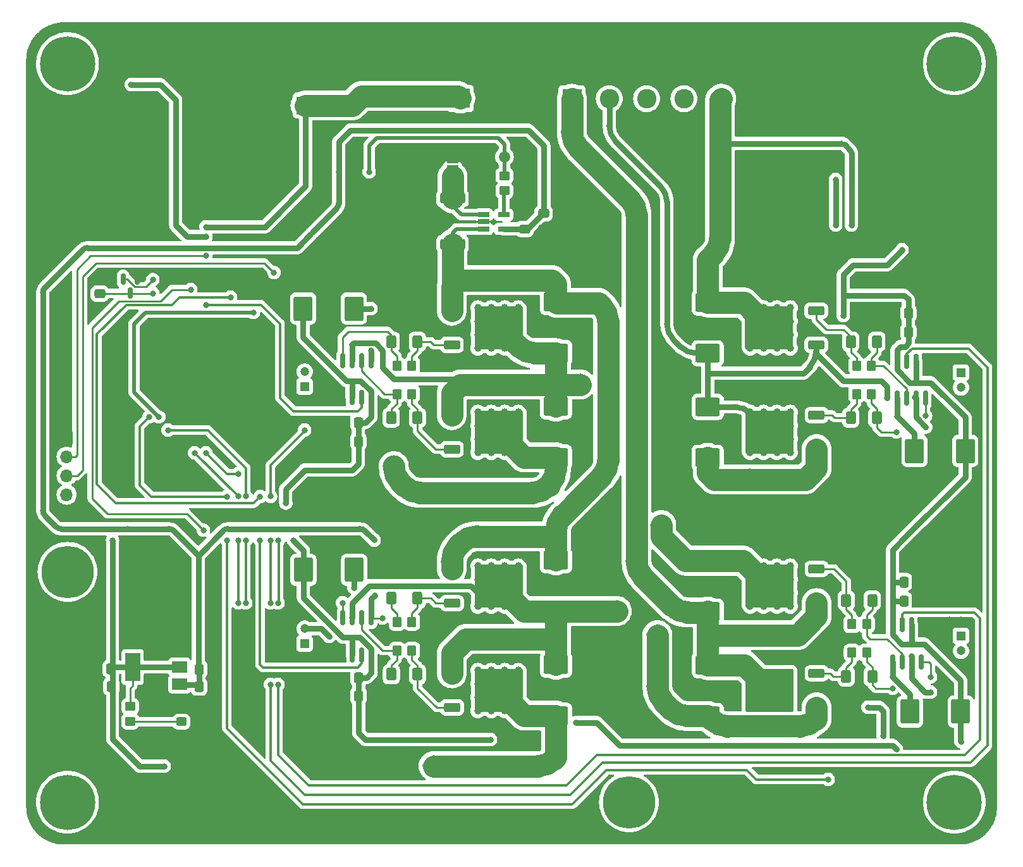
<source format=gbr>
%TF.GenerationSoftware,KiCad,Pcbnew,7.0.10*%
%TF.CreationDate,2024-06-18T13:30:51+03:00*%
%TF.ProjectId,driver-bridge-side,64726976-6572-42d6-9272-696467652d73,rev?*%
%TF.SameCoordinates,Original*%
%TF.FileFunction,Copper,L2,Bot*%
%TF.FilePolarity,Positive*%
%FSLAX46Y46*%
G04 Gerber Fmt 4.6, Leading zero omitted, Abs format (unit mm)*
G04 Created by KiCad (PCBNEW 7.0.10) date 2024-06-18 13:30:51*
%MOMM*%
%LPD*%
G01*
G04 APERTURE LIST*
G04 Aperture macros list*
%AMRoundRect*
0 Rectangle with rounded corners*
0 $1 Rounding radius*
0 $2 $3 $4 $5 $6 $7 $8 $9 X,Y pos of 4 corners*
0 Add a 4 corners polygon primitive as box body*
4,1,4,$2,$3,$4,$5,$6,$7,$8,$9,$2,$3,0*
0 Add four circle primitives for the rounded corners*
1,1,$1+$1,$2,$3*
1,1,$1+$1,$4,$5*
1,1,$1+$1,$6,$7*
1,1,$1+$1,$8,$9*
0 Add four rect primitives between the rounded corners*
20,1,$1+$1,$2,$3,$4,$5,0*
20,1,$1+$1,$4,$5,$6,$7,0*
20,1,$1+$1,$6,$7,$8,$9,0*
20,1,$1+$1,$8,$9,$2,$3,0*%
%AMFreePoly0*
4,1,19,0.500000,-0.750000,0.000000,-0.750000,0.000000,-0.744911,-0.071157,-0.744911,-0.207708,-0.704816,-0.327430,-0.627875,-0.420627,-0.520320,-0.479746,-0.390866,-0.500000,-0.250000,-0.500000,0.250000,-0.479746,0.390866,-0.420627,0.520320,-0.327430,0.627875,-0.207708,0.704816,-0.071157,0.744911,0.000000,0.744911,0.000000,0.750000,0.500000,0.750000,0.500000,-0.750000,0.500000,-0.750000,
$1*%
%AMFreePoly1*
4,1,19,0.000000,0.744911,0.071157,0.744911,0.207708,0.704816,0.327430,0.627875,0.420627,0.520320,0.479746,0.390866,0.500000,0.250000,0.500000,-0.250000,0.479746,-0.390866,0.420627,-0.520320,0.327430,-0.627875,0.207708,-0.704816,0.071157,-0.744911,0.000000,-0.744911,0.000000,-0.750000,-0.500000,-0.750000,-0.500000,0.750000,0.000000,0.750000,0.000000,0.744911,0.000000,0.744911,
$1*%
G04 Aperture macros list end*
%TA.AperFunction,SMDPad,CuDef*%
%ADD10FreePoly0,90.000000*%
%TD*%
%TA.AperFunction,SMDPad,CuDef*%
%ADD11FreePoly1,90.000000*%
%TD*%
%TA.AperFunction,ComponentPad*%
%ADD12C,0.800000*%
%TD*%
%TA.AperFunction,ComponentPad*%
%ADD13C,7.000000*%
%TD*%
%TA.AperFunction,ComponentPad*%
%ADD14C,7.400000*%
%TD*%
%TA.AperFunction,ComponentPad*%
%ADD15R,1.700000X1.700000*%
%TD*%
%TA.AperFunction,ComponentPad*%
%ADD16O,1.700000X1.700000*%
%TD*%
%TA.AperFunction,SMDPad,CuDef*%
%ADD17RoundRect,0.250000X-1.400000X-1.000000X1.400000X-1.000000X1.400000X1.000000X-1.400000X1.000000X0*%
%TD*%
%TA.AperFunction,SMDPad,CuDef*%
%ADD18RoundRect,0.250000X-1.000000X1.400000X-1.000000X-1.400000X1.000000X-1.400000X1.000000X1.400000X0*%
%TD*%
%TA.AperFunction,SMDPad,CuDef*%
%ADD19RoundRect,0.250000X-0.400000X-0.600000X0.400000X-0.600000X0.400000X0.600000X-0.400000X0.600000X0*%
%TD*%
%TA.AperFunction,SMDPad,CuDef*%
%ADD20RoundRect,0.250000X-0.337500X-0.475000X0.337500X-0.475000X0.337500X0.475000X-0.337500X0.475000X0*%
%TD*%
%TA.AperFunction,SMDPad,CuDef*%
%ADD21R,2.000000X1.500000*%
%TD*%
%TA.AperFunction,SMDPad,CuDef*%
%ADD22R,2.000000X3.800000*%
%TD*%
%TA.AperFunction,SMDPad,CuDef*%
%ADD23RoundRect,0.250000X0.475000X-0.337500X0.475000X0.337500X-0.475000X0.337500X-0.475000X-0.337500X0*%
%TD*%
%TA.AperFunction,SMDPad,CuDef*%
%ADD24RoundRect,0.250000X-0.350000X-0.450000X0.350000X-0.450000X0.350000X0.450000X-0.350000X0.450000X0*%
%TD*%
%TA.AperFunction,ComponentPad*%
%ADD25R,2.600000X2.600000*%
%TD*%
%TA.AperFunction,ComponentPad*%
%ADD26C,2.600000*%
%TD*%
%TA.AperFunction,SMDPad,CuDef*%
%ADD27RoundRect,0.250000X0.850000X0.350000X-0.850000X0.350000X-0.850000X-0.350000X0.850000X-0.350000X0*%
%TD*%
%TA.AperFunction,SMDPad,CuDef*%
%ADD28RoundRect,0.250000X1.275000X1.125000X-1.275000X1.125000X-1.275000X-1.125000X1.275000X-1.125000X0*%
%TD*%
%TA.AperFunction,SMDPad,CuDef*%
%ADD29RoundRect,0.249997X2.950003X2.650003X-2.950003X2.650003X-2.950003X-2.650003X2.950003X-2.650003X0*%
%TD*%
%TA.AperFunction,SMDPad,CuDef*%
%ADD30RoundRect,0.150000X-0.150000X0.825000X-0.150000X-0.825000X0.150000X-0.825000X0.150000X0.825000X0*%
%TD*%
%TA.AperFunction,SMDPad,CuDef*%
%ADD31RoundRect,0.250000X0.450000X-0.350000X0.450000X0.350000X-0.450000X0.350000X-0.450000X-0.350000X0*%
%TD*%
%TA.AperFunction,SMDPad,CuDef*%
%ADD32RoundRect,0.250000X0.350000X0.450000X-0.350000X0.450000X-0.350000X-0.450000X0.350000X-0.450000X0*%
%TD*%
%TA.AperFunction,ComponentPad*%
%ADD33R,1.200000X1.200000*%
%TD*%
%TA.AperFunction,ComponentPad*%
%ADD34C,1.200000*%
%TD*%
%TA.AperFunction,SMDPad,CuDef*%
%ADD35RoundRect,0.250000X0.337500X0.475000X-0.337500X0.475000X-0.337500X-0.475000X0.337500X-0.475000X0*%
%TD*%
%TA.AperFunction,SMDPad,CuDef*%
%ADD36RoundRect,0.250000X-0.850000X-0.350000X0.850000X-0.350000X0.850000X0.350000X-0.850000X0.350000X0*%
%TD*%
%TA.AperFunction,SMDPad,CuDef*%
%ADD37RoundRect,0.250000X-1.275000X-1.125000X1.275000X-1.125000X1.275000X1.125000X-1.275000X1.125000X0*%
%TD*%
%TA.AperFunction,SMDPad,CuDef*%
%ADD38RoundRect,0.249997X-2.950003X-2.650003X2.950003X-2.650003X2.950003X2.650003X-2.950003X2.650003X0*%
%TD*%
%TA.AperFunction,SMDPad,CuDef*%
%ADD39R,2.400000X2.400000*%
%TD*%
%TA.AperFunction,SMDPad,CuDef*%
%ADD40C,2.400000*%
%TD*%
%TA.AperFunction,SMDPad,CuDef*%
%ADD41RoundRect,0.249999X-1.425001X0.450001X-1.425001X-0.450001X1.425001X-0.450001X1.425001X0.450001X0*%
%TD*%
%TA.AperFunction,SMDPad,CuDef*%
%ADD42RoundRect,0.250000X0.400000X0.600000X-0.400000X0.600000X-0.400000X-0.600000X0.400000X-0.600000X0*%
%TD*%
%TA.AperFunction,SMDPad,CuDef*%
%ADD43RoundRect,0.250000X-0.475000X0.337500X-0.475000X-0.337500X0.475000X-0.337500X0.475000X0.337500X0*%
%TD*%
%TA.AperFunction,SMDPad,CuDef*%
%ADD44RoundRect,0.150000X0.150000X-0.825000X0.150000X0.825000X-0.150000X0.825000X-0.150000X-0.825000X0*%
%TD*%
%TA.AperFunction,SMDPad,CuDef*%
%ADD45RoundRect,0.250000X1.400000X1.000000X-1.400000X1.000000X-1.400000X-1.000000X1.400000X-1.000000X0*%
%TD*%
%TA.AperFunction,SMDPad,CuDef*%
%ADD46RoundRect,0.250000X1.000000X-1.400000X1.000000X1.400000X-1.000000X1.400000X-1.000000X-1.400000X0*%
%TD*%
%TA.AperFunction,SMDPad,CuDef*%
%ADD47C,1.500000*%
%TD*%
%TA.AperFunction,SMDPad,CuDef*%
%ADD48R,1.560000X0.650000*%
%TD*%
%TA.AperFunction,SMDPad,CuDef*%
%ADD49RoundRect,0.150000X-0.150000X0.587500X-0.150000X-0.587500X0.150000X-0.587500X0.150000X0.587500X0*%
%TD*%
%TA.AperFunction,SMDPad,CuDef*%
%ADD50RoundRect,0.250000X-0.450000X0.350000X-0.450000X-0.350000X0.450000X-0.350000X0.450000X0.350000X0*%
%TD*%
%TA.AperFunction,SMDPad,CuDef*%
%ADD51RoundRect,0.250000X-0.450000X0.325000X-0.450000X-0.325000X0.450000X-0.325000X0.450000X0.325000X0*%
%TD*%
%TA.AperFunction,ViaPad*%
%ADD52C,0.800000*%
%TD*%
%TA.AperFunction,ViaPad*%
%ADD53C,1.000000*%
%TD*%
%TA.AperFunction,Conductor*%
%ADD54C,0.750000*%
%TD*%
%TA.AperFunction,Conductor*%
%ADD55C,0.250000*%
%TD*%
%TA.AperFunction,Conductor*%
%ADD56C,0.300000*%
%TD*%
%TA.AperFunction,Conductor*%
%ADD57C,3.000000*%
%TD*%
%TA.AperFunction,Conductor*%
%ADD58C,0.500000*%
%TD*%
G04 APERTURE END LIST*
D10*
%TO.P,JP-S1,1,A*%
%TO.N,Net-(JP-S1-A)*%
X69088000Y-31638000D03*
D11*
%TO.P,JP-S1,2,B*%
%TO.N,GND*%
X69088000Y-30338000D03*
%TD*%
D12*
%TO.P,,1*%
%TO.N,Motor_A+*%
X86212764Y-59398144D03*
%TD*%
%TO.P,,1*%
%TO.N,R_Shunt_B*%
X96520000Y-94996000D03*
%TD*%
%TO.P,,1*%
%TO.N,VIN*%
X98074703Y-79246604D03*
%TD*%
%TO.P,,1*%
%TO.N,VIN*%
X97038467Y-80314939D03*
%TD*%
%TO.P,,1*%
%TO.N,VIN*%
X95970829Y-79270155D03*
%TD*%
D13*
%TO.P,H5,1,1*%
%TO.N,unconnected-(H5-Pad1)*%
X17526000Y-85525300D03*
%TD*%
D12*
%TO.P,V,1*%
%TO.N,Motor_A*%
X90022763Y-90766097D03*
%TD*%
%TO.P,H2,1,1*%
%TO.N,unconnected-(H2-Pad1)*%
X14751000Y-17526000D03*
X15563779Y-15563779D03*
X15563779Y-19488221D03*
X17526000Y-14751000D03*
D14*
X17526000Y-17526000D03*
D12*
X17526000Y-20301000D03*
X19488221Y-15563779D03*
X19488221Y-19488221D03*
X20301000Y-17526000D03*
%TD*%
D13*
%TO.P,H6,1,1*%
%TO.N,unconnected-(H6-Pad1)*%
X92710000Y-116332000D03*
%TD*%
D12*
%TO.P,V,1*%
%TO.N,Motor_A*%
X91090401Y-91810881D03*
%TD*%
%TO.P,H4,1,1*%
%TO.N,Net-(C4-Pad1)*%
X133496000Y-116332000D03*
X134308779Y-114369779D03*
X134308779Y-118294221D03*
X136271000Y-113557000D03*
D14*
X136271000Y-116332000D03*
D12*
X136271000Y-119107000D03*
X138233221Y-114369779D03*
X138233221Y-118294221D03*
X139046000Y-116332000D03*
%TD*%
%TO.P,,1*%
%TO.N,VIN*%
X62253027Y-71341115D03*
%TD*%
%TO.P,V,1*%
%TO.N,Motor_A*%
X91079934Y-89727942D03*
%TD*%
%TO.P,H3,1,1*%
%TO.N,unconnected-(H3-Pad1)*%
X133496000Y-17526000D03*
X134308779Y-15563779D03*
X134308779Y-19488221D03*
X136271000Y-14751000D03*
D14*
X136271000Y-17526000D03*
D12*
X136271000Y-20301000D03*
X138233221Y-15563779D03*
X138233221Y-19488221D03*
X139046000Y-17526000D03*
%TD*%
%TO.P,,1*%
%TO.N,R_Shunt_B*%
X109952047Y-73087965D03*
%TD*%
D15*
%TO.P,J7,1,Pin_1*%
%TO.N,GND*%
X17399000Y-67574000D03*
D16*
%TO.P,J7,2,Pin_2*%
%TO.N,SWCLK*%
X17399000Y-70114000D03*
%TO.P,J7,3,Pin_3*%
%TO.N,SWDIO*%
X17399000Y-72654000D03*
%TO.P,J7,4,Pin_4*%
%TO.N,+3.3V*%
X17399000Y-75194000D03*
%TD*%
D12*
%TO.P,,1*%
%TO.N,VIN*%
X97028000Y-78232000D03*
%TD*%
%TO.P,,1*%
%TO.N,VIN*%
X66540499Y-110449266D03*
%TD*%
%TO.P,,1*%
%TO.N,VIN*%
X65483328Y-111487421D03*
%TD*%
%TO.P,,1*%
%TO.N,R_Shunt_B*%
X107848173Y-73111516D03*
%TD*%
%TO.P,V,1*%
%TO.N,Motor_A*%
X92126637Y-90742546D03*
%TD*%
%TO.P,,1*%
%TO.N,VIN*%
X61206324Y-70326511D03*
%TD*%
%TO.P,,1*%
%TO.N,R_Shunt_B*%
X97556236Y-93927665D03*
%TD*%
%TO.P,,1*%
%TO.N,Motor_A+*%
X87259467Y-60412748D03*
%TD*%
%TO.P,,1*%
%TO.N,R_Shunt_B*%
X108915811Y-74156300D03*
%TD*%
%TO.P,,1*%
%TO.N,VIN*%
X61216791Y-72409450D03*
%TD*%
%TO.P,,1*%
%TO.N,Motor_A+*%
X85155593Y-60436299D03*
%TD*%
%TO.P,,1*%
%TO.N,VIN*%
X60149153Y-71364666D03*
%TD*%
%TO.P,,1*%
%TO.N,VIN*%
X67587202Y-111463870D03*
%TD*%
%TO.P,,1*%
%TO.N,VIN*%
X66550966Y-112532205D03*
%TD*%
%TO.P,,1*%
%TO.N,Motor_A+*%
X86223231Y-61481083D03*
%TD*%
%TO.P,,1*%
%TO.N,R_Shunt_B*%
X95452362Y-93951216D03*
%TD*%
%TO.P,,1*%
%TO.N,R_Shunt_B*%
X96509533Y-92913061D03*
%TD*%
%TO.P,H1,1,1*%
%TO.N,unconnected-(H1-Pad1)*%
X14751000Y-116332000D03*
X15563779Y-114369779D03*
X15563779Y-118294221D03*
X17526000Y-113557000D03*
D14*
X17526000Y-116332000D03*
D12*
X17526000Y-119107000D03*
X19488221Y-114369779D03*
X19488221Y-118294221D03*
X20301000Y-116332000D03*
%TD*%
%TO.P,,1*%
%TO.N,R_Shunt_B*%
X108905344Y-72073361D03*
%TD*%
D17*
%TO.P,D12,1,K*%
%TO.N,Motor_A*%
X82931000Y-90776000D03*
%TO.P,D12,2,A*%
%TO.N,R_Shunt*%
X82931000Y-83976000D03*
%TD*%
D18*
%TO.P,D24,1,K*%
%TO.N,Net-(D24-K)*%
X130940000Y-69349000D03*
%TO.P,D24,2,A*%
%TO.N,+12V*%
X137740000Y-69349000D03*
%TD*%
D19*
%TO.P,D19,1,K*%
%TO.N,Net-(D19-K)*%
X60877000Y-64897000D03*
%TO.P,D19,2,A*%
%TO.N,Net-(D19-A)*%
X64377000Y-64897000D03*
%TD*%
D20*
%TO.P,C21,1*%
%TO.N,+5V*%
X35157500Y-100874000D03*
%TO.P,C21,2*%
%TO.N,GND*%
X37232500Y-100874000D03*
%TD*%
D21*
%TO.P,U8,1,GND*%
%TO.N,GND*%
X32530000Y-95954000D03*
%TO.P,U8,2,VO*%
%TO.N,+3.3V*%
X32530000Y-98254000D03*
D22*
X26230000Y-98254000D03*
D21*
%TO.P,U8,3,VI*%
%TO.N,+5V*%
X32530000Y-100554000D03*
%TD*%
D23*
%TO.P,C19,1*%
%TO.N,+5V*%
X78718867Y-39645500D03*
%TO.P,C19,2*%
%TO.N,GND*%
X78718867Y-37570500D03*
%TD*%
D24*
%TO.P,R4,1*%
%TO.N,Net-(D8-K)*%
X61641000Y-92241000D03*
%TO.P,R4,2*%
%TO.N,Net-(D8-A)*%
X63641000Y-92241000D03*
%TD*%
D25*
%TO.P,J1,1,Pin_1*%
%TO.N,Motor_B*%
X85070000Y-22225000D03*
D26*
%TO.P,J1,2,Pin_2*%
%TO.N,Motor_B+*%
X90070000Y-22225000D03*
%TO.P,J1,3,Pin_3*%
%TO.N,Motor_A+*%
X95070000Y-22225000D03*
%TO.P,J1,4,Pin_4*%
%TO.N,Motor_A*%
X100070000Y-22225000D03*
%TO.P,J1,5,Pin_5*%
%TO.N,VIN*%
X105070000Y-22225000D03*
%TO.P,J1,6,Pin_6*%
%TO.N,GND*%
X110070000Y-22225000D03*
%TO.P,J1,7,Pin_7*%
X115070000Y-22225000D03*
%TD*%
D25*
%TO.P,J2,1,Pin_1*%
%TO.N,VIN*%
X70126000Y-22174000D03*
D26*
%TO.P,J2,2,Pin_2*%
%TO.N,GND*%
X75206000Y-22174000D03*
%TD*%
D19*
%TO.P,D7,1,K*%
%TO.N,Net-(D7-K)*%
X60891000Y-99226000D03*
%TO.P,D7,2,A*%
%TO.N,Net-(D7-A)*%
X64391000Y-99226000D03*
%TD*%
D27*
%TO.P,Q8,1,G*%
%TO.N,Net-(D22-A)*%
X117830000Y-64544500D03*
D28*
%TO.P,Q8,2,D*%
%TO.N,Motor_B+*%
X113205000Y-68349500D03*
X113205000Y-65299500D03*
D29*
X111530000Y-66824500D03*
D28*
X109855000Y-68349500D03*
X109855000Y-65299500D03*
D27*
%TO.P,Q8,3,S*%
%TO.N,R_Shunt_B*%
X117830000Y-69104500D03*
%TD*%
D30*
%TO.P,U4,1,VCC*%
%TO.N,+12V*%
X127992304Y-92587759D03*
%TO.P,U4,2,IN*%
%TO.N,Sig_B*%
X129262304Y-92587759D03*
%TO.P,U4,3,~{SD}*%
%TO.N,+12V*%
X130532304Y-92587759D03*
%TO.P,U4,4,COM*%
%TO.N,GND*%
X131802304Y-92587759D03*
%TO.P,U4,5,LO*%
%TO.N,Net-(D10-K)*%
X131802304Y-97537759D03*
%TO.P,U4,6,VS*%
%TO.N,Motor_B*%
X130532304Y-97537759D03*
%TO.P,U4,7,HO*%
%TO.N,Net-(D9-K)*%
X129262304Y-97537759D03*
%TO.P,U4,8,VB*%
%TO.N,Net-(D6-K)*%
X127992304Y-97537759D03*
%TD*%
D18*
%TO.P,D6,1,K*%
%TO.N,Net-(D6-K)*%
X130331000Y-104221500D03*
%TO.P,D6,2,A*%
%TO.N,+12V*%
X137131000Y-104221500D03*
%TD*%
D31*
%TO.P,R15,1*%
%TO.N,Net-(D26-A)*%
X25930000Y-105509000D03*
%TO.P,R15,2*%
%TO.N,+3.3V*%
X25930000Y-103509000D03*
%TD*%
D23*
%TO.P,C34,1*%
%TO.N,VBAT*%
X21844000Y-48304000D03*
%TO.P,C34,2*%
%TO.N,GND*%
X21844000Y-46229000D03*
%TD*%
D24*
%TO.P,R8,1*%
%TO.N,Net-(D19-K)*%
X61627000Y-61722000D03*
%TO.P,R8,2*%
%TO.N,Net-(D19-A)*%
X63627000Y-61722000D03*
%TD*%
D32*
%TO.P,R5,1*%
%TO.N,Net-(D9-K)*%
X124547304Y-92522759D03*
%TO.P,R5,2*%
%TO.N,Net-(D9-A)*%
X122547304Y-92522759D03*
%TD*%
D33*
%TO.P,C13,1*%
%TO.N,Net-(D23-K)*%
X49276000Y-60721529D03*
D34*
%TO.P,C13,2*%
%TO.N,Motor_A+*%
X49276000Y-58721529D03*
%TD*%
D35*
%TO.P,C29,1*%
%TO.N,+3.3V*%
X23310367Y-98495421D03*
%TO.P,C29,2*%
%TO.N,GND*%
X21235367Y-98495421D03*
%TD*%
%TO.P,C7,1*%
%TO.N,+12V*%
X56508500Y-99655291D03*
%TO.P,C7,2*%
%TO.N,GND*%
X54433500Y-99655291D03*
%TD*%
D32*
%TO.P,R11,1*%
%TO.N,Net-(D22-K)*%
X125178804Y-61729000D03*
%TO.P,R11,2*%
%TO.N,Net-(D22-A)*%
X123178804Y-61729000D03*
%TD*%
D36*
%TO.P,Q6,1,G*%
%TO.N,Net-(D20-A)*%
X68987000Y-55134500D03*
D37*
%TO.P,Q6,2,D*%
%TO.N,Motor_A+*%
X73612000Y-51329500D03*
X73612000Y-54379500D03*
D38*
X75287000Y-52854500D03*
D37*
X76962000Y-51329500D03*
X76962000Y-54379500D03*
D36*
%TO.P,Q6,3,S*%
%TO.N,R_Shunt*%
X68987000Y-50574500D03*
%TD*%
D39*
%TO.P,C1,1*%
%TO.N,VIN*%
X49394728Y-23114000D03*
D40*
%TO.P,C1,2*%
%TO.N,GND*%
X41894728Y-23114000D03*
%TD*%
D41*
%TO.P,R12,1*%
%TO.N,Net-(JP-S1-A)*%
X69088000Y-35558000D03*
%TO.P,R12,2*%
%TO.N,R_Shunt*%
X69088000Y-41658000D03*
%TD*%
D17*
%TO.P,D15,1,K*%
%TO.N,VIN*%
X82917000Y-70202000D03*
%TO.P,D15,2,A*%
%TO.N,Motor_A+*%
X82917000Y-63402000D03*
%TD*%
D24*
%TO.P,R9,1*%
%TO.N,Net-(D20-K)*%
X61627000Y-57912000D03*
%TO.P,R9,2*%
%TO.N,Net-(D20-A)*%
X63627000Y-57912000D03*
%TD*%
D42*
%TO.P,D9,1,K*%
%TO.N,Net-(D9-K)*%
X125297304Y-89347759D03*
%TO.P,D9,2,A*%
%TO.N,Net-(D9-A)*%
X121797304Y-89347759D03*
%TD*%
D20*
%TO.P,C10,1*%
%TO.N,+12V*%
X129518500Y-86868000D03*
%TO.P,C10,2*%
%TO.N,GND*%
X131593500Y-86868000D03*
%TD*%
D43*
%TO.P,C20,1*%
%TO.N,+5V*%
X81280000Y-37570500D03*
%TO.P,C20,2*%
%TO.N,GND*%
X81280000Y-39645500D03*
%TD*%
D44*
%TO.P,U3,1,VCC*%
%TO.N,+12V*%
X58196000Y-96621000D03*
%TO.P,U3,2,IN*%
%TO.N,Sig_A*%
X56926000Y-96621000D03*
%TO.P,U3,3,~{SD}*%
%TO.N,+12V*%
X55656000Y-96621000D03*
%TO.P,U3,4,COM*%
%TO.N,GND*%
X54386000Y-96621000D03*
%TO.P,U3,5,LO*%
%TO.N,Net-(D8-K)*%
X54386000Y-91671000D03*
%TO.P,U3,6,VS*%
%TO.N,Motor_A*%
X55656000Y-91671000D03*
%TO.P,U3,7,HO*%
%TO.N,Net-(D7-K)*%
X56926000Y-91671000D03*
%TO.P,U3,8,VB*%
%TO.N,Net-(D5-K)*%
X58196000Y-91671000D03*
%TD*%
D42*
%TO.P,D22,1,K*%
%TO.N,Net-(D22-K)*%
X125906304Y-64904000D03*
%TO.P,D22,2,A*%
%TO.N,Net-(D22-A)*%
X122406304Y-64904000D03*
%TD*%
D35*
%TO.P,C16,1*%
%TO.N,+12V*%
X56464500Y-68072000D03*
%TO.P,C16,2*%
%TO.N,GND*%
X54389500Y-68072000D03*
%TD*%
D20*
%TO.P,C26,1*%
%TO.N,+5V*%
X35157500Y-98552000D03*
%TO.P,C26,2*%
%TO.N,GND*%
X37232500Y-98552000D03*
%TD*%
D42*
%TO.P,D10,1,K*%
%TO.N,Net-(D10-K)*%
X125297304Y-99507759D03*
%TO.P,D10,2,A*%
%TO.N,Net-(D10-A)*%
X121797304Y-99507759D03*
%TD*%
D45*
%TO.P,D14,1,K*%
%TO.N,Motor_B*%
X103251000Y-97991000D03*
%TO.P,D14,2,A*%
%TO.N,R_Shunt_B*%
X103251000Y-104791000D03*
%TD*%
D46*
%TO.P,D5,1,K*%
%TO.N,Net-(D5-K)*%
X55911000Y-85256000D03*
%TO.P,D5,2,A*%
%TO.N,+12V*%
X49111000Y-85256000D03*
%TD*%
D27*
%TO.P,Q7,1,G*%
%TO.N,Net-(D21-A)*%
X117780000Y-50574500D03*
D28*
%TO.P,Q7,2,D*%
%TO.N,VIN*%
X113155000Y-54379500D03*
X113155000Y-51329500D03*
D29*
X111480000Y-52854500D03*
D28*
X109805000Y-54379500D03*
X109805000Y-51329500D03*
D27*
%TO.P,Q7,3,S*%
%TO.N,Motor_B+*%
X117780000Y-55134500D03*
%TD*%
D17*
%TO.P,D11,1,K*%
%TO.N,VIN*%
X82931000Y-104746000D03*
%TO.P,D11,2,A*%
%TO.N,Motor_A*%
X82931000Y-97946000D03*
%TD*%
D47*
%TO.P,J5,1,Pin_1*%
%TO.N,AN_CURR*%
X76038120Y-29981662D03*
%TD*%
D30*
%TO.P,U6,1,VCC*%
%TO.N,+12V*%
X128601304Y-57349000D03*
%TO.P,U6,2,IN*%
%TO.N,Sig_B+*%
X129871304Y-57349000D03*
%TO.P,U6,3,~{SD}*%
%TO.N,+12V*%
X131141304Y-57349000D03*
%TO.P,U6,4,COM*%
%TO.N,GND*%
X132411304Y-57349000D03*
%TO.P,U6,5,LO*%
%TO.N,Net-(D22-K)*%
X132411304Y-62299000D03*
%TO.P,U6,6,VS*%
%TO.N,Motor_B+*%
X131141304Y-62299000D03*
%TO.P,U6,7,HO*%
%TO.N,Net-(D21-K)*%
X129871304Y-62299000D03*
%TO.P,U6,8,VB*%
%TO.N,Net-(D24-K)*%
X128601304Y-62299000D03*
%TD*%
D20*
%TO.P,C17,1*%
%TO.N,+12V*%
X130127500Y-53474000D03*
%TO.P,C17,2*%
%TO.N,GND*%
X132202500Y-53474000D03*
%TD*%
D33*
%TO.P,C12,1*%
%TO.N,Net-(D6-K)*%
X137160000Y-94090160D03*
D34*
%TO.P,C12,2*%
%TO.N,Motor_B*%
X137160000Y-96090160D03*
%TD*%
D45*
%TO.P,D13,1,K*%
%TO.N,VIN*%
X103251000Y-84021000D03*
%TO.P,D13,2,A*%
%TO.N,Motor_B*%
X103251000Y-90821000D03*
%TD*%
D32*
%TO.P,R10,1*%
%TO.N,Net-(D21-K)*%
X125178804Y-57919000D03*
%TO.P,R10,2*%
%TO.N,Net-(D21-A)*%
X123178804Y-57919000D03*
%TD*%
D48*
%TO.P,U7,1,+*%
%TO.N,R_Shunt*%
X73246867Y-39638000D03*
%TO.P,U7,2,GND*%
%TO.N,GND*%
X73246867Y-38688000D03*
%TO.P,U7,3,-*%
%TO.N,Net-(JP-S1-A)*%
X73246867Y-37738000D03*
%TO.P,U7,4*%
%TO.N,Net-(R13-Pad2)*%
X75946867Y-37738000D03*
%TO.P,U7,5,V+*%
%TO.N,+5V*%
X75946867Y-39638000D03*
%TD*%
D44*
%TO.P,U5,1,VCC*%
%TO.N,+12V*%
X58159976Y-62223929D03*
%TO.P,U5,2,IN*%
%TO.N,Sig_A+*%
X56889976Y-62223929D03*
%TO.P,U5,3,~{SD}*%
%TO.N,+12V*%
X55619976Y-62223929D03*
%TO.P,U5,4,COM*%
%TO.N,GND*%
X54349976Y-62223929D03*
%TO.P,U5,5,LO*%
%TO.N,Net-(D20-K)*%
X54349976Y-57273929D03*
%TO.P,U5,6,VS*%
%TO.N,Motor_A+*%
X55619976Y-57273929D03*
%TO.P,U5,7,HO*%
%TO.N,Net-(D19-K)*%
X56889976Y-57273929D03*
%TO.P,U5,8,VB*%
%TO.N,Net-(D23-K)*%
X58159976Y-57273929D03*
%TD*%
D49*
%TO.P,D27,1*%
%TO.N,+3.3V*%
X24959000Y-46329000D03*
%TO.P,D27,2*%
%TO.N,GND*%
X26859000Y-46329000D03*
%TO.P,D27,3*%
%TO.N,VBAT*%
X25909000Y-48204000D03*
%TD*%
D36*
%TO.P,Q2,1,G*%
%TO.N,Net-(D8-A)*%
X69001000Y-89701000D03*
D37*
%TO.P,Q2,2,D*%
%TO.N,Motor_A*%
X73626000Y-85896000D03*
X73626000Y-88946000D03*
D38*
X75301000Y-87421000D03*
D37*
X76976000Y-85896000D03*
X76976000Y-88946000D03*
D36*
%TO.P,Q2,3,S*%
%TO.N,R_Shunt*%
X69001000Y-85141000D03*
%TD*%
D27*
%TO.P,Q3,1,G*%
%TO.N,Net-(D9-A)*%
X117830000Y-85141000D03*
D28*
%TO.P,Q3,2,D*%
%TO.N,VIN*%
X113205000Y-88946000D03*
X113205000Y-85896000D03*
D29*
X111530000Y-87421000D03*
D28*
X109855000Y-88946000D03*
X109855000Y-85896000D03*
D27*
%TO.P,Q3,3,S*%
%TO.N,Motor_B*%
X117830000Y-89701000D03*
%TD*%
D20*
%TO.P,C9,1*%
%TO.N,+12V*%
X129518500Y-89408000D03*
%TO.P,C9,2*%
%TO.N,GND*%
X131593500Y-89408000D03*
%TD*%
D36*
%TO.P,Q5,1,G*%
%TO.N,Net-(D19-A)*%
X68987000Y-69104500D03*
D37*
%TO.P,Q5,2,D*%
%TO.N,VIN*%
X73612000Y-65299500D03*
X73612000Y-68349500D03*
D38*
X75287000Y-66824500D03*
D37*
X76962000Y-65299500D03*
X76962000Y-68349500D03*
D36*
%TO.P,Q5,3,S*%
%TO.N,Motor_A+*%
X68987000Y-64544500D03*
%TD*%
D42*
%TO.P,D21,1,K*%
%TO.N,Net-(D21-K)*%
X125906304Y-54744000D03*
%TO.P,D21,2,A*%
%TO.N,Net-(D21-A)*%
X122406304Y-54744000D03*
%TD*%
D27*
%TO.P,Q4,1,G*%
%TO.N,Net-(D10-A)*%
X117830000Y-99088500D03*
D28*
%TO.P,Q4,2,D*%
%TO.N,Motor_B*%
X113205000Y-102893500D03*
X113205000Y-99843500D03*
D29*
X111530000Y-101368500D03*
D28*
X109855000Y-102893500D03*
X109855000Y-99843500D03*
D27*
%TO.P,Q4,3,S*%
%TO.N,R_Shunt_B*%
X117830000Y-103648500D03*
%TD*%
D36*
%TO.P,Q1,1,G*%
%TO.N,Net-(D7-A)*%
X69001000Y-103648500D03*
D37*
%TO.P,Q1,2,D*%
%TO.N,VIN*%
X73626000Y-99843500D03*
X73626000Y-102893500D03*
D38*
X75301000Y-101368500D03*
D37*
X76976000Y-99843500D03*
X76976000Y-102893500D03*
D36*
%TO.P,Q1,3,S*%
%TO.N,Motor_A*%
X69001000Y-99088500D03*
%TD*%
D33*
%TO.P,C11,1*%
%TO.N,Net-(D5-K)*%
X49276000Y-95118600D03*
D34*
%TO.P,C11,2*%
%TO.N,Motor_A*%
X49276000Y-93118600D03*
%TD*%
D20*
%TO.P,C18,1*%
%TO.N,+12V*%
X130127500Y-50927000D03*
%TO.P,C18,2*%
%TO.N,GND*%
X132202500Y-50927000D03*
%TD*%
D24*
%TO.P,R3,1*%
%TO.N,Net-(D7-K)*%
X61641000Y-96051000D03*
%TO.P,R3,2*%
%TO.N,Net-(D7-A)*%
X63641000Y-96051000D03*
%TD*%
D17*
%TO.P,D16,1,K*%
%TO.N,Motor_A+*%
X82947000Y-56232000D03*
%TO.P,D16,2,A*%
%TO.N,R_Shunt*%
X82947000Y-49432000D03*
%TD*%
D45*
%TO.P,D18,1,K*%
%TO.N,Motor_B+*%
X103251000Y-63447000D03*
%TO.P,D18,2,A*%
%TO.N,R_Shunt_B*%
X103251000Y-70247000D03*
%TD*%
D50*
%TO.P,R13,1*%
%TO.N,AN_CURR*%
X76026867Y-32528000D03*
%TO.P,R13,2*%
%TO.N,Net-(R13-Pad2)*%
X76026867Y-34528000D03*
%TD*%
D19*
%TO.P,D20,1,K*%
%TO.N,Net-(D20-K)*%
X60877000Y-54737000D03*
%TO.P,D20,2,A*%
%TO.N,Net-(D20-A)*%
X64377000Y-54737000D03*
%TD*%
D35*
%TO.P,C8,1*%
%TO.N,+12V*%
X56508500Y-102108000D03*
%TO.P,C8,2*%
%TO.N,GND*%
X54433500Y-102108000D03*
%TD*%
D45*
%TO.P,D17,1,K*%
%TO.N,VIN*%
X103251000Y-49477000D03*
%TO.P,D17,2,A*%
%TO.N,Motor_B+*%
X103251000Y-56277000D03*
%TD*%
D19*
%TO.P,D8,1,K*%
%TO.N,Net-(D8-K)*%
X60891000Y-89066000D03*
%TO.P,D8,2,A*%
%TO.N,Net-(D8-A)*%
X64391000Y-89066000D03*
%TD*%
D35*
%TO.P,C15,1*%
%TO.N,+12V*%
X56464500Y-65532000D03*
%TO.P,C15,2*%
%TO.N,GND*%
X54389500Y-65532000D03*
%TD*%
D32*
%TO.P,R6,1*%
%TO.N,Net-(D10-K)*%
X124569804Y-96332759D03*
%TO.P,R6,2*%
%TO.N,Net-(D10-A)*%
X122569804Y-96332759D03*
%TD*%
D51*
%TO.P,D26,1,K*%
%TO.N,GND*%
X32785000Y-103529000D03*
%TO.P,D26,2,A*%
%TO.N,Net-(D26-A)*%
X32785000Y-105579000D03*
%TD*%
D35*
%TO.P,C27,1*%
%TO.N,+3.3V*%
X23381644Y-100871325D03*
%TO.P,C27,2*%
%TO.N,GND*%
X21306644Y-100871325D03*
%TD*%
D33*
%TO.P,C14,1*%
%TO.N,Net-(D24-K)*%
X137160000Y-58851401D03*
D34*
%TO.P,C14,2*%
%TO.N,Motor_B+*%
X137160000Y-60851401D03*
%TD*%
D46*
%TO.P,D23,1,K*%
%TO.N,Net-(D23-K)*%
X55867000Y-50292000D03*
%TO.P,D23,2,A*%
%TO.N,+12V*%
X49067000Y-50292000D03*
%TD*%
D52*
%TO.N,+3.3V*%
X124714000Y-103632000D03*
X126746000Y-107442000D03*
%TO.N,Motor_A+*%
X55626000Y-55118000D03*
%TO.N,Net-(D23-K)*%
X58166000Y-50292000D03*
%TO.N,Motor_B+*%
X131027865Y-62185561D03*
X127254000Y-62230000D03*
X132451511Y-66157511D03*
%TO.N,Motor_B*%
X117856000Y-90170000D03*
X130556000Y-96774000D03*
X133096000Y-101600000D03*
%TO.N,Motor_A*%
X55656000Y-91671000D03*
X52578000Y-94163600D03*
%TO.N,Net-(D5-K)*%
X55880000Y-87630000D03*
X58674000Y-88646000D03*
%TO.N,Net-(D8-K)*%
X60821796Y-89043784D03*
X54356000Y-89662000D03*
D53*
%TO.N,VIN*%
X77872696Y-102299427D03*
X72472696Y-64155427D03*
X72472696Y-104099427D03*
X108921696Y-84729427D03*
X114321696Y-55585427D03*
X112521696Y-86529427D03*
X108921696Y-50185427D03*
X74272696Y-64155427D03*
X112521696Y-51985427D03*
X108921696Y-55585427D03*
X114321696Y-53785427D03*
X77872696Y-104099427D03*
X76072696Y-67755427D03*
X77872696Y-64155427D03*
X108921696Y-53785427D03*
X114321696Y-50185427D03*
X74272696Y-100499427D03*
X76072696Y-69555427D03*
X108921696Y-90129427D03*
X72472696Y-98699427D03*
X77872696Y-67755427D03*
X110721696Y-84729427D03*
X72472696Y-102299427D03*
X110721696Y-53785427D03*
X112521696Y-88329427D03*
D52*
X66548000Y-111506000D03*
D53*
X114321696Y-90129427D03*
X110721696Y-88329427D03*
X110721696Y-50185427D03*
D52*
X97028000Y-79248000D03*
D53*
X74272696Y-104099427D03*
X74272696Y-98699427D03*
X112521696Y-50185427D03*
X112521696Y-90129427D03*
X76072696Y-104099427D03*
X76072696Y-102299427D03*
X74272696Y-67755427D03*
X112521696Y-53785427D03*
X77872696Y-98699427D03*
X114321696Y-88329427D03*
X112521696Y-55585427D03*
X72472696Y-67755427D03*
X76072696Y-64155427D03*
D52*
X122505378Y-39130745D03*
D53*
X108921696Y-86529427D03*
X110721696Y-55585427D03*
X72472696Y-65955427D03*
D52*
X36068000Y-39370000D03*
D53*
X114321696Y-86529427D03*
X74272696Y-69555427D03*
X76072696Y-98699427D03*
X112521696Y-84729427D03*
X108921696Y-88329427D03*
X114321696Y-84729427D03*
X77872696Y-65955427D03*
X77872696Y-69555427D03*
X72472696Y-100499427D03*
X114321696Y-51985427D03*
D52*
X61214000Y-71374000D03*
D53*
X108921696Y-51985427D03*
X110721696Y-86529427D03*
X76072696Y-100499427D03*
X76072696Y-65955427D03*
X74272696Y-102299427D03*
X110721696Y-90129427D03*
X110721696Y-51985427D03*
X77872696Y-100499427D03*
X74272696Y-65955427D03*
X72472696Y-69555427D03*
D52*
%TO.N,Net-(D1-K)*%
X120396000Y-33020000D03*
X120396000Y-39116000D03*
D53*
%TO.N,Motor_B+*%
X108921696Y-69555427D03*
X110721696Y-64155427D03*
X114321696Y-69555427D03*
X112521696Y-64155427D03*
X112521696Y-67755427D03*
X112521696Y-69555427D03*
X110721696Y-67755427D03*
X114321696Y-64155427D03*
X110721696Y-65955427D03*
X110721696Y-69555427D03*
X112521696Y-65955427D03*
X114321696Y-67755427D03*
X114321696Y-65955427D03*
X108921696Y-65955427D03*
X108921696Y-67755427D03*
X108921696Y-64155427D03*
%TO.N,Motor_A+*%
X77872696Y-50185427D03*
D52*
X86208000Y-60452000D03*
D53*
X76072696Y-50185427D03*
X76072696Y-55585427D03*
X77872696Y-53785427D03*
X72472696Y-51985427D03*
X74272696Y-50185427D03*
X72472696Y-55585427D03*
X77872696Y-55585427D03*
X72472696Y-50185427D03*
X72472696Y-53785427D03*
X76072696Y-51985427D03*
X74272696Y-55585427D03*
X77872696Y-51985427D03*
X74272696Y-51985427D03*
X76072696Y-53785427D03*
X74272696Y-53785427D03*
%TO.N,Motor_A*%
X76072696Y-90129427D03*
X76072696Y-84729427D03*
X74272696Y-90129427D03*
X77872696Y-88329427D03*
X76072696Y-86529427D03*
X77872696Y-90129427D03*
X74272696Y-88329427D03*
X77872696Y-84729427D03*
X74272696Y-86529427D03*
X72472696Y-86529427D03*
X72472696Y-90129427D03*
X74272696Y-84729427D03*
X77872696Y-86529427D03*
X76072696Y-88329427D03*
X72472696Y-84729427D03*
X72472696Y-88329427D03*
D52*
X91094316Y-90769684D03*
%TO.N,Sig_B+*%
X44704000Y-81280000D03*
X49276000Y-66548000D03*
X44704000Y-89662000D03*
X44714500Y-75426810D03*
X44704000Y-100584000D03*
%TO.N,Sig_B*%
X40386000Y-72390000D03*
X45720000Y-89662000D03*
X45720000Y-100584000D03*
X45780183Y-81280000D03*
X36068000Y-69596000D03*
%TO.N,Sig_A+*%
X36068000Y-49784000D03*
%TO.N,Sig_A*%
X43307000Y-81280000D03*
X39370000Y-48768000D03*
X43318354Y-75442409D03*
%TO.N,Net-(D5-K)*%
X59690000Y-91694000D03*
%TO.N,Net-(D6-K)*%
X128016000Y-99568000D03*
%TO.N,+12V*%
X129286000Y-42418000D03*
X85639547Y-105664930D03*
X121412000Y-51230000D03*
X128524000Y-109220000D03*
X137160000Y-108204000D03*
X46764341Y-76321133D03*
X47752000Y-81280000D03*
X74168000Y-107950000D03*
%TO.N,+5V*%
X58585100Y-81274695D03*
X36068000Y-40650000D03*
X26034236Y-20326148D03*
X25575511Y-79756000D03*
X53848000Y-32004000D03*
%TO.N,Net-(D24-K)*%
X128601304Y-64692696D03*
%TO.N,+3.3V*%
X23552855Y-81280000D03*
X30480000Y-111506000D03*
X28956000Y-46425000D03*
%TO.N,LCD_E*%
X34036000Y-47752000D03*
X35725100Y-79941588D03*
%TO.N,SWCLK*%
X36068000Y-43262417D03*
%TO.N,SWDIO*%
X45178349Y-45483934D03*
%TO.N,VBAT*%
X28956000Y-48260000D03*
%TO.N,ENC_CLK*%
X38862000Y-81280000D03*
X38862000Y-75438000D03*
X119380000Y-113284000D03*
X28448000Y-64770000D03*
%TO.N,ENC_SW*%
X34544000Y-69596000D03*
X40386000Y-89662000D03*
X40386000Y-75425790D03*
X40386000Y-81280000D03*
%TO.N,AN_CURR*%
X29746709Y-64786348D03*
X42418000Y-50800000D03*
X57912000Y-32004000D03*
%TO.N,ENC_DATA*%
X41402000Y-75417990D03*
X30988000Y-66548000D03*
X41402000Y-81280000D03*
X41402000Y-89662000D03*
D53*
%TO.N,GND*%
X78740000Y-24384000D03*
X65532000Y-43180000D03*
X28956000Y-102616000D03*
X124968000Y-81280000D03*
X17272000Y-107188000D03*
X66548000Y-72136000D03*
X128524000Y-116332000D03*
X49784000Y-101092000D03*
X60452000Y-104140000D03*
X25908000Y-16764000D03*
X77216000Y-77724000D03*
X87884000Y-77724000D03*
X53848000Y-76200000D03*
X34544000Y-60452000D03*
X15748000Y-105664000D03*
X25908000Y-18288000D03*
X37592000Y-45720000D03*
X72136000Y-32512000D03*
X123444000Y-77724000D03*
X17272000Y-93472000D03*
X17272000Y-101092000D03*
X59436000Y-28956000D03*
X72644000Y-77724000D03*
X130997399Y-42462988D03*
X52324000Y-70104000D03*
X36576000Y-18288000D03*
X100076000Y-94996000D03*
X128524000Y-117856000D03*
X37592000Y-62992000D03*
X138684000Y-77724000D03*
X133919360Y-42462988D03*
X43180000Y-100584000D03*
X44704000Y-40640000D03*
X123444000Y-72644000D03*
X34544000Y-55880000D03*
X20320000Y-105664000D03*
X40132000Y-110236000D03*
X54864000Y-18288000D03*
X60452000Y-112268000D03*
X118872000Y-94996000D03*
X36576000Y-16764000D03*
X130556000Y-24384000D03*
X28956000Y-82804000D03*
X15748000Y-48768000D03*
X119888000Y-16764000D03*
X124968000Y-71120000D03*
X57912000Y-18288000D03*
X64008000Y-43180000D03*
X54864000Y-16764000D03*
X138684000Y-76200000D03*
X100584000Y-58928000D03*
X57912000Y-39116000D03*
X72136000Y-34036000D03*
X86868000Y-118364000D03*
X112776000Y-81280000D03*
X82296000Y-118364000D03*
X37084000Y-94996000D03*
X135636000Y-88900000D03*
X52832000Y-110744000D03*
X17272000Y-48768000D03*
X130556000Y-22860000D03*
X52832000Y-105664000D03*
X44196000Y-52324000D03*
X64008000Y-47752000D03*
X24549877Y-61076433D03*
X36068000Y-55880000D03*
X130556000Y-16764000D03*
X36068000Y-47244000D03*
X15748000Y-107188000D03*
X125984000Y-22860000D03*
X55880000Y-112268000D03*
X35560000Y-104140000D03*
X93472000Y-107188000D03*
X119888000Y-24384000D03*
X124580984Y-39116000D03*
X120396000Y-54356000D03*
X65532000Y-47752000D03*
X44704000Y-34544000D03*
X124968000Y-72644000D03*
X15748000Y-37592000D03*
X43180000Y-102108000D03*
X60452000Y-105664000D03*
X54356000Y-104140000D03*
X129032000Y-18288000D03*
X44196000Y-65024000D03*
X73660000Y-34036000D03*
X60960000Y-30480000D03*
X17272000Y-102616000D03*
X48260000Y-97028000D03*
X56388000Y-39116000D03*
X30480000Y-102616000D03*
X23876000Y-69596000D03*
X44196000Y-66548000D03*
X15748000Y-28448000D03*
X78740000Y-22860000D03*
X57404000Y-112268000D03*
X51308000Y-110744000D03*
X37084000Y-104140000D03*
X121412000Y-22860000D03*
X39116000Y-58928000D03*
X57404000Y-110744000D03*
X65532000Y-46228000D03*
X124968000Y-82804000D03*
X78232000Y-29972000D03*
X138176000Y-39116000D03*
X17272000Y-28448000D03*
X17272000Y-33020000D03*
X118872000Y-96520000D03*
X91948000Y-105664000D03*
X39116000Y-57404000D03*
X137160000Y-76200000D03*
X108204000Y-81280000D03*
X120396000Y-55880000D03*
X117348000Y-81280000D03*
X34036000Y-110236000D03*
X37592000Y-47244000D03*
X17272000Y-105664000D03*
X62484000Y-18288000D03*
X100584000Y-60452000D03*
X89916000Y-96520000D03*
X44704000Y-36068000D03*
X56388000Y-40640000D03*
X55372000Y-73660000D03*
X48260000Y-105664000D03*
X57912000Y-16764000D03*
X37592000Y-60452000D03*
X137160000Y-91948000D03*
X48260000Y-101092000D03*
X15748000Y-91948000D03*
X106680000Y-81280000D03*
X27432000Y-81280000D03*
X137160000Y-87376000D03*
X138176000Y-40640000D03*
X27432000Y-18288000D03*
X123444000Y-71120000D03*
X119888000Y-22860000D03*
X20320000Y-107188000D03*
X66548000Y-70612000D03*
X64008000Y-46228000D03*
X64008000Y-41656000D03*
X15748000Y-81280000D03*
X61976000Y-110744000D03*
X93472000Y-105664000D03*
X37084000Y-91948000D03*
X20320000Y-81280000D03*
X25400000Y-68072000D03*
X100076000Y-77724000D03*
X50800000Y-70104000D03*
X47752000Y-40640000D03*
X37592000Y-55880000D03*
X135636000Y-91948000D03*
X137160000Y-88900000D03*
X121412000Y-24384000D03*
X38608000Y-110236000D03*
X40132000Y-111760000D03*
X61976000Y-104140000D03*
X15748000Y-31496000D03*
X53848000Y-70104000D03*
X124968000Y-77724000D03*
X61976000Y-112268000D03*
X39116000Y-55880000D03*
X135636000Y-87376000D03*
X36068000Y-60452000D03*
X30480000Y-18288000D03*
X138176000Y-37592000D03*
X32004000Y-16764000D03*
X127000000Y-117856000D03*
X62484000Y-16764000D03*
X59436000Y-30480000D03*
X65024000Y-70612000D03*
X17272000Y-26924000D03*
X124460000Y-32512000D03*
X25400000Y-74676000D03*
X135443360Y-42462988D03*
X35560000Y-105664000D03*
X27940000Y-116332000D03*
X35560000Y-110236000D03*
X129032000Y-24384000D03*
X51308000Y-112268000D03*
X121412000Y-16764000D03*
X23876000Y-68072000D03*
X37592000Y-58928000D03*
X34544000Y-57404000D03*
X99568000Y-118364000D03*
X64008000Y-36068000D03*
X65532000Y-36068000D03*
X73660000Y-32512000D03*
X53848000Y-77724000D03*
X35560000Y-111760000D03*
X36068000Y-62992000D03*
X17272000Y-37592000D03*
X91948000Y-107188000D03*
X124580984Y-40640000D03*
X124460000Y-22860000D03*
X25400000Y-73152000D03*
X55372000Y-76200000D03*
X15748000Y-40640000D03*
X49784000Y-97028000D03*
X106172000Y-46736000D03*
X15748000Y-36068000D03*
X115824000Y-81280000D03*
X57912000Y-40640000D03*
X30480000Y-16764000D03*
X132588000Y-81280000D03*
X15748000Y-93472000D03*
X64008000Y-18288000D03*
X32004000Y-18288000D03*
X59436000Y-16764000D03*
X71120000Y-77724000D03*
X125984000Y-18288000D03*
X49784000Y-104140000D03*
X25400000Y-69596000D03*
X23368000Y-116332000D03*
X89916000Y-94996000D03*
X64008000Y-16764000D03*
X30480000Y-104140000D03*
X17272000Y-36068000D03*
X39116000Y-60452000D03*
X17272000Y-50292000D03*
X15748000Y-50292000D03*
X65024000Y-72136000D03*
X130556000Y-18288000D03*
X48260000Y-104140000D03*
X129032000Y-16764000D03*
X102108000Y-35052000D03*
X27432000Y-82804000D03*
X124460000Y-24384000D03*
X52832000Y-104140000D03*
X134112000Y-82804000D03*
X27432000Y-16764000D03*
X49784000Y-99568000D03*
X99568000Y-116840000D03*
X125984000Y-16764000D03*
X27940000Y-54356000D03*
X124460000Y-18288000D03*
X124460000Y-16764000D03*
X65532000Y-41656000D03*
X98044000Y-118364000D03*
X78232000Y-31496000D03*
X28956000Y-81280000D03*
X53848000Y-73660000D03*
X134112000Y-81280000D03*
X49276000Y-70104000D03*
X35052000Y-16764000D03*
X100076000Y-76200000D03*
X49784000Y-105664000D03*
X42672000Y-65024000D03*
X55372000Y-77724000D03*
X124968000Y-76200000D03*
X42672000Y-66548000D03*
X15748000Y-33020000D03*
X35052000Y-18288000D03*
X123444000Y-76200000D03*
X27940000Y-114808000D03*
X83820000Y-118364000D03*
X57912000Y-24892000D03*
X38608000Y-111760000D03*
X59436000Y-18288000D03*
X17272000Y-40640000D03*
X111252000Y-81280000D03*
X37084000Y-90424000D03*
X102108000Y-36576000D03*
X22860000Y-71120000D03*
X37084000Y-105664000D03*
X98044000Y-116840000D03*
X121412000Y-18288000D03*
X91948000Y-96520000D03*
X36068000Y-45720000D03*
X129032000Y-22860000D03*
X24892000Y-116332000D03*
X36068000Y-57404000D03*
X37084000Y-96520000D03*
X34036000Y-111760000D03*
X119888000Y-18288000D03*
X59436000Y-24892000D03*
X24892000Y-114808000D03*
X137160000Y-77724000D03*
X52832000Y-112268000D03*
X23368000Y-114808000D03*
X15748000Y-102616000D03*
X125984000Y-24384000D03*
X123444000Y-82804000D03*
X127000000Y-116332000D03*
X54356000Y-105664000D03*
X48260000Y-99568000D03*
X79756000Y-31496000D03*
X15748000Y-101092000D03*
X55880000Y-110744000D03*
X34544000Y-58928000D03*
X37592000Y-57404000D03*
X60452000Y-110744000D03*
X60960000Y-28956000D03*
X15748000Y-26924000D03*
X75692000Y-77724000D03*
X79756000Y-29972000D03*
X17272000Y-91948000D03*
X36068000Y-58928000D03*
X31496000Y-52832000D03*
X61976000Y-105664000D03*
X132588000Y-82804000D03*
X39116000Y-62992000D03*
X28956000Y-104140000D03*
X91948000Y-94996000D03*
X43180000Y-105156000D03*
X123444000Y-81280000D03*
X85344000Y-118364000D03*
X17272000Y-31496000D03*
D52*
%TO.N,Net-(D23-K)*%
X58166000Y-55880000D03*
%TO.N,Net-(D10-K)*%
X133096000Y-99568000D03*
X128016000Y-101092000D03*
%TO.N,Net-(D22-K)*%
X128524000Y-66802000D03*
X132428573Y-64679355D03*
%TO.N,R_Shunt_B*%
X96520000Y-93980000D03*
X108915811Y-73140300D03*
%TD*%
D54*
%TO.N,+3.3V*%
X126746000Y-104140000D02*
X126238000Y-103632000D01*
X126238000Y-103632000D02*
X124714000Y-103632000D01*
X126746000Y-107442000D02*
X126746000Y-104140000D01*
D55*
%TO.N,SWCLK*%
X36068000Y-43262417D02*
X20617187Y-43262417D01*
X20617187Y-43262417D02*
X18796000Y-45083604D01*
X18796000Y-45083604D02*
X18796000Y-69850000D01*
X18796000Y-69850000D02*
X18532000Y-70114000D01*
X18532000Y-70114000D02*
X17399000Y-70114000D01*
%TO.N,SWDIO*%
X18786000Y-72654000D02*
X17399000Y-72654000D01*
X19558000Y-71882000D02*
X18786000Y-72654000D01*
X21336000Y-44196000D02*
X19558000Y-45974000D01*
X19558000Y-45974000D02*
X19558000Y-71882000D01*
X43890415Y-44196000D02*
X21336000Y-44196000D01*
X45178349Y-45483934D02*
X43890415Y-44196000D01*
D56*
%TO.N,Sig_A*%
X42433763Y-76327000D02*
X43318354Y-75442409D01*
X24003000Y-76327000D02*
X42433763Y-76327000D01*
X21463000Y-73787000D02*
X24003000Y-76327000D01*
X21463000Y-53721000D02*
X21463000Y-73787000D01*
X25400000Y-49784000D02*
X21463000Y-53721000D01*
X32512000Y-48768000D02*
X31496000Y-49784000D01*
X39370000Y-48768000D02*
X32512000Y-48768000D01*
X31496000Y-49784000D02*
X25400000Y-49784000D01*
D54*
%TO.N,+12V*%
X88392930Y-105664930D02*
X85639547Y-105664930D01*
X91440000Y-108712000D02*
X88392930Y-105664930D01*
X128016000Y-108712000D02*
X91440000Y-108712000D01*
X128524000Y-109220000D02*
X128016000Y-108712000D01*
D55*
%TO.N,Net-(D21-A)*%
X117780000Y-51740000D02*
X117780000Y-50574500D01*
X119126000Y-53086000D02*
X117780000Y-51740000D01*
X121412000Y-53086000D02*
X119126000Y-53086000D01*
X122406304Y-54080304D02*
X121412000Y-53086000D01*
X122406304Y-54744000D02*
X122406304Y-54080304D01*
D54*
%TO.N,+12V*%
X121412000Y-45720000D02*
X121412000Y-48514000D01*
X122682000Y-44450000D02*
X121412000Y-45720000D01*
X127254000Y-44450000D02*
X122682000Y-44450000D01*
X129286000Y-42418000D02*
X127254000Y-44450000D01*
X130127500Y-49101500D02*
X130127500Y-50927000D01*
X129540000Y-48514000D02*
X130127500Y-49101500D01*
X121412000Y-48514000D02*
X129540000Y-48514000D01*
X121412000Y-51230000D02*
X121412000Y-48514000D01*
D55*
%TO.N,Net-(D20-K)*%
X54349976Y-54108024D02*
X54349976Y-57273929D01*
X55118000Y-53340000D02*
X54349976Y-54108024D01*
X60369000Y-53340000D02*
X55118000Y-53340000D01*
X60877000Y-53848000D02*
X60369000Y-53340000D01*
X60877000Y-54737000D02*
X60877000Y-53848000D01*
D54*
%TO.N,Motor_A+*%
X55819000Y-54925000D02*
X55626000Y-55118000D01*
X58735000Y-54925000D02*
X55819000Y-54925000D01*
X59690000Y-55880000D02*
X58735000Y-54925000D01*
X69342000Y-59690000D02*
X61214000Y-59690000D01*
X59690000Y-58166000D02*
X59690000Y-55880000D01*
X70104000Y-60452000D02*
X69342000Y-59690000D01*
X61214000Y-59690000D02*
X59690000Y-58166000D01*
%TO.N,Net-(D23-K)*%
X58166000Y-57267905D02*
X58159976Y-57273929D01*
X58166000Y-55880000D02*
X58166000Y-57267905D01*
%TO.N,Motor_A+*%
X55626000Y-55118000D02*
X55626000Y-57267905D01*
X55626000Y-57267905D02*
X55619976Y-57273929D01*
%TO.N,Net-(D23-K)*%
X56134000Y-50292000D02*
X58166000Y-50292000D01*
X55867000Y-50292000D02*
X56134000Y-50292000D01*
%TO.N,Motor_B+*%
X131027865Y-62185561D02*
X131141304Y-62299000D01*
X126492000Y-59944000D02*
X127254000Y-60706000D01*
X121412000Y-59944000D02*
X126492000Y-59944000D01*
X117780000Y-56312000D02*
X121412000Y-59944000D01*
X127254000Y-60706000D02*
X127254000Y-62230000D01*
X117780000Y-55983359D02*
X117780000Y-56312000D01*
X131141304Y-64847304D02*
X132451511Y-66157511D01*
X131141304Y-62299000D02*
X131141304Y-64847304D01*
%TO.N,Net-(D24-K)*%
X130940000Y-67031392D02*
X128601304Y-64692696D01*
X130940000Y-69349000D02*
X130940000Y-67031392D01*
%TO.N,Motor_B*%
X130532304Y-96797696D02*
X130556000Y-96774000D01*
X130532304Y-97537759D02*
X130532304Y-96797696D01*
X132334000Y-101600000D02*
X133096000Y-101600000D01*
X130532304Y-99798304D02*
X132334000Y-101600000D01*
X130532304Y-97537759D02*
X130532304Y-99798304D01*
D55*
%TO.N,Net-(D9-K)*%
X124968000Y-94488000D02*
X124547304Y-94067304D01*
X129262304Y-96496304D02*
X127254000Y-94488000D01*
X124547304Y-94067304D02*
X124547304Y-92522759D01*
X129262304Y-97537759D02*
X129262304Y-96496304D01*
X127254000Y-94488000D02*
X124968000Y-94488000D01*
D54*
%TO.N,Net-(D6-K)*%
X130331000Y-101883000D02*
X128016000Y-99568000D01*
X130331000Y-104221500D02*
X130331000Y-101883000D01*
%TO.N,Motor_A*%
X51533000Y-93118600D02*
X52578000Y-94163600D01*
X49276000Y-93118600D02*
X51533000Y-93118600D01*
%TO.N,Net-(D5-K)*%
X55880000Y-85287000D02*
X55911000Y-85256000D01*
X55880000Y-87630000D02*
X55880000Y-85287000D01*
X58196000Y-89124000D02*
X58674000Y-88646000D01*
X58196000Y-91671000D02*
X58196000Y-89124000D01*
D55*
%TO.N,Net-(D8-K)*%
X54356000Y-89662000D02*
X54386000Y-89692000D01*
X54386000Y-89692000D02*
X54386000Y-91671000D01*
X60821796Y-89043784D02*
X60868784Y-89043784D01*
X60868784Y-89043784D02*
X60891000Y-89066000D01*
D54*
%TO.N,Motor_A*%
X57948516Y-87376000D02*
X62738000Y-87376000D01*
X55662516Y-89662000D02*
X57948516Y-87376000D01*
X71519269Y-87376000D02*
X72472696Y-88329427D01*
X62738000Y-87376000D02*
X71519269Y-87376000D01*
%TO.N,VIN*%
X122505378Y-29494485D02*
X122505378Y-39130745D01*
D57*
X104023320Y-43042680D02*
X103251000Y-43815000D01*
D54*
X104902000Y-28194000D02*
X121204893Y-28194000D01*
D57*
X82931000Y-104746000D02*
X78678500Y-104746000D01*
X104902000Y-28194000D02*
X104902000Y-40921359D01*
X103251000Y-49477000D02*
X108102500Y-49477000D01*
X55626000Y-23114000D02*
X49394728Y-23114000D01*
X64742641Y-74930000D02*
X79783359Y-74930000D01*
X82917000Y-71796359D02*
X82917000Y-70202000D01*
X62092680Y-73522680D02*
X62621321Y-74051321D01*
D55*
X108921696Y-50185427D02*
X108921696Y-50446196D01*
D54*
X49394728Y-33917272D02*
X49394728Y-23114000D01*
D57*
X56896000Y-21844000D02*
X55626000Y-23114000D01*
X69796000Y-21844000D02*
X56896000Y-21844000D01*
X78664500Y-70202000D02*
X75287000Y-66824500D01*
X81904680Y-74051320D02*
X82038321Y-73917679D01*
X104902000Y-22393000D02*
X104902000Y-28194000D01*
X103251000Y-43815000D02*
X103251000Y-49477000D01*
X97028000Y-80772000D02*
X100277000Y-84021000D01*
X82666680Y-110627320D02*
X82931000Y-110363000D01*
D54*
X121558447Y-28340447D02*
X122358932Y-29140932D01*
D57*
X66548000Y-111506000D02*
X80545359Y-111506000D01*
X107980000Y-84021000D02*
X109855000Y-85896000D01*
X82931000Y-110363000D02*
X82931000Y-104746000D01*
X100277000Y-84021000D02*
X103251000Y-84021000D01*
D54*
X43942000Y-39370000D02*
X49394728Y-33917272D01*
D57*
X82917000Y-70202000D02*
X78664500Y-70202000D01*
X108102500Y-49477000D02*
X111480000Y-52854500D01*
X97028000Y-79248000D02*
X97028000Y-80772000D01*
D54*
X36068000Y-39370000D02*
X43942000Y-39370000D01*
D57*
X105070000Y-22225000D02*
X104902000Y-22393000D01*
X61214000Y-71374000D02*
X61214000Y-71401359D01*
X103251000Y-84021000D02*
X107980000Y-84021000D01*
X78678500Y-104746000D02*
X75301000Y-101368500D01*
X70126000Y-22174000D02*
X69796000Y-21844000D01*
X80545359Y-111505971D02*
G75*
G03*
X82666680Y-110627320I41J2999971D01*
G01*
X104023340Y-43042700D02*
G75*
G03*
X104902000Y-40921359I-2121340J2121300D01*
G01*
X82038341Y-73917699D02*
G75*
G03*
X82917000Y-71796359I-2121341J2121299D01*
G01*
X62621301Y-74051341D02*
G75*
G03*
X64742641Y-74930000I2121299J2121341D01*
G01*
X61214029Y-71401359D02*
G75*
G03*
X62092680Y-73522680I2999971J-41D01*
G01*
D54*
X121558450Y-28340444D02*
G75*
G03*
X121204893Y-28194000I-353550J-353556D01*
G01*
X122505395Y-29494485D02*
G75*
G03*
X122358932Y-29140932I-499995J-15D01*
G01*
D57*
X79783359Y-74929971D02*
G75*
G03*
X81904680Y-74051320I41J2999971D01*
G01*
D54*
%TO.N,Net-(D1-K)*%
X120396000Y-33020000D02*
X120396000Y-39116000D01*
%TO.N,Motor_B+*%
X103251000Y-56277000D02*
X101715641Y-56277000D01*
X116901320Y-58104680D02*
X116078000Y-58928000D01*
X117780000Y-55134500D02*
X117780000Y-55983359D01*
X116078000Y-58928000D02*
X103251000Y-58928000D01*
X90070000Y-25835359D02*
X90070000Y-22225000D01*
X96911320Y-33919320D02*
X90948679Y-27956679D01*
X99594320Y-55398320D02*
X98668679Y-54472679D01*
X103251000Y-58928000D02*
X103251000Y-56277000D01*
X103251000Y-63447000D02*
X106909859Y-63447000D01*
X97790000Y-52351359D02*
X97790000Y-36040641D01*
X109031180Y-64325680D02*
X111530000Y-66824500D01*
X103251000Y-63447000D02*
X103251000Y-58928000D01*
X116901340Y-58104700D02*
G75*
G03*
X117780000Y-55983359I-2121340J2121300D01*
G01*
X97790029Y-52351359D02*
G75*
G03*
X98668679Y-54472679I2999971J-41D01*
G01*
X99594300Y-55398340D02*
G75*
G03*
X101715641Y-56277000I2121300J2121340D01*
G01*
X90070029Y-25835359D02*
G75*
G03*
X90948679Y-27956679I2999971J-41D01*
G01*
X97789971Y-36040641D02*
G75*
G03*
X96911320Y-33919320I-2999971J41D01*
G01*
X109031200Y-64325660D02*
G75*
G03*
X106909859Y-63447000I-2121300J-2121340D01*
G01*
D57*
%TO.N,Motor_B*%
X108152500Y-97991000D02*
X111530000Y-101368500D01*
X92847320Y-35697320D02*
X85948679Y-28798679D01*
X98435320Y-90053320D02*
X94604679Y-86222679D01*
X93726000Y-84101359D02*
X93726000Y-37818641D01*
X115316000Y-93980000D02*
X103251000Y-93980000D01*
X85070000Y-26677359D02*
X85070000Y-22225000D01*
X103251000Y-90821000D02*
X103140000Y-90932000D01*
X117830000Y-89701000D02*
X117830000Y-91466000D01*
X103251000Y-93980000D02*
X103251000Y-90821000D01*
X117830000Y-91466000D02*
X115316000Y-93980000D01*
X103140000Y-90932000D02*
X100556641Y-90932000D01*
X103251000Y-97991000D02*
X103251000Y-93980000D01*
X103251000Y-97991000D02*
X108152500Y-97991000D01*
X93726029Y-84101359D02*
G75*
G03*
X94604679Y-86222679I2999971J-41D01*
G01*
X85070029Y-26677359D02*
G75*
G03*
X85948679Y-28798679I2999971J-41D01*
G01*
X93725971Y-37818641D02*
G75*
G03*
X92847320Y-35697320I-2999971J41D01*
G01*
X98435300Y-90053340D02*
G75*
G03*
X100556641Y-90932000I2121300J2121340D01*
G01*
%TO.N,Motor_A+*%
X68987000Y-61569000D02*
X70104000Y-60452000D01*
X77965820Y-55383320D02*
X75437000Y-52854500D01*
X70104000Y-60452000D02*
X82917000Y-60452000D01*
D58*
X82917000Y-56262000D02*
X82947000Y-56232000D01*
D57*
X68987000Y-64544500D02*
X68987000Y-61569000D01*
X82917000Y-61214000D02*
X82917000Y-56262000D01*
X82155000Y-60452000D02*
X82917000Y-61214000D01*
X82917000Y-60452000D02*
X82917000Y-63402000D01*
X82917000Y-56262000D02*
X80087141Y-56262000D01*
X82917000Y-63402000D02*
X82917000Y-61214000D01*
X82155000Y-60452000D02*
X86208000Y-60452000D01*
X75437000Y-52854500D02*
X75287000Y-52854500D01*
X77965800Y-55383340D02*
G75*
G03*
X80087141Y-56262000I2121300J2121340D01*
G01*
%TO.N,Motor_A*%
X70866000Y-94488000D02*
X82677000Y-94488000D01*
X69001000Y-99088500D02*
X69001000Y-96353000D01*
X82931000Y-97946000D02*
X82931000Y-95250000D01*
X82931000Y-95250000D02*
X82931000Y-90776000D01*
X82931000Y-90776000D02*
X78656000Y-90776000D01*
X82931000Y-94234000D02*
X82931000Y-97946000D01*
X69850000Y-95504000D02*
X70866000Y-94488000D01*
D54*
X55662516Y-89662000D02*
X55656000Y-89668516D01*
D57*
X82937316Y-90769684D02*
X82931000Y-90776000D01*
X91094316Y-90769684D02*
X82937316Y-90769684D01*
D54*
X55656000Y-89668516D02*
X55656000Y-91671000D01*
D57*
X82677000Y-94488000D02*
X82931000Y-94234000D01*
X69001000Y-96353000D02*
X69850000Y-95504000D01*
X78656000Y-90776000D02*
X75301000Y-87421000D01*
D56*
%TO.N,Sig_B+*%
X44714500Y-75426810D02*
X44704000Y-75416310D01*
X44704000Y-71247000D02*
X49276000Y-66675000D01*
X89154000Y-110998000D02*
X84836000Y-115316000D01*
X138176000Y-55626000D02*
X140716000Y-58166000D01*
X49276000Y-115316000D02*
X44704000Y-110744000D01*
X129871304Y-56374001D02*
X130619305Y-55626000D01*
X44704000Y-75416310D02*
X44704000Y-71247000D01*
X140716000Y-108712000D02*
X138430000Y-110998000D01*
X44704000Y-110744000D02*
X44704000Y-100584000D01*
X138430000Y-110998000D02*
X89154000Y-110998000D01*
X129871304Y-57349000D02*
X129871304Y-56374001D01*
X49276000Y-66675000D02*
X49276000Y-66548000D01*
X140716000Y-58166000D02*
X140716000Y-108712000D01*
X44704000Y-89662000D02*
X44704000Y-81280000D01*
X84836000Y-115316000D02*
X49276000Y-115316000D01*
X130619305Y-55626000D02*
X138176000Y-55626000D01*
%TO.N,Sig_B*%
X84328000Y-114046000D02*
X49784000Y-114046000D01*
X139700000Y-91694000D02*
X139700000Y-107950000D01*
X38862000Y-72390000D02*
X40386000Y-72390000D01*
X137668000Y-109982000D02*
X88392000Y-109982000D01*
X49784000Y-114046000D02*
X45720000Y-109982000D01*
X45782000Y-81281817D02*
X45782000Y-89600000D01*
X129262304Y-92587759D02*
X129262304Y-91230937D01*
X139700000Y-107950000D02*
X137668000Y-109982000D01*
X129561241Y-90932000D02*
X138938000Y-90932000D01*
X36068000Y-69596000D02*
X38862000Y-72390000D01*
X88392000Y-109982000D02*
X84328000Y-114046000D01*
X138938000Y-90932000D02*
X139700000Y-91694000D01*
X45720000Y-109982000D02*
X45720000Y-100584000D01*
X129262304Y-91230937D02*
X129561241Y-90932000D01*
X45782000Y-89600000D02*
X45720000Y-89662000D01*
X45780183Y-81280000D02*
X45782000Y-81281817D01*
%TO.N,Sig_A+*%
X47752000Y-64008000D02*
X56388000Y-64008000D01*
X43434000Y-49784000D02*
X45974000Y-52324000D01*
X56889976Y-63506024D02*
X56889976Y-62223929D01*
X45974000Y-52324000D02*
X45974000Y-62230000D01*
X56388000Y-64008000D02*
X56889976Y-63506024D01*
X45974000Y-62230000D02*
X47752000Y-64008000D01*
X36068000Y-49784000D02*
X43434000Y-49784000D01*
%TO.N,Sig_A*%
X43307000Y-97917000D02*
X43688000Y-98298000D01*
X43307000Y-81280000D02*
X43307000Y-97917000D01*
X56926000Y-97760000D02*
X56926000Y-96621000D01*
X43688000Y-98298000D02*
X56388000Y-98298000D01*
X56388000Y-98298000D02*
X56926000Y-97760000D01*
D55*
%TO.N,Net-(D5-K)*%
X58219000Y-91694000D02*
X58196000Y-91671000D01*
X59690000Y-91694000D02*
X58219000Y-91694000D01*
D54*
%TO.N,Net-(D6-K)*%
X128016000Y-99568000D02*
X128016000Y-97561455D01*
D55*
X128016000Y-97561455D02*
X127992304Y-97537759D01*
D54*
%TO.N,+12V*%
X137160000Y-108204000D02*
X137131000Y-108175000D01*
X130556000Y-95165160D02*
X132249160Y-95165160D01*
X56464500Y-68072000D02*
X56464500Y-65532000D01*
X47752000Y-81280000D02*
X49111000Y-82639000D01*
X55619976Y-62223929D02*
X55619976Y-59950024D01*
X55656000Y-94264000D02*
X55626000Y-94234000D01*
X137131000Y-100047000D02*
X137131000Y-104221500D01*
X127992304Y-92587759D02*
X127992304Y-93956304D01*
X128121500Y-86868000D02*
X127994500Y-86741000D01*
X46736000Y-74422000D02*
X49276000Y-71882000D01*
X46764341Y-76321133D02*
X46736000Y-76292792D01*
X58159976Y-64509976D02*
X58159976Y-62223929D01*
X56508500Y-102108000D02*
X56508500Y-99655291D01*
X56464500Y-71043500D02*
X56464500Y-68072000D01*
X58196000Y-96621000D02*
X58196000Y-95788000D01*
X131141304Y-60021304D02*
X131318000Y-60198000D01*
X127992304Y-91717696D02*
X127992304Y-92587759D01*
X127992304Y-93956304D02*
X129201160Y-95165160D01*
X129699000Y-55372000D02*
X129032000Y-55372000D01*
X57570709Y-99655291D02*
X58196000Y-99030000D01*
X49111000Y-88989000D02*
X49111000Y-85256000D01*
X128601304Y-58497304D02*
X130302000Y-60198000D01*
X55626000Y-59944000D02*
X54864000Y-59944000D01*
X128601304Y-57349000D02*
X128601304Y-58497304D01*
X56508500Y-99655291D02*
X57570709Y-99655291D01*
X46736000Y-76292792D02*
X46736000Y-74422000D01*
X58196000Y-95788000D02*
X56642000Y-94234000D01*
X129458259Y-89408000D02*
X128054741Y-89408000D01*
X58159976Y-61336372D02*
X56767604Y-59944000D01*
X130127500Y-53474000D02*
X130127500Y-54943500D01*
X56508500Y-102108000D02*
X56508500Y-107054500D01*
X56464500Y-65532000D02*
X57404000Y-65532000D01*
X132249160Y-95165160D02*
X137131000Y-100047000D01*
X130127500Y-50927000D02*
X130127500Y-53474000D01*
X130532304Y-95141464D02*
X130556000Y-95165160D01*
X55656000Y-96621000D02*
X55656000Y-94264000D01*
X54864000Y-59944000D02*
X49067000Y-54147000D01*
X129709804Y-80856196D02*
X137740000Y-72826000D01*
X55619976Y-59950024D02*
X55626000Y-59944000D01*
X129391500Y-86868000D02*
X128121500Y-86868000D01*
X49111000Y-82639000D02*
X49111000Y-85256000D01*
X131318000Y-60198000D02*
X133096000Y-60198000D01*
X57404000Y-65532000D02*
X58166000Y-64770000D01*
X137131000Y-108175000D02*
X137131000Y-104221500D01*
X58159976Y-62223929D02*
X58159976Y-61336372D01*
X130127500Y-54943500D02*
X129699000Y-55372000D01*
X127992304Y-89349955D02*
X127994500Y-89347759D01*
X55626000Y-94234000D02*
X54356000Y-94234000D01*
X49276000Y-71882000D02*
X55626000Y-71882000D01*
X129518500Y-89347759D02*
X129458259Y-89408000D01*
X56642000Y-94234000D02*
X55626000Y-94234000D01*
X58196000Y-99030000D02*
X58196000Y-96621000D01*
X129032000Y-55372000D02*
X128601304Y-55802696D01*
X58166000Y-64770000D02*
X58166000Y-64516000D01*
X57404000Y-107950000D02*
X74168000Y-107950000D01*
X127994500Y-86741000D02*
X127994500Y-82571500D01*
X137740000Y-64842000D02*
X137740000Y-69349000D01*
X49067000Y-54147000D02*
X49067000Y-50292000D01*
X56767604Y-59944000D02*
X55626000Y-59944000D01*
X58166000Y-64516000D02*
X58159976Y-64509976D01*
X133096000Y-60198000D02*
X137740000Y-64842000D01*
X127994500Y-82571500D02*
X129709804Y-80856196D01*
X137740000Y-72826000D02*
X137740000Y-69349000D01*
X130302000Y-60198000D02*
X131318000Y-60198000D01*
X129201160Y-95165160D02*
X130556000Y-95165160D01*
X131141304Y-57349000D02*
X131141304Y-60021304D01*
X128601304Y-55802696D02*
X128601304Y-57349000D01*
X127994500Y-86741000D02*
X127994500Y-89347759D01*
X56508500Y-107054500D02*
X57404000Y-107950000D01*
X55626000Y-71882000D02*
X56464500Y-71043500D01*
X130532304Y-92587759D02*
X130532304Y-95141464D01*
X129518500Y-86741000D02*
X129391500Y-86868000D01*
X127992304Y-92587759D02*
X127992304Y-89349955D01*
X54356000Y-94234000D02*
X49111000Y-88989000D01*
%TO.N,+5V*%
X55372000Y-26416000D02*
X79248000Y-26416000D01*
X38315107Y-80048893D02*
X35052000Y-83312000D01*
X53555107Y-36870905D02*
X50332905Y-40093107D01*
X81319000Y-28487000D02*
X81319000Y-37452367D01*
X56652191Y-79756000D02*
X39022214Y-79756000D01*
X19519107Y-42456893D02*
X14516893Y-47459107D01*
D55*
X78718867Y-39645500D02*
X79226500Y-39645500D01*
D54*
X32560000Y-100584000D02*
X32530000Y-100554000D01*
X16670214Y-79756000D02*
X25575511Y-79756000D01*
X53848000Y-32004000D02*
X53848000Y-27940000D01*
X35052000Y-83312000D02*
X35052000Y-98446500D01*
X35157500Y-98552000D02*
X35157500Y-100874000D01*
X33538000Y-40650000D02*
X32004000Y-39116000D01*
X25575511Y-79756000D02*
X31081786Y-79756000D01*
X34867500Y-100584000D02*
X32560000Y-100584000D01*
X14224000Y-48166214D02*
X14224000Y-77309786D01*
X14516893Y-78016893D02*
X15963107Y-79463107D01*
X36068000Y-40650000D02*
X33538000Y-40650000D01*
X81319000Y-37452367D02*
X79248000Y-39523367D01*
X53555107Y-36868893D02*
X53555107Y-36870905D01*
X35052000Y-98446500D02*
X35157500Y-98552000D01*
D55*
X76026867Y-39707253D02*
X75946867Y-39787253D01*
D54*
X58585100Y-81274695D02*
X57359298Y-80048893D01*
X53848000Y-32004000D02*
X53848000Y-36161786D01*
X53848000Y-27940000D02*
X55372000Y-26416000D01*
X32004000Y-22352000D02*
X29972000Y-20320000D01*
X48260000Y-42164000D02*
X20226214Y-42164000D01*
D55*
X75954367Y-39645500D02*
X75946867Y-39638000D01*
D54*
X35157500Y-100874000D02*
X34867500Y-100584000D01*
X50096397Y-40327603D02*
X48260000Y-42164000D01*
X32004000Y-39116000D02*
X32004000Y-22352000D01*
X78718867Y-39645500D02*
X75954367Y-39645500D01*
D55*
X79248000Y-39624000D02*
X79248000Y-39523367D01*
D54*
X79248000Y-26416000D02*
X81319000Y-28487000D01*
X31788893Y-80048893D02*
X35052000Y-83312000D01*
X29972000Y-20320000D02*
X26040384Y-20320000D01*
D55*
X79226500Y-39645500D02*
X79248000Y-39624000D01*
D54*
X26040384Y-20320000D02*
X26034236Y-20326148D01*
X31788900Y-80048886D02*
G75*
G03*
X31081786Y-79756000I-707100J-707114D01*
G01*
X20226214Y-42164039D02*
G75*
G03*
X19519107Y-42456893I-14J-1000061D01*
G01*
X39022214Y-79756010D02*
G75*
G03*
X38315107Y-80048893I-14J-999990D01*
G01*
X53555134Y-36868920D02*
G75*
G03*
X53848000Y-36161786I-707234J707120D01*
G01*
X14224010Y-77309786D02*
G75*
G03*
X14516893Y-78016893I999990J-14D01*
G01*
X14516886Y-47459100D02*
G75*
G03*
X14224000Y-48166214I707114J-707100D01*
G01*
X57359302Y-80048889D02*
G75*
G03*
X56652191Y-79756000I-707102J-707111D01*
G01*
X15963100Y-79463114D02*
G75*
G03*
X16670214Y-79756000I707100J707114D01*
G01*
D58*
%TO.N,R_Shunt*%
X69596000Y-39624000D02*
X69610000Y-39638000D01*
X69088000Y-40132000D02*
X69596000Y-39624000D01*
D57*
X88646000Y-49530000D02*
X83045000Y-49530000D01*
X89916000Y-70639359D02*
X89916000Y-52042641D01*
X82947000Y-49432000D02*
X82947000Y-47016032D01*
D58*
X69088000Y-41658000D02*
X69088000Y-40132000D01*
D57*
X69088000Y-47244000D02*
X69088000Y-41658000D01*
X69001000Y-85141000D02*
X69001000Y-84133641D01*
X72362641Y-80772000D02*
X82677000Y-80772000D01*
X89037320Y-49921320D02*
X88646000Y-49530000D01*
X69879680Y-82012320D02*
X70241321Y-81650679D01*
X82677000Y-80772000D02*
X82931000Y-81026000D01*
X83809680Y-77988320D02*
X89037321Y-72760679D01*
X68987000Y-47345000D02*
X68987000Y-50574500D01*
X82931000Y-81026000D02*
X82931000Y-83976000D01*
X82931000Y-83976000D02*
X82931000Y-80109641D01*
D58*
X69610000Y-39638000D02*
X73246867Y-39638000D01*
D57*
X82947000Y-47016032D02*
X82412968Y-46482000D01*
X83045000Y-49530000D02*
X82947000Y-49432000D01*
X82412968Y-46482000D02*
X69850000Y-46482000D01*
X68987000Y-47345000D02*
X69088000Y-47244000D01*
X69850000Y-46482000D02*
X68987000Y-47345000D01*
X83809660Y-77988300D02*
G75*
G03*
X82931000Y-80109641I2121340J-2121300D01*
G01*
X89915971Y-52042641D02*
G75*
G03*
X89037320Y-49921320I-2999971J41D01*
G01*
X69879660Y-82012300D02*
G75*
G03*
X69001000Y-84133641I2121340J-2121300D01*
G01*
X72362641Y-80772029D02*
G75*
G03*
X70241321Y-81650679I-41J-2999971D01*
G01*
X89037341Y-72760699D02*
G75*
G03*
X89916000Y-70639359I-2121341J2121299D01*
G01*
D54*
%TO.N,Net-(D24-K)*%
X128601304Y-64692696D02*
X128601304Y-62299000D01*
D55*
%TO.N,+3.3V*%
X28956000Y-46425000D02*
X28010000Y-47371000D01*
D54*
X23558078Y-95663980D02*
X23552855Y-95658757D01*
X27178000Y-111506000D02*
X23558078Y-107886078D01*
X23558078Y-107886078D02*
X23558078Y-98306619D01*
X30480000Y-111506000D02*
X27178000Y-111506000D01*
D55*
X26230000Y-100775038D02*
X26230000Y-98254000D01*
X25473876Y-46329000D02*
X24959000Y-46329000D01*
X25930000Y-101075038D02*
X26230000Y-100775038D01*
D54*
X23552855Y-81280000D02*
X23552855Y-95658757D01*
X23558078Y-98306619D02*
X23558078Y-95663980D01*
D55*
X25930000Y-103509000D02*
X25930000Y-101075038D01*
D54*
X23551788Y-98300329D02*
X23558078Y-98306619D01*
X32530000Y-98254000D02*
X26230000Y-98254000D01*
D55*
X26515876Y-47371000D02*
X25473876Y-46329000D01*
D54*
X26230000Y-98254000D02*
X23551788Y-98254000D01*
X23551788Y-98254000D02*
X23551788Y-98300329D01*
D55*
X28010000Y-47371000D02*
X26515876Y-47371000D01*
%TO.N,Net-(D7-K)*%
X61641000Y-97282000D02*
X61641000Y-96051000D01*
X60891000Y-98032000D02*
X61641000Y-97282000D01*
X56926000Y-91671000D02*
X56926000Y-93248000D01*
X60891000Y-99226000D02*
X60891000Y-98032000D01*
X59729000Y-96051000D02*
X61641000Y-96051000D01*
X56926000Y-93248000D02*
X59729000Y-96051000D01*
%TO.N,Net-(D7-A)*%
X64391000Y-99226000D02*
X64391000Y-98032000D01*
X64391000Y-99226000D02*
X64391000Y-101092000D01*
X63641000Y-97282000D02*
X63641000Y-96051000D01*
X64391000Y-98032000D02*
X63641000Y-97282000D01*
X64391000Y-101092000D02*
X66947500Y-103648500D01*
X66947500Y-103648500D02*
X69001000Y-103648500D01*
%TO.N,Net-(D8-K)*%
X60891000Y-90355000D02*
X61641000Y-91105000D01*
X60891000Y-89066000D02*
X60471000Y-88646000D01*
X61641000Y-91105000D02*
X61641000Y-92241000D01*
X60891000Y-89066000D02*
X60891000Y-90355000D01*
%TO.N,Net-(D8-A)*%
X69001000Y-89701000D02*
X66841000Y-89701000D01*
X63641000Y-91045000D02*
X63641000Y-92241000D01*
X66841000Y-89701000D02*
X66206000Y-89066000D01*
X64391000Y-89066000D02*
X64391000Y-90295000D01*
X66206000Y-89066000D02*
X64391000Y-89066000D01*
X64391000Y-90295000D02*
X63641000Y-91045000D01*
%TO.N,LCD_E*%
X29972000Y-49276000D02*
X31496000Y-47752000D01*
X35725100Y-79941588D02*
X33507512Y-77724000D01*
X31496000Y-47752000D02*
X34036000Y-47752000D01*
X33507512Y-77724000D02*
X22860000Y-77724000D01*
X24384000Y-49276000D02*
X29972000Y-49276000D01*
X20828000Y-52832000D02*
X24384000Y-49276000D01*
X22860000Y-77724000D02*
X20828000Y-75692000D01*
X20828000Y-75692000D02*
X20828000Y-52832000D01*
%TO.N,VBAT*%
X21844000Y-48304000D02*
X21888000Y-48260000D01*
X28956000Y-48260000D02*
X25965000Y-48260000D01*
X25965000Y-48260000D02*
X25909000Y-48204000D01*
X25853000Y-48260000D02*
X25909000Y-48204000D01*
X21888000Y-48260000D02*
X25853000Y-48260000D01*
D56*
%TO.N,ENC_CLK*%
X49022000Y-116586000D02*
X85090000Y-116586000D01*
X89662000Y-112014000D02*
X108458000Y-112014000D01*
X27178000Y-73914000D02*
X27178000Y-66040000D01*
X27178000Y-66040000D02*
X28448000Y-64770000D01*
X38862000Y-75438000D02*
X28702000Y-75438000D01*
X38862000Y-81280000D02*
X38862000Y-106426000D01*
X38862000Y-106426000D02*
X49022000Y-116586000D01*
X28702000Y-75438000D02*
X27178000Y-73914000D01*
X85090000Y-116586000D02*
X89662000Y-112014000D01*
X109728000Y-113284000D02*
X119380000Y-113284000D01*
X108458000Y-112014000D02*
X109728000Y-113284000D01*
%TO.N,ENC_SW*%
X40386000Y-89662000D02*
X40386000Y-81280000D01*
X40373790Y-75425790D02*
X40386000Y-75425790D01*
X34544000Y-69596000D02*
X40373790Y-75425790D01*
D58*
%TO.N,AN_CURR*%
X76038120Y-28286120D02*
X75184000Y-27432000D01*
X26416000Y-52324000D02*
X26416000Y-61468000D01*
X29734348Y-64786348D02*
X29746709Y-64786348D01*
X76026867Y-32528000D02*
X76026867Y-29992915D01*
X75184000Y-27432000D02*
X58928000Y-27432000D01*
X58928000Y-27432000D02*
X57912000Y-28448000D01*
X57912000Y-28448000D02*
X57912000Y-32004000D01*
X42418000Y-50800000D02*
X27940000Y-50800000D01*
D55*
X76026867Y-29992915D02*
X76038120Y-29981662D01*
D58*
X26416000Y-61468000D02*
X29734348Y-64786348D01*
X76038120Y-29981662D02*
X76038120Y-28286120D01*
X27940000Y-50800000D02*
X26416000Y-52324000D01*
D56*
%TO.N,ENC_DATA*%
X41402000Y-89662000D02*
X41402000Y-81280000D01*
X41402000Y-75417990D02*
X41402000Y-71628000D01*
X41402000Y-71628000D02*
X36322000Y-66548000D01*
X36322000Y-66548000D02*
X30988000Y-66548000D01*
D55*
%TO.N,Net-(D9-K)*%
X124547304Y-91318403D02*
X125297304Y-90568403D01*
X125297304Y-90568403D02*
X125297304Y-89347759D01*
X124547304Y-92522759D02*
X124547304Y-91318403D01*
%TO.N,Net-(D9-A)*%
X117830000Y-85141000D02*
X120193000Y-85141000D01*
X121797304Y-86745304D02*
X121797304Y-89347759D01*
X120193000Y-85141000D02*
X121797304Y-86745304D01*
X122547304Y-92522759D02*
X122547304Y-91305304D01*
X122547304Y-91305304D02*
X121797304Y-90555304D01*
X121797304Y-90555304D02*
X121797304Y-89347759D01*
%TO.N,Net-(D10-K)*%
X132842000Y-97536000D02*
X133096000Y-97790000D01*
X125730000Y-101092000D02*
X125297304Y-100659304D01*
X133096000Y-97790000D02*
X133096000Y-98044000D01*
X125297304Y-98263500D02*
X125297304Y-99507759D01*
X131802304Y-97537759D02*
X132840241Y-97537759D01*
X125297304Y-100659304D02*
X125297304Y-99507759D01*
X132840241Y-97537759D02*
X132842000Y-97536000D01*
X133096000Y-98044000D02*
X133096000Y-99568000D01*
X124569804Y-97536000D02*
X125297304Y-98263500D01*
X128016000Y-101092000D02*
X125730000Y-101092000D01*
X124569804Y-96332759D02*
X124569804Y-97536000D01*
%TO.N,Net-(D10-A)*%
X122569804Y-96332759D02*
X122569804Y-97536000D01*
X122569804Y-97536000D02*
X121797304Y-98308500D01*
X121797304Y-98308500D02*
X121797304Y-99507759D01*
X117830000Y-99088500D02*
X119662500Y-99088500D01*
X119662500Y-99088500D02*
X120081759Y-99507759D01*
X120081759Y-99507759D02*
X121797304Y-99507759D01*
%TO.N,Net-(D19-K)*%
X61627000Y-61722000D02*
X61627000Y-62992000D01*
X61627000Y-61722000D02*
X59944000Y-61722000D01*
X59944000Y-61722000D02*
X56889976Y-58667976D01*
X60877000Y-63742000D02*
X60877000Y-64897000D01*
X61627000Y-62992000D02*
X60877000Y-63742000D01*
X56889976Y-58667976D02*
X56889976Y-57273929D01*
%TO.N,Net-(D19-A)*%
X66818500Y-69104500D02*
X64377000Y-66663000D01*
X64370903Y-64890903D02*
X64370903Y-63735903D01*
X64377000Y-66663000D02*
X64377000Y-64897000D01*
X64377000Y-64897000D02*
X64370903Y-64890903D01*
X63627000Y-62992000D02*
X63627000Y-61722000D01*
X68987000Y-69104500D02*
X66818500Y-69104500D01*
X64370903Y-63735903D02*
X63627000Y-62992000D01*
%TO.N,Net-(D20-K)*%
X60877000Y-55892000D02*
X60877000Y-54737000D01*
X61627000Y-56642000D02*
X60877000Y-55892000D01*
X61627000Y-57912000D02*
X61627000Y-56642000D01*
%TO.N,Net-(D20-A)*%
X63627000Y-57912000D02*
X63627000Y-56642000D01*
X66564500Y-55134500D02*
X66167000Y-54737000D01*
X63627000Y-56642000D02*
X64377000Y-55892000D01*
X66167000Y-54737000D02*
X64377000Y-54737000D01*
X68987000Y-55134500D02*
X66564500Y-55134500D01*
X63627000Y-57912000D02*
X63627000Y-58039000D01*
X68992177Y-55139677D02*
X68987000Y-55134500D01*
X64377000Y-55892000D02*
X64377000Y-54737000D01*
%TO.N,Net-(D21-K)*%
X129871304Y-62299000D02*
X129871304Y-61037304D01*
X125178804Y-57919000D02*
X125178804Y-56939196D01*
X126753000Y-57919000D02*
X125178804Y-57919000D01*
X125178804Y-56939196D02*
X125906304Y-56211696D01*
X129871304Y-61037304D02*
X126753000Y-57919000D01*
X125906304Y-56211696D02*
X125906304Y-54744000D01*
%TO.N,Net-(D21-A)*%
X122406304Y-54744000D02*
X122428000Y-54765696D01*
X122428000Y-54765696D02*
X122428000Y-56134000D01*
X122428000Y-56134000D02*
X123178804Y-56884804D01*
X123178804Y-56884804D02*
X123178804Y-57919000D01*
%TO.N,Net-(D22-K)*%
X125178804Y-62948804D02*
X125178804Y-61729000D01*
X126492000Y-66802000D02*
X125906304Y-66216304D01*
X132411304Y-62299000D02*
X132411304Y-64662086D01*
X125906304Y-64904000D02*
X125906304Y-63676304D01*
X128524000Y-66802000D02*
X126492000Y-66802000D01*
X125906304Y-63676304D02*
X125178804Y-62948804D01*
X132411304Y-64662086D02*
X132428573Y-64679355D01*
X125906304Y-66216304D02*
X125906304Y-64904000D01*
%TO.N,Net-(D22-A)*%
X122406304Y-64904000D02*
X122406304Y-63775696D01*
X119916500Y-64544500D02*
X117830000Y-64544500D01*
X120276000Y-64904000D02*
X119916500Y-64544500D01*
X123190000Y-61740196D02*
X123178804Y-61729000D01*
X123190000Y-62992000D02*
X123190000Y-61740196D01*
X122406304Y-63775696D02*
X123190000Y-62992000D01*
X122406304Y-64904000D02*
X120276000Y-64904000D01*
%TO.N,Net-(D26-A)*%
X32785000Y-105579000D02*
X26000000Y-105579000D01*
X26000000Y-105579000D02*
X25930000Y-105509000D01*
D57*
%TO.N,R_Shunt_B*%
X105875484Y-106171157D02*
X115596516Y-106171157D01*
X105874641Y-106172000D02*
X105875484Y-106171157D01*
X117830000Y-71654000D02*
X117830000Y-69104500D01*
X116332000Y-73152000D02*
X117830000Y-71654000D01*
X98324320Y-103912320D02*
X97398679Y-102986679D01*
X117718680Y-105293320D02*
X117830000Y-105182000D01*
X104132000Y-73152000D02*
X116332000Y-73152000D01*
X117830000Y-105182000D02*
X117830000Y-103648500D01*
X103251000Y-104791000D02*
X100445641Y-104791000D01*
X103251000Y-104791000D02*
X103753321Y-105293321D01*
X96520000Y-100865359D02*
X96520000Y-93980000D01*
X103251000Y-70247000D02*
X103251000Y-72271000D01*
X103251000Y-72271000D02*
X104132000Y-73152000D01*
X115596516Y-106171157D02*
X115597359Y-106172000D01*
X96520029Y-100865359D02*
G75*
G03*
X97398679Y-102986679I2999971J-41D01*
G01*
X115597359Y-106171971D02*
G75*
G03*
X117718680Y-105293320I41J2999971D01*
G01*
X103753301Y-105293341D02*
G75*
G03*
X105874641Y-106172000I2121299J2121341D01*
G01*
X98324300Y-103912340D02*
G75*
G03*
X100445641Y-104791000I2121300J2121340D01*
G01*
D58*
%TO.N,Net-(R13-Pad2)*%
X75946867Y-37738000D02*
X75946867Y-34608000D01*
D55*
X75946867Y-34608000D02*
X76026867Y-34528000D01*
D57*
%TO.N,Net-(JP-S1-A)*%
X69088000Y-35558000D02*
X69088000Y-32654000D01*
D58*
X69088000Y-36576000D02*
X70250000Y-37738000D01*
X69088000Y-35558000D02*
X69088000Y-36576000D01*
X70250000Y-37738000D02*
X73246867Y-37738000D01*
%TD*%
%TA.AperFunction,Conductor*%
%TO.N,GND*%
G36*
X91664772Y-72611927D02*
G01*
X91712383Y-72663064D01*
X91725500Y-72718570D01*
X91725500Y-84174205D01*
X91725527Y-84175792D01*
X91725527Y-84297811D01*
X91756350Y-84689528D01*
X91756351Y-84689535D01*
X91817816Y-85077641D01*
X91909536Y-85459700D01*
X91909546Y-85459736D01*
X92028354Y-85825403D01*
X92030961Y-85833427D01*
X92058600Y-85900156D01*
X92181329Y-86196462D01*
X92359704Y-86546551D01*
X92359723Y-86546586D01*
X92565012Y-86881597D01*
X92565018Y-86881605D01*
X92565022Y-86881611D01*
X92741600Y-87124656D01*
X92795980Y-87199505D01*
X92795985Y-87199512D01*
X93051169Y-87498300D01*
X93051180Y-87498311D01*
X93138286Y-87585419D01*
X93138322Y-87585456D01*
X93190099Y-87637233D01*
X93289952Y-87737088D01*
X93289982Y-87737116D01*
X96921141Y-91368275D01*
X96921171Y-91368307D01*
X96924002Y-91371138D01*
X96924006Y-91371143D01*
X96985051Y-91432186D01*
X96985100Y-91432276D01*
X97159666Y-91606838D01*
X97159677Y-91606849D01*
X97331296Y-91753422D01*
X97458472Y-91862038D01*
X97776371Y-92093001D01*
X97776378Y-92093005D01*
X97776386Y-92093011D01*
X98090367Y-92285413D01*
X98111412Y-92298309D01*
X98187628Y-92337142D01*
X98461523Y-92476695D01*
X98496856Y-92491330D01*
X98824562Y-92627066D01*
X98824568Y-92627068D01*
X98824573Y-92627070D01*
X99198254Y-92748481D01*
X99198257Y-92748482D01*
X99198273Y-92748487D01*
X99580360Y-92840213D01*
X99968466Y-92901678D01*
X100360197Y-92932502D01*
X100556668Y-92932500D01*
X101126500Y-92932500D01*
X101193539Y-92952185D01*
X101239294Y-93004989D01*
X101250500Y-93056500D01*
X101250500Y-93904124D01*
X101250183Y-93912970D01*
X101245390Y-93980000D01*
X101249603Y-94038912D01*
X101250184Y-94047028D01*
X101250500Y-94055874D01*
X101250500Y-96499804D01*
X101232039Y-96564900D01*
X101166189Y-96671659D01*
X101166185Y-96671668D01*
X101164584Y-96676499D01*
X101111001Y-96838203D01*
X101111001Y-96838204D01*
X101111000Y-96838204D01*
X101100500Y-96940983D01*
X101100500Y-99041001D01*
X101100501Y-99041018D01*
X101111000Y-99143796D01*
X101111001Y-99143799D01*
X101159366Y-99289752D01*
X101166186Y-99310334D01*
X101258288Y-99459656D01*
X101382344Y-99583712D01*
X101531666Y-99675814D01*
X101698203Y-99730999D01*
X101800991Y-99741500D01*
X102250912Y-99741499D01*
X102310338Y-99756666D01*
X102417839Y-99815367D01*
X102685954Y-99915369D01*
X102685960Y-99915370D01*
X102685962Y-99915371D01*
X102965566Y-99976195D01*
X102965568Y-99976195D01*
X102965572Y-99976196D01*
X103219220Y-99994337D01*
X103250999Y-99996610D01*
X103251000Y-99996610D01*
X103251001Y-99996610D01*
X103318030Y-99991816D01*
X103326876Y-99991500D01*
X107272504Y-99991500D01*
X107339543Y-100011185D01*
X107360185Y-100027819D01*
X107793181Y-100460815D01*
X107826666Y-100522138D01*
X107829500Y-100548496D01*
X107829500Y-104046657D01*
X107809815Y-104113696D01*
X107757011Y-104159451D01*
X107705500Y-104170657D01*
X105868772Y-104170657D01*
X105859045Y-104170275D01*
X105727984Y-104159962D01*
X105708765Y-104156918D01*
X105575237Y-104124862D01*
X105556734Y-104118851D01*
X105478045Y-104086257D01*
X105423644Y-104042418D01*
X105401578Y-103976124D01*
X105401499Y-103971697D01*
X105401499Y-103740998D01*
X105401498Y-103740981D01*
X105390999Y-103638203D01*
X105390998Y-103638200D01*
X105390325Y-103636169D01*
X105335814Y-103471666D01*
X105243712Y-103322344D01*
X105119656Y-103198288D01*
X104974893Y-103108998D01*
X104970336Y-103106187D01*
X104970331Y-103106185D01*
X104923573Y-103090691D01*
X104803797Y-103051001D01*
X104803795Y-103051000D01*
X104701016Y-103040500D01*
X104701009Y-103040500D01*
X104260582Y-103040500D01*
X104209072Y-103029295D01*
X104187717Y-103019543D01*
X104151043Y-103002794D01*
X104143160Y-102998849D01*
X104084161Y-102966633D01*
X104077362Y-102964097D01*
X104021190Y-102943145D01*
X104013016Y-102939759D01*
X103951891Y-102911845D01*
X103919500Y-102902334D01*
X103887414Y-102892912D01*
X103879019Y-102890118D01*
X103816048Y-102866631D01*
X103750367Y-102852343D01*
X103741792Y-102850154D01*
X103677331Y-102831227D01*
X103677318Y-102831224D01*
X103610807Y-102821661D01*
X103602096Y-102820089D01*
X103536432Y-102805804D01*
X103469390Y-102801008D01*
X103460594Y-102800062D01*
X103394082Y-102790500D01*
X103394079Y-102790500D01*
X103322448Y-102790500D01*
X100586591Y-102790500D01*
X100586531Y-102790498D01*
X100582452Y-102790498D01*
X100578325Y-102790498D01*
X100450486Y-102790499D01*
X100440759Y-102790117D01*
X100298984Y-102778962D01*
X100279764Y-102775918D01*
X100146242Y-102743864D01*
X100127736Y-102737851D01*
X100000859Y-102685298D01*
X99983522Y-102676465D01*
X99866437Y-102604717D01*
X99850695Y-102593280D01*
X99742833Y-102501159D01*
X99735683Y-102494549D01*
X98816704Y-101575570D01*
X98810094Y-101568419D01*
X98717743Y-101460287D01*
X98706306Y-101444545D01*
X98634562Y-101327466D01*
X98625729Y-101310130D01*
X98573176Y-101183254D01*
X98567166Y-101164757D01*
X98535109Y-101031224D01*
X98532067Y-101012017D01*
X98521738Y-100880748D01*
X98520882Y-100869871D01*
X98520500Y-100860142D01*
X98520500Y-100832909D01*
X98520502Y-100728548D01*
X98520500Y-100728540D01*
X98520501Y-100724470D01*
X98520500Y-100724408D01*
X98520500Y-93908552D01*
X98505196Y-93694572D01*
X98497147Y-93657573D01*
X98444371Y-93414962D01*
X98444370Y-93414960D01*
X98444369Y-93414954D01*
X98344367Y-93146839D01*
X98344354Y-93146816D01*
X98207229Y-92895690D01*
X98207224Y-92895682D01*
X98035745Y-92666612D01*
X98035729Y-92666594D01*
X97833405Y-92464270D01*
X97833387Y-92464254D01*
X97604317Y-92292775D01*
X97604309Y-92292770D01*
X97353166Y-92155635D01*
X97353167Y-92155635D01*
X97185265Y-92093011D01*
X97085046Y-92055631D01*
X97085043Y-92055630D01*
X97085037Y-92055628D01*
X96805433Y-91994804D01*
X96520001Y-91974390D01*
X96519999Y-91974390D01*
X96234566Y-91994804D01*
X95954962Y-92055628D01*
X95686833Y-92155635D01*
X95435690Y-92292770D01*
X95435682Y-92292775D01*
X95206612Y-92464254D01*
X95206594Y-92464270D01*
X95004270Y-92666594D01*
X95004254Y-92666612D01*
X94832775Y-92895682D01*
X94832770Y-92895690D01*
X94695635Y-93146833D01*
X94595628Y-93414962D01*
X94534804Y-93694566D01*
X94519500Y-93908549D01*
X94519500Y-100938205D01*
X94519527Y-100939792D01*
X94519527Y-101061811D01*
X94550350Y-101453528D01*
X94550351Y-101453535D01*
X94611816Y-101841641D01*
X94703536Y-102223700D01*
X94703546Y-102223736D01*
X94824958Y-102597419D01*
X94824961Y-102597427D01*
X94861357Y-102685298D01*
X94975329Y-102960462D01*
X95153704Y-103310551D01*
X95153723Y-103310586D01*
X95359012Y-103645597D01*
X95359018Y-103645605D01*
X95359022Y-103645611D01*
X95449554Y-103770220D01*
X95589980Y-103963505D01*
X95589985Y-103963512D01*
X95845169Y-104262300D01*
X95845180Y-104262311D01*
X95932286Y-104349419D01*
X95932322Y-104349456D01*
X95984099Y-104401233D01*
X96083952Y-104501088D01*
X96083982Y-104501116D01*
X96810141Y-105227275D01*
X96810171Y-105227307D01*
X96813002Y-105230138D01*
X96813006Y-105230143D01*
X96874051Y-105291186D01*
X96874100Y-105291276D01*
X97048666Y-105465838D01*
X97048677Y-105465849D01*
X97289480Y-105671509D01*
X97347472Y-105721038D01*
X97665371Y-105952001D01*
X97665378Y-105952005D01*
X97665386Y-105952011D01*
X97958376Y-106131550D01*
X98000412Y-106157309D01*
X98000432Y-106157319D01*
X98350523Y-106335695D01*
X98350528Y-106335697D01*
X98713562Y-106486066D01*
X98713568Y-106486068D01*
X98713573Y-106486070D01*
X99087254Y-106607481D01*
X99087257Y-106607482D01*
X99087273Y-106607487D01*
X99469360Y-106699213D01*
X99857466Y-106760678D01*
X100249197Y-106791502D01*
X100445668Y-106791500D01*
X102370965Y-106791500D01*
X102438004Y-106811185D01*
X102458646Y-106827819D01*
X102477661Y-106846834D01*
X102477672Y-106846844D01*
X102477675Y-106846847D01*
X102505370Y-106870500D01*
X102776444Y-107102015D01*
X102776473Y-107102039D01*
X103017446Y-107277112D01*
X103094376Y-107333004D01*
X103135300Y-107358082D01*
X103429413Y-107538310D01*
X103429433Y-107538320D01*
X103554444Y-107602015D01*
X103605240Y-107649988D01*
X103622036Y-107717809D01*
X103599499Y-107783944D01*
X103544785Y-107827396D01*
X103498150Y-107836500D01*
X91854006Y-107836500D01*
X91786967Y-107816815D01*
X91766325Y-107800181D01*
X89040723Y-105074579D01*
X89033909Y-105067188D01*
X88998561Y-105025573D01*
X88998560Y-105025572D01*
X88933537Y-104976143D01*
X88930891Y-104974074D01*
X88867232Y-104922903D01*
X88867224Y-104922898D01*
X88867050Y-104922812D01*
X88847112Y-104910444D01*
X88846959Y-104910328D01*
X88772827Y-104876030D01*
X88769802Y-104874580D01*
X88696630Y-104838292D01*
X88696626Y-104838290D01*
X88696623Y-104838289D01*
X88696617Y-104838287D01*
X88696610Y-104838285D01*
X88696418Y-104838237D01*
X88674315Y-104830455D01*
X88674128Y-104830368D01*
X88674125Y-104830367D01*
X88594342Y-104812805D01*
X88591075Y-104812039D01*
X88511817Y-104792329D01*
X88511619Y-104792324D01*
X88488343Y-104789473D01*
X88488152Y-104789431D01*
X88488149Y-104789430D01*
X88488146Y-104789430D01*
X88488142Y-104789430D01*
X88406467Y-104789430D01*
X88403109Y-104789385D01*
X88321457Y-104787173D01*
X88321275Y-104787208D01*
X88297907Y-104789430D01*
X85864841Y-104789430D01*
X85839060Y-104786720D01*
X85734193Y-104764430D01*
X85544901Y-104764430D01*
X85523401Y-104769000D01*
X85359744Y-104803785D01*
X85359739Y-104803787D01*
X85255935Y-104850005D01*
X85186685Y-104859290D01*
X85123408Y-104829662D01*
X85086195Y-104770527D01*
X85081499Y-104736726D01*
X85081499Y-103695998D01*
X85081498Y-103695981D01*
X85070999Y-103593203D01*
X85070998Y-103593200D01*
X85050226Y-103530514D01*
X85015814Y-103426666D01*
X84923712Y-103277344D01*
X84799656Y-103153288D01*
X84686449Y-103083462D01*
X84650336Y-103061187D01*
X84650331Y-103061185D01*
X84621574Y-103051656D01*
X84483797Y-103006001D01*
X84483795Y-103006000D01*
X84381016Y-102995500D01*
X84381009Y-102995500D01*
X83931087Y-102995500D01*
X83871660Y-102980332D01*
X83764166Y-102921635D01*
X83764167Y-102921635D01*
X83616695Y-102866631D01*
X83496046Y-102821631D01*
X83496043Y-102821630D01*
X83496037Y-102821628D01*
X83216433Y-102760804D01*
X83002448Y-102745500D01*
X82931001Y-102740390D01*
X82930999Y-102740390D01*
X82863970Y-102745184D01*
X82855124Y-102745500D01*
X79558496Y-102745500D01*
X79491457Y-102725815D01*
X79470815Y-102709181D01*
X79037819Y-102276185D01*
X79004334Y-102214862D01*
X79001500Y-102188504D01*
X79001500Y-98668493D01*
X79001499Y-98668480D01*
X78990999Y-98565700D01*
X78935815Y-98399164D01*
X78935811Y-98399158D01*
X78935810Y-98399155D01*
X78843714Y-98249846D01*
X78843711Y-98249842D01*
X78719657Y-98125788D01*
X78719653Y-98125785D01*
X78689801Y-98107372D01*
X78659045Y-98080499D01*
X78583579Y-97988543D01*
X78431235Y-97863517D01*
X78431228Y-97863513D01*
X78257429Y-97770615D01*
X78257423Y-97770613D01*
X78069435Y-97713587D01*
X78068825Y-97713402D01*
X77872696Y-97694086D01*
X77676566Y-97713402D01*
X77487962Y-97770615D01*
X77314163Y-97863513D01*
X77314156Y-97863517D01*
X77221143Y-97939853D01*
X77156834Y-97967166D01*
X77142478Y-97968000D01*
X76802914Y-97968000D01*
X76735875Y-97948315D01*
X76724249Y-97939853D01*
X76631235Y-97863517D01*
X76631228Y-97863513D01*
X76457429Y-97770615D01*
X76457423Y-97770613D01*
X76269435Y-97713587D01*
X76268825Y-97713402D01*
X76072696Y-97694086D01*
X75876566Y-97713402D01*
X75687962Y-97770615D01*
X75514163Y-97863513D01*
X75514156Y-97863517D01*
X75421143Y-97939853D01*
X75356834Y-97967166D01*
X75342478Y-97968000D01*
X75002914Y-97968000D01*
X74935875Y-97948315D01*
X74924249Y-97939853D01*
X74831235Y-97863517D01*
X74831228Y-97863513D01*
X74657429Y-97770615D01*
X74657423Y-97770613D01*
X74469435Y-97713587D01*
X74468825Y-97713402D01*
X74272696Y-97694086D01*
X74076566Y-97713402D01*
X73887962Y-97770615D01*
X73714163Y-97863513D01*
X73714156Y-97863517D01*
X73621143Y-97939853D01*
X73556834Y-97967166D01*
X73542478Y-97968000D01*
X73202914Y-97968000D01*
X73135875Y-97948315D01*
X73124249Y-97939853D01*
X73031235Y-97863517D01*
X73031228Y-97863513D01*
X72857429Y-97770615D01*
X72857423Y-97770613D01*
X72669435Y-97713587D01*
X72668825Y-97713402D01*
X72472696Y-97694086D01*
X72276566Y-97713402D01*
X72087962Y-97770615D01*
X71914163Y-97863513D01*
X71914156Y-97863517D01*
X71761812Y-97988543D01*
X71636786Y-98140887D01*
X71636782Y-98140894D01*
X71543884Y-98314693D01*
X71486671Y-98503297D01*
X71467355Y-98699427D01*
X71486671Y-98895556D01*
X71498629Y-98934975D01*
X71521495Y-99010356D01*
X71543883Y-99084157D01*
X71551708Y-99098796D01*
X71585858Y-99162685D01*
X71600500Y-99221138D01*
X71600500Y-99977715D01*
X71585858Y-100036169D01*
X71543883Y-100114696D01*
X71486671Y-100303297D01*
X71467355Y-100499427D01*
X71486671Y-100695556D01*
X71486672Y-100695559D01*
X71536026Y-100858258D01*
X71543883Y-100884157D01*
X71566583Y-100926624D01*
X71585858Y-100962685D01*
X71600500Y-101021138D01*
X71600500Y-101777715D01*
X71585858Y-101836169D01*
X71543883Y-101914696D01*
X71486671Y-102103297D01*
X71467355Y-102299427D01*
X71486671Y-102495556D01*
X71488171Y-102500500D01*
X71517573Y-102597427D01*
X71543883Y-102684157D01*
X71555446Y-102705789D01*
X71585858Y-102762685D01*
X71600500Y-102821138D01*
X71600500Y-103577715D01*
X71585858Y-103636167D01*
X71580811Y-103645611D01*
X71543883Y-103714696D01*
X71486671Y-103903297D01*
X71467355Y-104099427D01*
X71486671Y-104295556D01*
X71486672Y-104295559D01*
X71543423Y-104482642D01*
X71543884Y-104484160D01*
X71636782Y-104657959D01*
X71636786Y-104657966D01*
X71761812Y-104810310D01*
X71914156Y-104935336D01*
X71914163Y-104935340D01*
X72087962Y-105028238D01*
X72087965Y-105028238D01*
X72087969Y-105028241D01*
X72276564Y-105085451D01*
X72472696Y-105104768D01*
X72668828Y-105085451D01*
X72857423Y-105028241D01*
X72862415Y-105025573D01*
X72958762Y-104974074D01*
X73031234Y-104935337D01*
X73147809Y-104839666D01*
X73183578Y-104810311D01*
X73187882Y-104806007D01*
X73189746Y-104807871D01*
X73238071Y-104774985D01*
X73276129Y-104769000D01*
X73469263Y-104769000D01*
X73536302Y-104788685D01*
X73556690Y-104806826D01*
X73557510Y-104806007D01*
X73561813Y-104810311D01*
X73714156Y-104935336D01*
X73714163Y-104935340D01*
X73887962Y-105028238D01*
X73887965Y-105028238D01*
X73887969Y-105028241D01*
X74076564Y-105085451D01*
X74272696Y-105104768D01*
X74468828Y-105085451D01*
X74657423Y-105028241D01*
X74662415Y-105025573D01*
X74758762Y-104974074D01*
X74831234Y-104935337D01*
X74947809Y-104839666D01*
X74983578Y-104810311D01*
X74987882Y-104806007D01*
X74989746Y-104807871D01*
X75038071Y-104774985D01*
X75076129Y-104769000D01*
X75269263Y-104769000D01*
X75336302Y-104788685D01*
X75356690Y-104806826D01*
X75357510Y-104806007D01*
X75361813Y-104810311D01*
X75514156Y-104935336D01*
X75514163Y-104935340D01*
X75687962Y-105028238D01*
X75687965Y-105028238D01*
X75687969Y-105028241D01*
X75876564Y-105085451D01*
X76072696Y-105104768D01*
X76137626Y-105098372D01*
X76206269Y-105111390D01*
X76237460Y-105134094D01*
X77162761Y-106059395D01*
X77365094Y-106261729D01*
X77365100Y-106261734D01*
X77365105Y-106261739D01*
X77418901Y-106302010D01*
X77425789Y-106307561D01*
X77476582Y-106351573D01*
X77533127Y-106387912D01*
X77540379Y-106392948D01*
X77594182Y-106433224D01*
X77594189Y-106433229D01*
X77653160Y-106465429D01*
X77660773Y-106469946D01*
X77702418Y-106496710D01*
X77717313Y-106506282D01*
X77778479Y-106534215D01*
X77786339Y-106538150D01*
X77845339Y-106570367D01*
X77908303Y-106593850D01*
X77916463Y-106597230D01*
X77977611Y-106625156D01*
X77977615Y-106625157D01*
X77977617Y-106625158D01*
X77991262Y-106629164D01*
X78042097Y-106644090D01*
X78050472Y-106646877D01*
X78113454Y-106670369D01*
X78113457Y-106670369D01*
X78113461Y-106670371D01*
X78179129Y-106684656D01*
X78187702Y-106686843D01*
X78252177Y-106705775D01*
X78318695Y-106715339D01*
X78327386Y-106716907D01*
X78393072Y-106731196D01*
X78460117Y-106735991D01*
X78468877Y-106736932D01*
X78535421Y-106746500D01*
X78607052Y-106746500D01*
X80806500Y-106746500D01*
X80873539Y-106766185D01*
X80919294Y-106818989D01*
X80930500Y-106870500D01*
X80930500Y-109340495D01*
X80910815Y-109407534D01*
X80858011Y-109453289D01*
X80835446Y-109461069D01*
X80711230Y-109490889D01*
X80692011Y-109493933D01*
X80549871Y-109505117D01*
X80540143Y-109505499D01*
X80412698Y-109505498D01*
X80408548Y-109505498D01*
X80408547Y-109505498D01*
X80404468Y-109505498D01*
X80404409Y-109505500D01*
X66476549Y-109505500D01*
X66262566Y-109520804D01*
X65982962Y-109581628D01*
X65714833Y-109681635D01*
X65463690Y-109818770D01*
X65463682Y-109818775D01*
X65234612Y-109990254D01*
X65234594Y-109990270D01*
X65032270Y-110192594D01*
X65032254Y-110192612D01*
X64860775Y-110421682D01*
X64860770Y-110421690D01*
X64723635Y-110672833D01*
X64623628Y-110940962D01*
X64562804Y-111220566D01*
X64542390Y-111505998D01*
X64542390Y-111506001D01*
X64562804Y-111791433D01*
X64623628Y-112071037D01*
X64623630Y-112071043D01*
X64623631Y-112071046D01*
X64694288Y-112260484D01*
X64723635Y-112339166D01*
X64860770Y-112590309D01*
X64860775Y-112590317D01*
X65032254Y-112819387D01*
X65032270Y-112819405D01*
X65234594Y-113021729D01*
X65234612Y-113021745D01*
X65435641Y-113172233D01*
X65477513Y-113228166D01*
X65482497Y-113297858D01*
X65449012Y-113359181D01*
X65387689Y-113392666D01*
X65361331Y-113395500D01*
X50104808Y-113395500D01*
X50037769Y-113375815D01*
X50017127Y-113359181D01*
X46406819Y-109748873D01*
X46373334Y-109687550D01*
X46370500Y-109661192D01*
X46370500Y-101254921D01*
X46390185Y-101187882D01*
X46402351Y-101171948D01*
X46409198Y-101164344D01*
X46452533Y-101116216D01*
X46547179Y-100952284D01*
X46605674Y-100772256D01*
X46625460Y-100584000D01*
X46605674Y-100395744D01*
X46547179Y-100215716D01*
X46452533Y-100051784D01*
X46325871Y-99911112D01*
X46325870Y-99911111D01*
X46172734Y-99799851D01*
X46172729Y-99799848D01*
X45999807Y-99722857D01*
X45999802Y-99722855D01*
X45839651Y-99688815D01*
X45814646Y-99683500D01*
X45625354Y-99683500D01*
X45600349Y-99688815D01*
X45440197Y-99722855D01*
X45440192Y-99722857D01*
X45262436Y-99802001D01*
X45193186Y-99811286D01*
X45161564Y-99802001D01*
X44983807Y-99722857D01*
X44983802Y-99722855D01*
X44823651Y-99688815D01*
X44798646Y-99683500D01*
X44609354Y-99683500D01*
X44584349Y-99688815D01*
X44424197Y-99722855D01*
X44424192Y-99722857D01*
X44251270Y-99799848D01*
X44251265Y-99799851D01*
X44098129Y-99911111D01*
X43971466Y-100051785D01*
X43876821Y-100215715D01*
X43876818Y-100215722D01*
X43818889Y-100394011D01*
X43818326Y-100395744D01*
X43798540Y-100584000D01*
X43818326Y-100772256D01*
X43818327Y-100772259D01*
X43876818Y-100952277D01*
X43876821Y-100952284D01*
X43971466Y-101116215D01*
X44021649Y-101171948D01*
X44051880Y-101234940D01*
X44053500Y-101254921D01*
X44053500Y-110398192D01*
X44033815Y-110465231D01*
X43981011Y-110510986D01*
X43911853Y-110520930D01*
X43848297Y-110491905D01*
X43841819Y-110485873D01*
X39548819Y-106192873D01*
X39515334Y-106131550D01*
X39512500Y-106105192D01*
X39512500Y-90360686D01*
X39532185Y-90293647D01*
X39584989Y-90247892D01*
X39654147Y-90237948D01*
X39717703Y-90266973D01*
X39728642Y-90277706D01*
X39773072Y-90327050D01*
X39780129Y-90334888D01*
X39933265Y-90446148D01*
X39933270Y-90446151D01*
X40106192Y-90523142D01*
X40106197Y-90523144D01*
X40291354Y-90562500D01*
X40291355Y-90562500D01*
X40480644Y-90562500D01*
X40480646Y-90562500D01*
X40665803Y-90523144D01*
X40838730Y-90446151D01*
X40838734Y-90446148D01*
X40843563Y-90443998D01*
X40912813Y-90434712D01*
X40944437Y-90443998D01*
X40949265Y-90446148D01*
X40949270Y-90446151D01*
X41122197Y-90523144D01*
X41307354Y-90562500D01*
X41307355Y-90562500D01*
X41496644Y-90562500D01*
X41496646Y-90562500D01*
X41681803Y-90523144D01*
X41854730Y-90446151D01*
X42007871Y-90334888D01*
X42134533Y-90194216D01*
X42229179Y-90030284D01*
X42287674Y-89850256D01*
X42307460Y-89662000D01*
X42287674Y-89473744D01*
X42229179Y-89293716D01*
X42134533Y-89129784D01*
X42084350Y-89074050D01*
X42054120Y-89011058D01*
X42052500Y-88991078D01*
X42052500Y-81950921D01*
X42072185Y-81883882D01*
X42084351Y-81867948D01*
X42123147Y-81824861D01*
X42134533Y-81812216D01*
X42229179Y-81648284D01*
X42236569Y-81625541D01*
X42276006Y-81567865D01*
X42340364Y-81540666D01*
X42409210Y-81552580D01*
X42460687Y-81599824D01*
X42472431Y-81625541D01*
X42479817Y-81648275D01*
X42479821Y-81648284D01*
X42574466Y-81812215D01*
X42624649Y-81867948D01*
X42654880Y-81930940D01*
X42656500Y-81950921D01*
X42656500Y-97831494D01*
X42654732Y-97847505D01*
X42654974Y-97847528D01*
X42654240Y-97855294D01*
X42654240Y-97855296D01*
X42655702Y-97901819D01*
X42656439Y-97925262D01*
X42656500Y-97929157D01*
X42656500Y-97957920D01*
X42656501Y-97957938D01*
X42657053Y-97962311D01*
X42657968Y-97973941D01*
X42659402Y-98019567D01*
X42659403Y-98019570D01*
X42665323Y-98039948D01*
X42669268Y-98058996D01*
X42671928Y-98080054D01*
X42671931Y-98080065D01*
X42688737Y-98122514D01*
X42692520Y-98133563D01*
X42705254Y-98177395D01*
X42705255Y-98177397D01*
X42716060Y-98195666D01*
X42724617Y-98213134D01*
X42730226Y-98227300D01*
X42732432Y-98232872D01*
X42759266Y-98269806D01*
X42765678Y-98279568D01*
X42786661Y-98315048D01*
X42788919Y-98318865D01*
X42788923Y-98318869D01*
X42803925Y-98333871D01*
X42816563Y-98348669D01*
X42829033Y-98365833D01*
X42829036Y-98365837D01*
X42864213Y-98394937D01*
X42872854Y-98402800D01*
X43167564Y-98697510D01*
X43177635Y-98710080D01*
X43177822Y-98709926D01*
X43182795Y-98715937D01*
X43233832Y-98763864D01*
X43236629Y-98766575D01*
X43256967Y-98786913D01*
X43260450Y-98789615D01*
X43269326Y-98797196D01*
X43295145Y-98821441D01*
X43302607Y-98828448D01*
X43315529Y-98835552D01*
X43321205Y-98838672D01*
X43337470Y-98849357D01*
X43354232Y-98862360D01*
X43354235Y-98862361D01*
X43354236Y-98862362D01*
X43396140Y-98880495D01*
X43406612Y-98885625D01*
X43446632Y-98907627D01*
X43462340Y-98911659D01*
X43467186Y-98912904D01*
X43485598Y-98919207D01*
X43505073Y-98927635D01*
X43550179Y-98934778D01*
X43561574Y-98937138D01*
X43605823Y-98948500D01*
X43627051Y-98948500D01*
X43646448Y-98950026D01*
X43667403Y-98953345D01*
X43667404Y-98953346D01*
X43667404Y-98953345D01*
X43667405Y-98953346D01*
X43712852Y-98949050D01*
X43724521Y-98948500D01*
X55301758Y-98948500D01*
X55368797Y-98968185D01*
X55414552Y-99020989D01*
X55425115Y-99085101D01*
X55422749Y-99108261D01*
X55420500Y-99130277D01*
X55420500Y-100180292D01*
X55420501Y-100180310D01*
X55431000Y-100283087D01*
X55431001Y-100283090D01*
X55486185Y-100449622D01*
X55486187Y-100449627D01*
X55497828Y-100468500D01*
X55577576Y-100597793D01*
X55578289Y-100598948D01*
X55596681Y-100617340D01*
X55630166Y-100678663D01*
X55633000Y-100705021D01*
X55633000Y-101058270D01*
X55613315Y-101125309D01*
X55596681Y-101145951D01*
X55578289Y-101164342D01*
X55486187Y-101313663D01*
X55486185Y-101313668D01*
X55476668Y-101342388D01*
X55431001Y-101480203D01*
X55431001Y-101480204D01*
X55431000Y-101480204D01*
X55420500Y-101582983D01*
X55420500Y-102633001D01*
X55420501Y-102633019D01*
X55431000Y-102735796D01*
X55431001Y-102735799D01*
X55486185Y-102902331D01*
X55486187Y-102902336D01*
X55498091Y-102921635D01*
X55577883Y-103051000D01*
X55578289Y-103051657D01*
X55596681Y-103070049D01*
X55630166Y-103131372D01*
X55633000Y-103157730D01*
X55633000Y-107013878D01*
X55632591Y-107023942D01*
X55628160Y-107078345D01*
X55639188Y-107159290D01*
X55639596Y-107162620D01*
X55648427Y-107243816D01*
X55648429Y-107243827D01*
X55648490Y-107244006D01*
X55653840Y-107266831D01*
X55653866Y-107267025D01*
X55653869Y-107267037D01*
X55682040Y-107343719D01*
X55683155Y-107346885D01*
X55709231Y-107424276D01*
X55709234Y-107424282D01*
X55709332Y-107424445D01*
X55719469Y-107445599D01*
X55719536Y-107445783D01*
X55719540Y-107445790D01*
X55763546Y-107514639D01*
X55765309Y-107517481D01*
X55803962Y-107581722D01*
X55807412Y-107587455D01*
X55807542Y-107587592D01*
X55821992Y-107606075D01*
X55822100Y-107606244D01*
X55879895Y-107664039D01*
X55882202Y-107666410D01*
X55938366Y-107725703D01*
X55938368Y-107725704D01*
X55938371Y-107725707D01*
X55938528Y-107725814D01*
X55956621Y-107740765D01*
X56756199Y-108540343D01*
X56763026Y-108547749D01*
X56798361Y-108589350D01*
X56798368Y-108589355D01*
X56798369Y-108589357D01*
X56863428Y-108638813D01*
X56866012Y-108640832D01*
X56893099Y-108662606D01*
X56929702Y-108692030D01*
X56929872Y-108692114D01*
X56949814Y-108704483D01*
X56949971Y-108704602D01*
X57024143Y-108738917D01*
X57027120Y-108740344D01*
X57100307Y-108776641D01*
X57100483Y-108776684D01*
X57122626Y-108784480D01*
X57122803Y-108784562D01*
X57122806Y-108784563D01*
X57176112Y-108796296D01*
X57202573Y-108802120D01*
X57205822Y-108802881D01*
X57285110Y-108822600D01*
X57285283Y-108822604D01*
X57308602Y-108825460D01*
X57308784Y-108825500D01*
X57390462Y-108825500D01*
X57393820Y-108825545D01*
X57475473Y-108827757D01*
X57475655Y-108827721D01*
X57499023Y-108825500D01*
X73942706Y-108825500D01*
X73968486Y-108828209D01*
X74073354Y-108850500D01*
X74073355Y-108850500D01*
X74262644Y-108850500D01*
X74262646Y-108850500D01*
X74447803Y-108811144D01*
X74620730Y-108734151D01*
X74773871Y-108622888D01*
X74900533Y-108482216D01*
X74995179Y-108318284D01*
X75053674Y-108138256D01*
X75073460Y-107950000D01*
X75053674Y-107761744D01*
X74995179Y-107581716D01*
X74900533Y-107417784D01*
X74773871Y-107277112D01*
X74760004Y-107267037D01*
X74620734Y-107165851D01*
X74620729Y-107165848D01*
X74447807Y-107088857D01*
X74447802Y-107088855D01*
X74287651Y-107054815D01*
X74262646Y-107049500D01*
X74073354Y-107049500D01*
X74048349Y-107054815D01*
X73968487Y-107071790D01*
X73942706Y-107074500D01*
X57818006Y-107074500D01*
X57750967Y-107054815D01*
X57730325Y-107038181D01*
X57420319Y-106728175D01*
X57386834Y-106666852D01*
X57384000Y-106640494D01*
X57384000Y-103157730D01*
X57403685Y-103090691D01*
X57420319Y-103070049D01*
X57429183Y-103061185D01*
X57438712Y-103051656D01*
X57530814Y-102902334D01*
X57585999Y-102735797D01*
X57596500Y-102633009D01*
X57596499Y-101582992D01*
X57596451Y-101582527D01*
X57585999Y-101480203D01*
X57585998Y-101480200D01*
X57571284Y-101435796D01*
X57530814Y-101313666D01*
X57438712Y-101164344D01*
X57420319Y-101145951D01*
X57386834Y-101084628D01*
X57384000Y-101058270D01*
X57384000Y-100705021D01*
X57403685Y-100637982D01*
X57420319Y-100617340D01*
X57426724Y-100610935D01*
X57438712Y-100598947D01*
X57443468Y-100591236D01*
X57495411Y-100544512D01*
X57559070Y-100532740D01*
X57594557Y-100535630D01*
X57675515Y-100524598D01*
X57678832Y-100524193D01*
X57760025Y-100515364D01*
X57760190Y-100515308D01*
X57783066Y-100509946D01*
X57783246Y-100509922D01*
X57859969Y-100481733D01*
X57863015Y-100480660D01*
X57940489Y-100454558D01*
X57940637Y-100454469D01*
X57961825Y-100444315D01*
X57961997Y-100444252D01*
X58030859Y-100400235D01*
X58033660Y-100398498D01*
X58103663Y-100356380D01*
X58103792Y-100356257D01*
X58122306Y-100341785D01*
X58122311Y-100341781D01*
X58122453Y-100341691D01*
X58180247Y-100283895D01*
X58182542Y-100281660D01*
X58241916Y-100225420D01*
X58242015Y-100225274D01*
X58256973Y-100207169D01*
X58786360Y-99677782D01*
X58793740Y-99670979D01*
X58835357Y-99635631D01*
X58884841Y-99570533D01*
X58886863Y-99567949D01*
X58938030Y-99504297D01*
X58938109Y-99504138D01*
X58950489Y-99484177D01*
X58950602Y-99484029D01*
X58953248Y-99478311D01*
X58984905Y-99409883D01*
X58986331Y-99406903D01*
X59022641Y-99333693D01*
X59022685Y-99333514D01*
X59030484Y-99311363D01*
X59030562Y-99311197D01*
X59048127Y-99231397D01*
X59048894Y-99228125D01*
X59055959Y-99199716D01*
X59068600Y-99148889D01*
X59068604Y-99148715D01*
X59071461Y-99125391D01*
X59071500Y-99125216D01*
X59071500Y-99043536D01*
X59071545Y-99040178D01*
X59071664Y-99035784D01*
X59073757Y-98958527D01*
X59073720Y-98958334D01*
X59071500Y-98934975D01*
X59071500Y-96578174D01*
X59091185Y-96511135D01*
X59143989Y-96465380D01*
X59213147Y-96455436D01*
X59276703Y-96484461D01*
X59280353Y-96487753D01*
X59292270Y-96498944D01*
X59295036Y-96501626D01*
X59314530Y-96521120D01*
X59317695Y-96523575D01*
X59326571Y-96531156D01*
X59358418Y-96561062D01*
X59358422Y-96561064D01*
X59375973Y-96570713D01*
X59392231Y-96581392D01*
X59408064Y-96593674D01*
X59443410Y-96608968D01*
X59448155Y-96611022D01*
X59458635Y-96616155D01*
X59496908Y-96637197D01*
X59516312Y-96642179D01*
X59534710Y-96648478D01*
X59553105Y-96656438D01*
X59596254Y-96663271D01*
X59607680Y-96665638D01*
X59649981Y-96676500D01*
X59670016Y-96676500D01*
X59689413Y-96678026D01*
X59709196Y-96681160D01*
X59752675Y-96677050D01*
X59764344Y-96676500D01*
X60468983Y-96676500D01*
X60536022Y-96696185D01*
X60581777Y-96748989D01*
X60586686Y-96761489D01*
X60602867Y-96810318D01*
X60606186Y-96820333D01*
X60606187Y-96820336D01*
X60617208Y-96838204D01*
X60697177Y-96967855D01*
X60698289Y-96969657D01*
X60795839Y-97067207D01*
X60829324Y-97128530D01*
X60824340Y-97198222D01*
X60795839Y-97242569D01*
X60507208Y-97531199D01*
X60494951Y-97541020D01*
X60495134Y-97541241D01*
X60489122Y-97546214D01*
X60443098Y-97595223D01*
X60440391Y-97598016D01*
X60420889Y-97617517D01*
X60420875Y-97617534D01*
X60418407Y-97620715D01*
X60410843Y-97629570D01*
X60380937Y-97661418D01*
X60380936Y-97661420D01*
X60371284Y-97678976D01*
X60360610Y-97695226D01*
X60348329Y-97711061D01*
X60348324Y-97711068D01*
X60330975Y-97751158D01*
X60325838Y-97761644D01*
X60304803Y-97799906D01*
X60299822Y-97819307D01*
X60293521Y-97837711D01*
X60290287Y-97845185D01*
X60285669Y-97855858D01*
X60283711Y-97860382D01*
X60239022Y-97914091D01*
X60208916Y-97928842D01*
X60175689Y-97939853D01*
X60171666Y-97941186D01*
X60171663Y-97941187D01*
X60022342Y-98033289D01*
X59898289Y-98157342D01*
X59806187Y-98306663D01*
X59806185Y-98306668D01*
X59786580Y-98365833D01*
X59751001Y-98473203D01*
X59751001Y-98473204D01*
X59751000Y-98473204D01*
X59740500Y-98575983D01*
X59740500Y-99876001D01*
X59740501Y-99876018D01*
X59751000Y-99978796D01*
X59751001Y-99978799D01*
X59806185Y-100145331D01*
X59806187Y-100145336D01*
X59826642Y-100178498D01*
X59898288Y-100294656D01*
X60022344Y-100418712D01*
X60171666Y-100510814D01*
X60338203Y-100565999D01*
X60440991Y-100576500D01*
X61341008Y-100576499D01*
X61341016Y-100576498D01*
X61341019Y-100576498D01*
X61412030Y-100569244D01*
X61443797Y-100565999D01*
X61610334Y-100510814D01*
X61759656Y-100418712D01*
X61883712Y-100294656D01*
X61975814Y-100145334D01*
X62030999Y-99978797D01*
X62041500Y-99876009D01*
X62041499Y-98575992D01*
X62040447Y-98565698D01*
X62030999Y-98473203D01*
X62030998Y-98473200D01*
X62019699Y-98439101D01*
X61975814Y-98306666D01*
X61883712Y-98157344D01*
X61854659Y-98128291D01*
X61821175Y-98066969D01*
X61826159Y-97997277D01*
X61854660Y-97952930D01*
X61935867Y-97871723D01*
X62024788Y-97782801D01*
X62037042Y-97772986D01*
X62036859Y-97772764D01*
X62042868Y-97767791D01*
X62042877Y-97767786D01*
X62088949Y-97718722D01*
X62091566Y-97716023D01*
X62111120Y-97696471D01*
X62113576Y-97693303D01*
X62121156Y-97684427D01*
X62151062Y-97652582D01*
X62160713Y-97635024D01*
X62171396Y-97618761D01*
X62183673Y-97602936D01*
X62201021Y-97562844D01*
X62206151Y-97552371D01*
X62227197Y-97514092D01*
X62232180Y-97494680D01*
X62238481Y-97476280D01*
X62246437Y-97457896D01*
X62253270Y-97414748D01*
X62255633Y-97403338D01*
X62266500Y-97361019D01*
X62266500Y-97340983D01*
X62268027Y-97321582D01*
X62268064Y-97321350D01*
X62271160Y-97301804D01*
X62270212Y-97291775D01*
X62283501Y-97223182D01*
X62328564Y-97174569D01*
X62459656Y-97093712D01*
X62553319Y-97000049D01*
X62614642Y-96966564D01*
X62684334Y-96971548D01*
X62728681Y-97000049D01*
X62822344Y-97093712D01*
X62956222Y-97176288D01*
X63002945Y-97228235D01*
X63015063Y-97277923D01*
X63015439Y-97289864D01*
X63015500Y-97293767D01*
X63015500Y-97321357D01*
X63016003Y-97325335D01*
X63016918Y-97336967D01*
X63018290Y-97380624D01*
X63018291Y-97380627D01*
X63023880Y-97399867D01*
X63027824Y-97418911D01*
X63028936Y-97427706D01*
X63030336Y-97438792D01*
X63046414Y-97479403D01*
X63050197Y-97490452D01*
X63057066Y-97514095D01*
X63062382Y-97532390D01*
X63067616Y-97541241D01*
X63072580Y-97549634D01*
X63081138Y-97567103D01*
X63088514Y-97585732D01*
X63114181Y-97621060D01*
X63120593Y-97630821D01*
X63142828Y-97668417D01*
X63142833Y-97668424D01*
X63156990Y-97682580D01*
X63169628Y-97697376D01*
X63181271Y-97713402D01*
X63181406Y-97713587D01*
X63211928Y-97738837D01*
X63215057Y-97741425D01*
X63223698Y-97749288D01*
X63427339Y-97952930D01*
X63460824Y-98014253D01*
X63455840Y-98083945D01*
X63427341Y-98128290D01*
X63398288Y-98157344D01*
X63379934Y-98187101D01*
X63306187Y-98306663D01*
X63306185Y-98306668D01*
X63286580Y-98365833D01*
X63251001Y-98473203D01*
X63251001Y-98473204D01*
X63251000Y-98473204D01*
X63240500Y-98575983D01*
X63240500Y-99876001D01*
X63240501Y-99876018D01*
X63251000Y-99978796D01*
X63251001Y-99978799D01*
X63306185Y-100145331D01*
X63306187Y-100145336D01*
X63326642Y-100178498D01*
X63398288Y-100294656D01*
X63522344Y-100418712D01*
X63671666Y-100510814D01*
X63680498Y-100513740D01*
X63737944Y-100553508D01*
X63764771Y-100618022D01*
X63765500Y-100631448D01*
X63765500Y-101009255D01*
X63763775Y-101024872D01*
X63764061Y-101024899D01*
X63763326Y-101032665D01*
X63765439Y-101099872D01*
X63765500Y-101103767D01*
X63765500Y-101131357D01*
X63766003Y-101135335D01*
X63766918Y-101146967D01*
X63768290Y-101190624D01*
X63768291Y-101190627D01*
X63773880Y-101209867D01*
X63777824Y-101228911D01*
X63780336Y-101248792D01*
X63796414Y-101289403D01*
X63800197Y-101300452D01*
X63809981Y-101334128D01*
X63812382Y-101342390D01*
X63817989Y-101351872D01*
X63822580Y-101359634D01*
X63831138Y-101377103D01*
X63838514Y-101395732D01*
X63864181Y-101431060D01*
X63870593Y-101440821D01*
X63892828Y-101478417D01*
X63892833Y-101478424D01*
X63906990Y-101492580D01*
X63919627Y-101507375D01*
X63931406Y-101523587D01*
X63958895Y-101546328D01*
X63965057Y-101551425D01*
X63973698Y-101559288D01*
X66446697Y-104032288D01*
X66456522Y-104044551D01*
X66456743Y-104044369D01*
X66461711Y-104050374D01*
X66510722Y-104096399D01*
X66513521Y-104099112D01*
X66533022Y-104118614D01*
X66533026Y-104118617D01*
X66533029Y-104118620D01*
X66536202Y-104121081D01*
X66545074Y-104128659D01*
X66576918Y-104158562D01*
X66594476Y-104168214D01*
X66610733Y-104178893D01*
X66626564Y-104191173D01*
X66656303Y-104204042D01*
X66666652Y-104208521D01*
X66677141Y-104213660D01*
X66700957Y-104226752D01*
X66715408Y-104234697D01*
X66728023Y-104237935D01*
X66734805Y-104239677D01*
X66753219Y-104245981D01*
X66771604Y-104253938D01*
X66814761Y-104260773D01*
X66826156Y-104263132D01*
X66868481Y-104274000D01*
X66888516Y-104274000D01*
X66907913Y-104275526D01*
X66927696Y-104278660D01*
X66971175Y-104274550D01*
X66982844Y-104274000D01*
X67369942Y-104274000D01*
X67436981Y-104293685D01*
X67475479Y-104332901D01*
X67558288Y-104467156D01*
X67682344Y-104591212D01*
X67831666Y-104683314D01*
X67998203Y-104738499D01*
X68100991Y-104749000D01*
X69901008Y-104748999D01*
X70003797Y-104738499D01*
X70170334Y-104683314D01*
X70319656Y-104591212D01*
X70443712Y-104467156D01*
X70535814Y-104317834D01*
X70590999Y-104151297D01*
X70601500Y-104048509D01*
X70601499Y-103248492D01*
X70590999Y-103145703D01*
X70535814Y-102979166D01*
X70443712Y-102829844D01*
X70319656Y-102705788D01*
X70170334Y-102613686D01*
X70003797Y-102558501D01*
X70003795Y-102558500D01*
X69901010Y-102548000D01*
X68100998Y-102548000D01*
X68100981Y-102548001D01*
X67998203Y-102558500D01*
X67998200Y-102558501D01*
X67831668Y-102613685D01*
X67831663Y-102613687D01*
X67682342Y-102705789D01*
X67558289Y-102829842D01*
X67535598Y-102866631D01*
X67477726Y-102960458D01*
X67475481Y-102964097D01*
X67423533Y-103010821D01*
X67369942Y-103023000D01*
X67257952Y-103023000D01*
X67190913Y-103003315D01*
X67170271Y-102986681D01*
X65052819Y-100869228D01*
X65019334Y-100807905D01*
X65016500Y-100781547D01*
X65016500Y-100631448D01*
X65036185Y-100564409D01*
X65088989Y-100518654D01*
X65101488Y-100513744D01*
X65110334Y-100510814D01*
X65259656Y-100418712D01*
X65383712Y-100294656D01*
X65475814Y-100145334D01*
X65530999Y-99978797D01*
X65541500Y-99876009D01*
X65541499Y-98575992D01*
X65540447Y-98565698D01*
X65530999Y-98473203D01*
X65530998Y-98473200D01*
X65519699Y-98439101D01*
X65475814Y-98306666D01*
X65383712Y-98157344D01*
X65259656Y-98033288D01*
X65153137Y-97967587D01*
X65110336Y-97941187D01*
X65110335Y-97941186D01*
X65110334Y-97941186D01*
X65070289Y-97927916D01*
X65012845Y-97888143D01*
X64994003Y-97855858D01*
X64985588Y-97834604D01*
X64981804Y-97823552D01*
X64969619Y-97781612D01*
X64959418Y-97764363D01*
X64950860Y-97746894D01*
X64943486Y-97728268D01*
X64943483Y-97728264D01*
X64943483Y-97728263D01*
X64917816Y-97692935D01*
X64911403Y-97683172D01*
X64889172Y-97645583D01*
X64889170Y-97645579D01*
X64889166Y-97645575D01*
X64889163Y-97645571D01*
X64875005Y-97631413D01*
X64862370Y-97616620D01*
X64850593Y-97600412D01*
X64816945Y-97572576D01*
X64808304Y-97564713D01*
X64486160Y-97242569D01*
X64452675Y-97181246D01*
X64457659Y-97111554D01*
X64486156Y-97067211D01*
X64583712Y-96969656D01*
X64675814Y-96820334D01*
X64730999Y-96653797D01*
X64741500Y-96551009D01*
X64741499Y-95550992D01*
X64740536Y-95541568D01*
X64730999Y-95448203D01*
X64730998Y-95448200D01*
X64696993Y-95345581D01*
X64675814Y-95281666D01*
X64583712Y-95132344D01*
X64459656Y-95008288D01*
X64361504Y-94947748D01*
X64310336Y-94916187D01*
X64310331Y-94916185D01*
X64308862Y-94915698D01*
X64143797Y-94861001D01*
X64143795Y-94861000D01*
X64041010Y-94850500D01*
X63240998Y-94850500D01*
X63240980Y-94850501D01*
X63138203Y-94861000D01*
X63138200Y-94861001D01*
X62971668Y-94916185D01*
X62971663Y-94916187D01*
X62822342Y-95008289D01*
X62728681Y-95101951D01*
X62667358Y-95135436D01*
X62597666Y-95130452D01*
X62553319Y-95101951D01*
X62459657Y-95008289D01*
X62459656Y-95008288D01*
X62361504Y-94947748D01*
X62310336Y-94916187D01*
X62310331Y-94916185D01*
X62308862Y-94915698D01*
X62143797Y-94861001D01*
X62143795Y-94861000D01*
X62041010Y-94850500D01*
X61240998Y-94850500D01*
X61240980Y-94850501D01*
X61138203Y-94861000D01*
X61138200Y-94861001D01*
X60971668Y-94916185D01*
X60971663Y-94916187D01*
X60822342Y-95008289D01*
X60698289Y-95132342D01*
X60606187Y-95281663D01*
X60606186Y-95281666D01*
X60603409Y-95290048D01*
X60586689Y-95340505D01*
X60546916Y-95397949D01*
X60482400Y-95424772D01*
X60468983Y-95425500D01*
X60039452Y-95425500D01*
X59972413Y-95405815D01*
X59951771Y-95389181D01*
X57920772Y-93358181D01*
X57887287Y-93296858D01*
X57892271Y-93227166D01*
X57934143Y-93171233D01*
X57999607Y-93146816D01*
X58008453Y-93146500D01*
X58411686Y-93146500D01*
X58411694Y-93146500D01*
X58448569Y-93143598D01*
X58448571Y-93143597D01*
X58448573Y-93143597D01*
X58510676Y-93125554D01*
X58606398Y-93097744D01*
X58747865Y-93014081D01*
X58864081Y-92897865D01*
X58947744Y-92756398D01*
X58993598Y-92598569D01*
X58996500Y-92561694D01*
X58996500Y-92546585D01*
X59016185Y-92479546D01*
X59068989Y-92433791D01*
X59138147Y-92423847D01*
X59193384Y-92446266D01*
X59235266Y-92476695D01*
X59237270Y-92478151D01*
X59410192Y-92555142D01*
X59410197Y-92555144D01*
X59595354Y-92594500D01*
X59595355Y-92594500D01*
X59784644Y-92594500D01*
X59784646Y-92594500D01*
X59969803Y-92555144D01*
X60142730Y-92478151D01*
X60295871Y-92366888D01*
X60324351Y-92335257D01*
X60383835Y-92298610D01*
X60453692Y-92299939D01*
X60511741Y-92338825D01*
X60539551Y-92402922D01*
X60540500Y-92418230D01*
X60540500Y-92741000D01*
X60540501Y-92741019D01*
X60551000Y-92843796D01*
X60551001Y-92843799D01*
X60606185Y-93010331D01*
X60606187Y-93010336D01*
X60632980Y-93053775D01*
X60698288Y-93159656D01*
X60822344Y-93283712D01*
X60971666Y-93375814D01*
X61138203Y-93430999D01*
X61240991Y-93441500D01*
X62041008Y-93441499D01*
X62041016Y-93441498D01*
X62041019Y-93441498D01*
X62097302Y-93435748D01*
X62143797Y-93430999D01*
X62310334Y-93375814D01*
X62459656Y-93283712D01*
X62553319Y-93190049D01*
X62614642Y-93156564D01*
X62684334Y-93161548D01*
X62728681Y-93190049D01*
X62822344Y-93283712D01*
X62971666Y-93375814D01*
X63138203Y-93430999D01*
X63240991Y-93441500D01*
X64041008Y-93441499D01*
X64041016Y-93441498D01*
X64041019Y-93441498D01*
X64097302Y-93435748D01*
X64143797Y-93430999D01*
X64310334Y-93375814D01*
X64459656Y-93283712D01*
X64583712Y-93159656D01*
X64675814Y-93010334D01*
X64730999Y-92843797D01*
X64741500Y-92741009D01*
X64741499Y-91740992D01*
X64730999Y-91638203D01*
X64675814Y-91471666D01*
X64583712Y-91322344D01*
X64503660Y-91242292D01*
X64470175Y-91180969D01*
X64475159Y-91111277D01*
X64503660Y-91066930D01*
X64636685Y-90933905D01*
X64774788Y-90795801D01*
X64787042Y-90785986D01*
X64786859Y-90785764D01*
X64792868Y-90780791D01*
X64792877Y-90780786D01*
X64838949Y-90731722D01*
X64841566Y-90729023D01*
X64861120Y-90709471D01*
X64863576Y-90706303D01*
X64871156Y-90697427D01*
X64901062Y-90665582D01*
X64910713Y-90648024D01*
X64921396Y-90631761D01*
X64933673Y-90615936D01*
X64951021Y-90575844D01*
X64956151Y-90565371D01*
X64977197Y-90527092D01*
X64982180Y-90507680D01*
X64988481Y-90489280D01*
X64996437Y-90470896D01*
X64998390Y-90458559D01*
X65028317Y-90395425D01*
X65081858Y-90360249D01*
X65110334Y-90350814D01*
X65259656Y-90258712D01*
X65383712Y-90134656D01*
X65475814Y-89985334D01*
X65530999Y-89818797D01*
X65532623Y-89802898D01*
X65559018Y-89738207D01*
X65616198Y-89698055D01*
X65655981Y-89691500D01*
X65895548Y-89691500D01*
X65962587Y-89711185D01*
X65983229Y-89727819D01*
X66340194Y-90084784D01*
X66350019Y-90097048D01*
X66350240Y-90096866D01*
X66355210Y-90102874D01*
X66404239Y-90148915D01*
X66407036Y-90151626D01*
X66426530Y-90171120D01*
X66429695Y-90173575D01*
X66438571Y-90181156D01*
X66470418Y-90211062D01*
X66470422Y-90211064D01*
X66487973Y-90220713D01*
X66504231Y-90231392D01*
X66520064Y-90243674D01*
X66547519Y-90255554D01*
X66560155Y-90261022D01*
X66570635Y-90266155D01*
X66608908Y-90287197D01*
X66628312Y-90292179D01*
X66646710Y-90298478D01*
X66665105Y-90306438D01*
X66708254Y-90313271D01*
X66719680Y-90315638D01*
X66761981Y-90326500D01*
X66782016Y-90326500D01*
X66801413Y-90328026D01*
X66821196Y-90331160D01*
X66864675Y-90327050D01*
X66876344Y-90326500D01*
X67369942Y-90326500D01*
X67436981Y-90346185D01*
X67475479Y-90385401D01*
X67558288Y-90519656D01*
X67682344Y-90643712D01*
X67831666Y-90735814D01*
X67998203Y-90790999D01*
X68100991Y-90801500D01*
X69901008Y-90801499D01*
X69903270Y-90801268D01*
X69956739Y-90795806D01*
X70003797Y-90790999D01*
X70170334Y-90735814D01*
X70319656Y-90643712D01*
X70443712Y-90519656D01*
X70535814Y-90370334D01*
X70590999Y-90203797D01*
X70601500Y-90101009D01*
X70601499Y-89300992D01*
X70600756Y-89293722D01*
X70590999Y-89198203D01*
X70590998Y-89198200D01*
X70570449Y-89136187D01*
X70535814Y-89031666D01*
X70443712Y-88882344D01*
X70319656Y-88758288D01*
X70221495Y-88697742D01*
X70170336Y-88666187D01*
X70170331Y-88666185D01*
X70164105Y-88664122D01*
X70003797Y-88611001D01*
X70003795Y-88611000D01*
X69901010Y-88600500D01*
X68100998Y-88600500D01*
X68100981Y-88600501D01*
X67998203Y-88611000D01*
X67998200Y-88611001D01*
X67831668Y-88666185D01*
X67831663Y-88666187D01*
X67682342Y-88758289D01*
X67558289Y-88882342D01*
X67549477Y-88896629D01*
X67476908Y-89014284D01*
X67475481Y-89016597D01*
X67423533Y-89063321D01*
X67369942Y-89075500D01*
X67151452Y-89075500D01*
X67084413Y-89055815D01*
X67063771Y-89039181D01*
X66892429Y-88867839D01*
X66706803Y-88682212D01*
X66696980Y-88669950D01*
X66696759Y-88670134D01*
X66691786Y-88664122D01*
X66642776Y-88618099D01*
X66639977Y-88615386D01*
X66620477Y-88595885D01*
X66620471Y-88595880D01*
X66617286Y-88593409D01*
X66608434Y-88585848D01*
X66576582Y-88555938D01*
X66576580Y-88555936D01*
X66576577Y-88555935D01*
X66559029Y-88546288D01*
X66542763Y-88535604D01*
X66533371Y-88528319D01*
X66526936Y-88523327D01*
X66526935Y-88523326D01*
X66526932Y-88523324D01*
X66486849Y-88505978D01*
X66476363Y-88500842D01*
X66466341Y-88495332D01*
X66446023Y-88484163D01*
X66396759Y-88434619D01*
X66382100Y-88366304D01*
X66406703Y-88300909D01*
X66462754Y-88259196D01*
X66505759Y-88251500D01*
X71105263Y-88251500D01*
X71172302Y-88271185D01*
X71192944Y-88287819D01*
X71489088Y-88583963D01*
X71520066Y-88635645D01*
X71538906Y-88697750D01*
X71543883Y-88714157D01*
X71557259Y-88739181D01*
X71585858Y-88792685D01*
X71600500Y-88851138D01*
X71600500Y-89607715D01*
X71585858Y-89666167D01*
X71575597Y-89685366D01*
X71543883Y-89744696D01*
X71486671Y-89933297D01*
X71467355Y-90129427D01*
X71486671Y-90325556D01*
X71500254Y-90370334D01*
X71543853Y-90514060D01*
X71543884Y-90514160D01*
X71636782Y-90687959D01*
X71636786Y-90687966D01*
X71761812Y-90840310D01*
X71914156Y-90965336D01*
X71914163Y-90965340D01*
X72087962Y-91058238D01*
X72087965Y-91058238D01*
X72087969Y-91058241D01*
X72276564Y-91115451D01*
X72472696Y-91134768D01*
X72668828Y-91115451D01*
X72857423Y-91058241D01*
X72861867Y-91055866D01*
X72963452Y-91001567D01*
X73031234Y-90965337D01*
X73054513Y-90946232D01*
X73172203Y-90849647D01*
X73236513Y-90822334D01*
X73250868Y-90821500D01*
X73494524Y-90821500D01*
X73561563Y-90841185D01*
X73573189Y-90849647D01*
X73714156Y-90965336D01*
X73714163Y-90965340D01*
X73887962Y-91058238D01*
X73887965Y-91058238D01*
X73887969Y-91058241D01*
X74076564Y-91115451D01*
X74272696Y-91134768D01*
X74468828Y-91115451D01*
X74657423Y-91058241D01*
X74661867Y-91055866D01*
X74763452Y-91001567D01*
X74831234Y-90965337D01*
X74854513Y-90946232D01*
X74972203Y-90849647D01*
X75036513Y-90822334D01*
X75050868Y-90821500D01*
X75294524Y-90821500D01*
X75361563Y-90841185D01*
X75373189Y-90849647D01*
X75514156Y-90965336D01*
X75514163Y-90965340D01*
X75687962Y-91058238D01*
X75687965Y-91058238D01*
X75687969Y-91058241D01*
X75876564Y-91115451D01*
X76072696Y-91134768D01*
X76117143Y-91130390D01*
X76185788Y-91143409D01*
X76216978Y-91166112D01*
X77140261Y-92089395D01*
X77326684Y-92275819D01*
X77360169Y-92337142D01*
X77355185Y-92406834D01*
X77313313Y-92462767D01*
X77247849Y-92487184D01*
X77239003Y-92487500D01*
X70722915Y-92487500D01*
X70656403Y-92497062D01*
X70647608Y-92498008D01*
X70580574Y-92502803D01*
X70580571Y-92502804D01*
X70514902Y-92517089D01*
X70506196Y-92518659D01*
X70439683Y-92528224D01*
X70439680Y-92528224D01*
X70439678Y-92528225D01*
X70439675Y-92528226D01*
X70375209Y-92547154D01*
X70366636Y-92549342D01*
X70300951Y-92563631D01*
X70300948Y-92563632D01*
X70237987Y-92587115D01*
X70229593Y-92589909D01*
X70165107Y-92608845D01*
X70103985Y-92636758D01*
X70095811Y-92640144D01*
X70032842Y-92663631D01*
X70032836Y-92663633D01*
X69973849Y-92695843D01*
X69965937Y-92699803D01*
X69904813Y-92727718D01*
X69848272Y-92764054D01*
X69840664Y-92768568D01*
X69781683Y-92800775D01*
X69781680Y-92800777D01*
X69727894Y-92841039D01*
X69720628Y-92846083D01*
X69664102Y-92882412D01*
X69664086Y-92882423D01*
X69664083Y-92882426D01*
X69664081Y-92882428D01*
X69613286Y-92926439D01*
X69606400Y-92931988D01*
X69552611Y-92972255D01*
X69552593Y-92972271D01*
X69501955Y-93022911D01*
X67687605Y-94837261D01*
X67485271Y-95039593D01*
X67485258Y-95039608D01*
X67444990Y-95093399D01*
X67439438Y-95100288D01*
X67395434Y-95151072D01*
X67395420Y-95151091D01*
X67359092Y-95207617D01*
X67354047Y-95214884D01*
X67313777Y-95268680D01*
X67281568Y-95327664D01*
X67277054Y-95335271D01*
X67240720Y-95391809D01*
X67240718Y-95391812D01*
X67240718Y-95391813D01*
X67214967Y-95448200D01*
X67212802Y-95452940D01*
X67208841Y-95460853D01*
X67176633Y-95519837D01*
X67176629Y-95519846D01*
X67153146Y-95582806D01*
X67149761Y-95590979D01*
X67121842Y-95652115D01*
X67121841Y-95652119D01*
X67102909Y-95716592D01*
X67100115Y-95724987D01*
X67076632Y-95787948D01*
X67076631Y-95787951D01*
X67062342Y-95853636D01*
X67060154Y-95862209D01*
X67041226Y-95926675D01*
X67041224Y-95926683D01*
X67031659Y-95993196D01*
X67030089Y-96001902D01*
X67015804Y-96067571D01*
X67015803Y-96067574D01*
X67011008Y-96134608D01*
X67010062Y-96143403D01*
X67000500Y-96209915D01*
X67000500Y-99159950D01*
X67015804Y-99373933D01*
X67076628Y-99653537D01*
X67076630Y-99653543D01*
X67076631Y-99653546D01*
X67173011Y-99911951D01*
X67176635Y-99921666D01*
X67313770Y-100172809D01*
X67313775Y-100172817D01*
X67485254Y-100401887D01*
X67485270Y-100401905D01*
X67687594Y-100604229D01*
X67687612Y-100604245D01*
X67916682Y-100775724D01*
X67916690Y-100775729D01*
X68167833Y-100912864D01*
X68167832Y-100912864D01*
X68167836Y-100912865D01*
X68167839Y-100912867D01*
X68435954Y-101012869D01*
X68435960Y-101012870D01*
X68435962Y-101012871D01*
X68715566Y-101073695D01*
X68715568Y-101073695D01*
X68715572Y-101073696D01*
X68955978Y-101090890D01*
X69000999Y-101094110D01*
X69001000Y-101094110D01*
X69001001Y-101094110D01*
X69029595Y-101092064D01*
X69286428Y-101073696D01*
X69357341Y-101058270D01*
X69566037Y-101012871D01*
X69566037Y-101012870D01*
X69566046Y-101012869D01*
X69834161Y-100912867D01*
X70085315Y-100775726D01*
X70314395Y-100604239D01*
X70516739Y-100401895D01*
X70688226Y-100172815D01*
X70825367Y-99921661D01*
X70925369Y-99653546D01*
X70925663Y-99652193D01*
X70986195Y-99373933D01*
X70986195Y-99373932D01*
X70986196Y-99373928D01*
X71001500Y-99159948D01*
X71001500Y-97232996D01*
X71021185Y-97165957D01*
X71037819Y-97145315D01*
X71658315Y-96524819D01*
X71719638Y-96491334D01*
X71745996Y-96488500D01*
X80720250Y-96488500D01*
X80787289Y-96508185D01*
X80833044Y-96560989D01*
X80842988Y-96630147D01*
X80837957Y-96651498D01*
X80791001Y-96793203D01*
X80791001Y-96793204D01*
X80791000Y-96793204D01*
X80780500Y-96895983D01*
X80780500Y-98996001D01*
X80780501Y-98996018D01*
X80791000Y-99098796D01*
X80791001Y-99098799D01*
X80846185Y-99265331D01*
X80846187Y-99265336D01*
X80852628Y-99275779D01*
X80938288Y-99414656D01*
X81062344Y-99538712D01*
X81211666Y-99630814D01*
X81378203Y-99685999D01*
X81480991Y-99696500D01*
X81930912Y-99696499D01*
X81990338Y-99711666D01*
X82097839Y-99770367D01*
X82365954Y-99870369D01*
X82365960Y-99870370D01*
X82365962Y-99870371D01*
X82645566Y-99931195D01*
X82645568Y-99931195D01*
X82645572Y-99931196D01*
X82899220Y-99949337D01*
X82930999Y-99951610D01*
X82931000Y-99951610D01*
X82931001Y-99951610D01*
X82959595Y-99949564D01*
X83216428Y-99931196D01*
X83232642Y-99927669D01*
X83496037Y-99870371D01*
X83496037Y-99870370D01*
X83496046Y-99870369D01*
X83764161Y-99770367D01*
X83871661Y-99711666D01*
X83931088Y-99696499D01*
X84381002Y-99696499D01*
X84381008Y-99696499D01*
X84483797Y-99685999D01*
X84650334Y-99630814D01*
X84799656Y-99538712D01*
X84923712Y-99414656D01*
X85015814Y-99265334D01*
X85070999Y-99098797D01*
X85081500Y-98996009D01*
X85081499Y-96895992D01*
X85070999Y-96793203D01*
X85015814Y-96626666D01*
X85007596Y-96613343D01*
X84949961Y-96519900D01*
X84931500Y-96454804D01*
X84931500Y-92894184D01*
X84951185Y-92827145D01*
X85003989Y-92781390D01*
X85055500Y-92770184D01*
X91165764Y-92770184D01*
X91379744Y-92754880D01*
X91409133Y-92748487D01*
X91659353Y-92694055D01*
X91659353Y-92694054D01*
X91659362Y-92694053D01*
X91927477Y-92594051D01*
X92178631Y-92456910D01*
X92407711Y-92285423D01*
X92610055Y-92083079D01*
X92781542Y-91853999D01*
X92918683Y-91602845D01*
X93018685Y-91334730D01*
X93033646Y-91265954D01*
X93079511Y-91055117D01*
X93079511Y-91055116D01*
X93079512Y-91055112D01*
X93099926Y-90769684D01*
X93099100Y-90758141D01*
X93094757Y-90697414D01*
X93079512Y-90484256D01*
X93073922Y-90458561D01*
X93018687Y-90204646D01*
X93018686Y-90204644D01*
X93018685Y-90204638D01*
X92918683Y-89936523D01*
X92916921Y-89933297D01*
X92781545Y-89685374D01*
X92781540Y-89685366D01*
X92610061Y-89456296D01*
X92610045Y-89456278D01*
X92407721Y-89253954D01*
X92407703Y-89253938D01*
X92178633Y-89082459D01*
X92178625Y-89082454D01*
X91927482Y-88945319D01*
X91927483Y-88945319D01*
X91796940Y-88896629D01*
X91659362Y-88845315D01*
X91659359Y-88845314D01*
X91659353Y-88845312D01*
X91379749Y-88784488D01*
X91165766Y-88769184D01*
X91165764Y-88769184D01*
X83080395Y-88769184D01*
X82794237Y-88769184D01*
X82759086Y-88774238D01*
X82741439Y-88775500D01*
X79535996Y-88775500D01*
X79468957Y-88755815D01*
X79448315Y-88739181D01*
X79037819Y-88328685D01*
X79004334Y-88267362D01*
X79001500Y-88241004D01*
X79001500Y-84720993D01*
X79001499Y-84720980D01*
X78990999Y-84618200D01*
X78935815Y-84451664D01*
X78935811Y-84451658D01*
X78935810Y-84451655D01*
X78843714Y-84302346D01*
X78843711Y-84302342D01*
X78719657Y-84178288D01*
X78715945Y-84175353D01*
X78697008Y-84156756D01*
X78583579Y-84018544D01*
X78583578Y-84018543D01*
X78431235Y-83893517D01*
X78431228Y-83893513D01*
X78257429Y-83800615D01*
X78257423Y-83800613D01*
X78068828Y-83743403D01*
X78068825Y-83743402D01*
X77872696Y-83724086D01*
X77676566Y-83743402D01*
X77487962Y-83800615D01*
X77314163Y-83893513D01*
X77314156Y-83893517D01*
X77193726Y-83992353D01*
X77129416Y-84019666D01*
X77115061Y-84020500D01*
X76830331Y-84020500D01*
X76763292Y-84000815D01*
X76751666Y-83992353D01*
X76631235Y-83893517D01*
X76631228Y-83893513D01*
X76457429Y-83800615D01*
X76457423Y-83800613D01*
X76268828Y-83743403D01*
X76268825Y-83743402D01*
X76072696Y-83724086D01*
X75876566Y-83743402D01*
X75687962Y-83800615D01*
X75514163Y-83893513D01*
X75514156Y-83893517D01*
X75393726Y-83992353D01*
X75329416Y-84019666D01*
X75315061Y-84020500D01*
X75030331Y-84020500D01*
X74963292Y-84000815D01*
X74951666Y-83992353D01*
X74831235Y-83893517D01*
X74831228Y-83893513D01*
X74657429Y-83800615D01*
X74657423Y-83800613D01*
X74468828Y-83743403D01*
X74468825Y-83743402D01*
X74272696Y-83724086D01*
X74076566Y-83743402D01*
X73887962Y-83800615D01*
X73714163Y-83893513D01*
X73714156Y-83893517D01*
X73593726Y-83992353D01*
X73529416Y-84019666D01*
X73515061Y-84020500D01*
X73230331Y-84020500D01*
X73163292Y-84000815D01*
X73151666Y-83992353D01*
X73031235Y-83893517D01*
X73031228Y-83893513D01*
X72857429Y-83800615D01*
X72857423Y-83800613D01*
X72668828Y-83743403D01*
X72668825Y-83743402D01*
X72472696Y-83724086D01*
X72276566Y-83743402D01*
X72087962Y-83800615D01*
X71914163Y-83893513D01*
X71914156Y-83893517D01*
X71761812Y-84018543D01*
X71636786Y-84170887D01*
X71636782Y-84170894D01*
X71543884Y-84344693D01*
X71486671Y-84533297D01*
X71467355Y-84729427D01*
X71486671Y-84925556D01*
X71543883Y-85114157D01*
X71551708Y-85128796D01*
X71585858Y-85192685D01*
X71600500Y-85251138D01*
X71600500Y-86007715D01*
X71585858Y-86066167D01*
X71576482Y-86083710D01*
X71543883Y-86144696D01*
X71486671Y-86333298D01*
X71481220Y-86388653D01*
X71455060Y-86453441D01*
X71398025Y-86493800D01*
X71357817Y-86500500D01*
X70729945Y-86500500D01*
X70662906Y-86480815D01*
X70617151Y-86428011D01*
X70607207Y-86358853D01*
X70630676Y-86302191D01*
X70688226Y-86225315D01*
X70825367Y-85974161D01*
X70925369Y-85706046D01*
X70986196Y-85426428D01*
X71001500Y-85212448D01*
X71001500Y-84274879D01*
X71001501Y-84274822D01*
X71001500Y-84270459D01*
X71001502Y-84270452D01*
X71001500Y-84138485D01*
X71001882Y-84128759D01*
X71008000Y-84051000D01*
X71013038Y-83986977D01*
X71016079Y-83967772D01*
X71048138Y-83834229D01*
X71054148Y-83815736D01*
X71058185Y-83805991D01*
X71086712Y-83737118D01*
X71106701Y-83688859D01*
X71115529Y-83671529D01*
X71187287Y-83554429D01*
X71198711Y-83538704D01*
X71290857Y-83430812D01*
X71297431Y-83423701D01*
X71652442Y-83068691D01*
X71659567Y-83062105D01*
X71767718Y-82969738D01*
X71783448Y-82958310D01*
X71900539Y-82886558D01*
X71917869Y-82877729D01*
X72044745Y-82825176D01*
X72063238Y-82819166D01*
X72196777Y-82787108D01*
X72215980Y-82784067D01*
X72358128Y-82772882D01*
X72367855Y-82772500D01*
X72499452Y-82772502D01*
X72499459Y-82772500D01*
X72503531Y-82772501D01*
X72503591Y-82772500D01*
X80658867Y-82772500D01*
X80725906Y-82792185D01*
X80771661Y-82844989D01*
X80782225Y-82909101D01*
X80780500Y-82925978D01*
X80780500Y-85026001D01*
X80780501Y-85026018D01*
X80791000Y-85128796D01*
X80791001Y-85128799D01*
X80831541Y-85251138D01*
X80846186Y-85295334D01*
X80938288Y-85444656D01*
X81062344Y-85568712D01*
X81211666Y-85660814D01*
X81378203Y-85715999D01*
X81480991Y-85726500D01*
X81930912Y-85726499D01*
X81990338Y-85741666D01*
X82097839Y-85800367D01*
X82365954Y-85900369D01*
X82365960Y-85900370D01*
X82365962Y-85900371D01*
X82645566Y-85961195D01*
X82645568Y-85961195D01*
X82645572Y-85961196D01*
X82899220Y-85979337D01*
X82930999Y-85981610D01*
X82931000Y-85981610D01*
X82931001Y-85981610D01*
X82959595Y-85979564D01*
X83216428Y-85961196D01*
X83223508Y-85959656D01*
X83496037Y-85900371D01*
X83496037Y-85900370D01*
X83496046Y-85900369D01*
X83764161Y-85800367D01*
X83871661Y-85741666D01*
X83931088Y-85726499D01*
X84381002Y-85726499D01*
X84381008Y-85726499D01*
X84483797Y-85715999D01*
X84650334Y-85660814D01*
X84799656Y-85568712D01*
X84923712Y-85444656D01*
X85015814Y-85295334D01*
X85070999Y-85128797D01*
X85081500Y-85026009D01*
X85081499Y-82925992D01*
X85070999Y-82823203D01*
X85015814Y-82656666D01*
X85007480Y-82643155D01*
X84949961Y-82549900D01*
X84931500Y-82484804D01*
X84931500Y-80250879D01*
X84931501Y-80250822D01*
X84931500Y-80246459D01*
X84931502Y-80246452D01*
X84931500Y-80114485D01*
X84931882Y-80104759D01*
X84938456Y-80021206D01*
X84943038Y-79962977D01*
X84946079Y-79943772D01*
X84978138Y-79810229D01*
X84984148Y-79791736D01*
X85036701Y-79664859D01*
X85045529Y-79647529D01*
X85117286Y-79530431D01*
X85128714Y-79514701D01*
X85220851Y-79406820D01*
X85227436Y-79399697D01*
X90355139Y-74271995D01*
X90355144Y-74271992D01*
X90415565Y-74211569D01*
X90415651Y-74211522D01*
X90451921Y-74175251D01*
X90451922Y-74175252D01*
X90590847Y-74036325D01*
X90846039Y-73737527D01*
X91077002Y-73419627D01*
X91282310Y-73084587D01*
X91459597Y-72736631D01*
X91460696Y-72734475D01*
X91471473Y-72708458D01*
X91486938Y-72671118D01*
X91530778Y-72616715D01*
X91597072Y-72594649D01*
X91664772Y-72611927D01*
G37*
%TD.AperFunction*%
%TA.AperFunction,Conductor*%
G36*
X138684231Y-91602185D02*
G01*
X138704873Y-91618819D01*
X139013181Y-91927126D01*
X139046666Y-91988449D01*
X139049500Y-92014807D01*
X139049500Y-102443979D01*
X139029815Y-102511018D01*
X138977011Y-102556773D01*
X138907853Y-102566717D01*
X138844297Y-102537692D01*
X138821318Y-102507255D01*
X138819605Y-102508313D01*
X138815812Y-102502163D01*
X138723712Y-102352844D01*
X138599656Y-102228788D01*
X138450334Y-102136686D01*
X138283797Y-102081501D01*
X138283795Y-102081500D01*
X138181016Y-102071000D01*
X138181009Y-102071000D01*
X138130500Y-102071000D01*
X138063461Y-102051315D01*
X138017706Y-101998511D01*
X138006500Y-101947000D01*
X138006500Y-100087617D01*
X138006909Y-100077552D01*
X138009117Y-100050433D01*
X138011339Y-100023152D01*
X138000309Y-99942201D01*
X137999901Y-99938866D01*
X137998683Y-99927667D01*
X137991073Y-99857684D01*
X137991014Y-99857509D01*
X137985656Y-99834649D01*
X137985631Y-99834463D01*
X137957462Y-99757790D01*
X137956346Y-99754620D01*
X137930269Y-99677223D01*
X137930266Y-99677218D01*
X137930172Y-99677061D01*
X137920025Y-99655887D01*
X137919960Y-99655710D01*
X137875959Y-99586871D01*
X137874188Y-99584016D01*
X137861623Y-99563133D01*
X137832089Y-99514046D01*
X137831955Y-99513904D01*
X137817504Y-99495419D01*
X137817400Y-99495256D01*
X137759658Y-99437514D01*
X137757316Y-99435109D01*
X137756939Y-99434711D01*
X137701129Y-99375793D01*
X137700970Y-99375685D01*
X137682877Y-99360733D01*
X134412304Y-96090160D01*
X136054785Y-96090160D01*
X136073602Y-96293242D01*
X136129417Y-96489407D01*
X136129422Y-96489420D01*
X136220327Y-96671981D01*
X136343237Y-96834741D01*
X136428271Y-96912259D01*
X136489257Y-96967855D01*
X136493958Y-96972140D01*
X136493960Y-96972142D01*
X136593141Y-97033552D01*
X136667363Y-97079508D01*
X136857544Y-97153184D01*
X137058024Y-97190660D01*
X137058026Y-97190660D01*
X137261974Y-97190660D01*
X137261976Y-97190660D01*
X137462456Y-97153184D01*
X137652637Y-97079508D01*
X137826041Y-96972141D01*
X137976764Y-96834739D01*
X138099673Y-96671981D01*
X138190582Y-96489410D01*
X138246397Y-96293243D01*
X138265215Y-96090160D01*
X138263916Y-96076146D01*
X138246397Y-95887077D01*
X138230936Y-95832739D01*
X138190582Y-95690910D01*
X138171266Y-95652119D01*
X138132671Y-95574609D01*
X138099673Y-95508339D01*
X137976764Y-95345581D01*
X137971196Y-95340505D01*
X137969551Y-95339005D01*
X137933269Y-95279294D01*
X137935030Y-95209447D01*
X137974273Y-95151639D01*
X137995277Y-95139546D01*
X137994546Y-95138207D01*
X138002326Y-95133957D01*
X138002331Y-95133956D01*
X138117546Y-95047706D01*
X138203796Y-94932491D01*
X138254091Y-94797643D01*
X138260500Y-94738033D01*
X138260499Y-93442288D01*
X138254091Y-93382677D01*
X138251531Y-93375814D01*
X138203797Y-93247831D01*
X138203793Y-93247824D01*
X138117547Y-93132615D01*
X138117544Y-93132612D01*
X138002335Y-93046366D01*
X138002328Y-93046362D01*
X137867482Y-92996068D01*
X137867483Y-92996068D01*
X137807883Y-92989661D01*
X137807881Y-92989660D01*
X137807873Y-92989660D01*
X137807864Y-92989660D01*
X136512129Y-92989660D01*
X136512123Y-92989661D01*
X136452516Y-92996068D01*
X136317671Y-93046362D01*
X136317664Y-93046366D01*
X136202455Y-93132612D01*
X136202452Y-93132615D01*
X136116206Y-93247824D01*
X136116202Y-93247831D01*
X136065908Y-93382677D01*
X136059501Y-93442276D01*
X136059501Y-93442283D01*
X136059500Y-93442295D01*
X136059500Y-94738030D01*
X136059501Y-94738036D01*
X136065908Y-94797643D01*
X136116202Y-94932488D01*
X136116206Y-94932495D01*
X136202452Y-95047704D01*
X136202455Y-95047707D01*
X136317664Y-95133953D01*
X136325454Y-95138207D01*
X136323755Y-95141317D01*
X136366124Y-95172987D01*
X136390588Y-95238434D01*
X136375784Y-95306718D01*
X136350452Y-95339002D01*
X136343236Y-95345579D01*
X136220327Y-95508338D01*
X136129422Y-95690899D01*
X136129417Y-95690912D01*
X136073602Y-95887077D01*
X136054785Y-96090159D01*
X136054785Y-96090160D01*
X134412304Y-96090160D01*
X132896953Y-94574809D01*
X132890139Y-94567418D01*
X132854791Y-94525803D01*
X132854790Y-94525802D01*
X132789767Y-94476373D01*
X132787121Y-94474304D01*
X132723462Y-94423133D01*
X132723454Y-94423128D01*
X132723280Y-94423042D01*
X132703342Y-94410674D01*
X132703189Y-94410558D01*
X132629057Y-94376260D01*
X132626032Y-94374810D01*
X132552860Y-94338522D01*
X132552856Y-94338520D01*
X132552853Y-94338519D01*
X132552847Y-94338517D01*
X132552840Y-94338515D01*
X132552648Y-94338467D01*
X132530545Y-94330685D01*
X132530358Y-94330598D01*
X132530355Y-94330597D01*
X132450572Y-94313035D01*
X132447305Y-94312269D01*
X132368047Y-94292559D01*
X132367849Y-94292554D01*
X132344573Y-94289703D01*
X132344382Y-94289661D01*
X132344379Y-94289660D01*
X132344376Y-94289660D01*
X132344372Y-94289660D01*
X132262697Y-94289660D01*
X132259339Y-94289615D01*
X132177687Y-94287403D01*
X132177505Y-94287438D01*
X132154137Y-94289660D01*
X131531804Y-94289660D01*
X131464765Y-94269975D01*
X131419010Y-94217171D01*
X131407804Y-94165660D01*
X131407804Y-92540300D01*
X131407804Y-92540294D01*
X131392377Y-92398443D01*
X131349226Y-92270378D01*
X131339295Y-92240902D01*
X131332804Y-92201308D01*
X131332804Y-91706500D01*
X131352489Y-91639461D01*
X131405293Y-91593706D01*
X131456804Y-91582500D01*
X138617192Y-91582500D01*
X138684231Y-91602185D01*
G37*
%TD.AperFunction*%
%TA.AperFunction,Conductor*%
G36*
X46820802Y-81449760D02*
G01*
X46872278Y-81497004D01*
X46884022Y-81522720D01*
X46924818Y-81648277D01*
X46924821Y-81648284D01*
X47019467Y-81812216D01*
X47146129Y-81952888D01*
X47286763Y-82055064D01*
X47301552Y-82067696D01*
X48129036Y-82895180D01*
X48162521Y-82956503D01*
X48157537Y-83026195D01*
X48115665Y-83082128D01*
X48053957Y-83106219D01*
X47958202Y-83116001D01*
X47958200Y-83116001D01*
X47791668Y-83171185D01*
X47791663Y-83171187D01*
X47642342Y-83263289D01*
X47518289Y-83387342D01*
X47426187Y-83536663D01*
X47426185Y-83536668D01*
X47423270Y-83545466D01*
X47371001Y-83703203D01*
X47371001Y-83703204D01*
X47371000Y-83703204D01*
X47360500Y-83805983D01*
X47360500Y-86706001D01*
X47360501Y-86706018D01*
X47371000Y-86808796D01*
X47371001Y-86808799D01*
X47426185Y-86975331D01*
X47426187Y-86975336D01*
X47444110Y-87004394D01*
X47518288Y-87124656D01*
X47642344Y-87248712D01*
X47791666Y-87340814D01*
X47958203Y-87395999D01*
X48060991Y-87406500D01*
X48111500Y-87406499D01*
X48178538Y-87426182D01*
X48224293Y-87478985D01*
X48235500Y-87530499D01*
X48235500Y-88948378D01*
X48235091Y-88958442D01*
X48230660Y-89012845D01*
X48241688Y-89093790D01*
X48242096Y-89097120D01*
X48250927Y-89178316D01*
X48250929Y-89178327D01*
X48250990Y-89178506D01*
X48256340Y-89201331D01*
X48256366Y-89201525D01*
X48256369Y-89201537D01*
X48284540Y-89278219D01*
X48285655Y-89281385D01*
X48311731Y-89358776D01*
X48311734Y-89358782D01*
X48311832Y-89358945D01*
X48321969Y-89380099D01*
X48322036Y-89380283D01*
X48322040Y-89380290D01*
X48366046Y-89449139D01*
X48367809Y-89451981D01*
X48403522Y-89511336D01*
X48409912Y-89521955D01*
X48410042Y-89522092D01*
X48424492Y-89540575D01*
X48424600Y-89540744D01*
X48482395Y-89598539D01*
X48484702Y-89600910D01*
X48540866Y-89660203D01*
X48540868Y-89660204D01*
X48540871Y-89660207D01*
X48541028Y-89660314D01*
X48559121Y-89675265D01*
X50915275Y-92031419D01*
X50948760Y-92092742D01*
X50943776Y-92162434D01*
X50901904Y-92218367D01*
X50836440Y-92242784D01*
X50827594Y-92243100D01*
X49987789Y-92243100D01*
X49922512Y-92224527D01*
X49768642Y-92129255D01*
X49768635Y-92129251D01*
X49673546Y-92092414D01*
X49578456Y-92055576D01*
X49377976Y-92018100D01*
X49174024Y-92018100D01*
X48973544Y-92055576D01*
X48973541Y-92055576D01*
X48973541Y-92055577D01*
X48783364Y-92129251D01*
X48783357Y-92129255D01*
X48609960Y-92236617D01*
X48609958Y-92236619D01*
X48459237Y-92374018D01*
X48336327Y-92536778D01*
X48245422Y-92719339D01*
X48245417Y-92719352D01*
X48189602Y-92915517D01*
X48170785Y-93118599D01*
X48170785Y-93118600D01*
X48189602Y-93321682D01*
X48245417Y-93517847D01*
X48245422Y-93517860D01*
X48314854Y-93657297D01*
X48336327Y-93700421D01*
X48459236Y-93863179D01*
X48466448Y-93869754D01*
X48502729Y-93929464D01*
X48500969Y-93999312D01*
X48461726Y-94057120D01*
X48440729Y-94069226D01*
X48441454Y-94070553D01*
X48433664Y-94074806D01*
X48318455Y-94161052D01*
X48318452Y-94161055D01*
X48232206Y-94276264D01*
X48232202Y-94276271D01*
X48181908Y-94411117D01*
X48175501Y-94470716D01*
X48175501Y-94470723D01*
X48175500Y-94470735D01*
X48175500Y-95766470D01*
X48175501Y-95766476D01*
X48181908Y-95826083D01*
X48232202Y-95960928D01*
X48232206Y-95960935D01*
X48318452Y-96076144D01*
X48318455Y-96076147D01*
X48433664Y-96162393D01*
X48433671Y-96162397D01*
X48568517Y-96212691D01*
X48568516Y-96212691D01*
X48575444Y-96213435D01*
X48628127Y-96219100D01*
X49923872Y-96219099D01*
X49983483Y-96212691D01*
X50118331Y-96162396D01*
X50233546Y-96076146D01*
X50319796Y-95960931D01*
X50370091Y-95826083D01*
X50376500Y-95766473D01*
X50376499Y-94470728D01*
X50370091Y-94411117D01*
X50368318Y-94406364D01*
X50319797Y-94276271D01*
X50319795Y-94276268D01*
X50319412Y-94275756D01*
X50257019Y-94192410D01*
X50232602Y-94126948D01*
X50247453Y-94058674D01*
X50296858Y-94009269D01*
X50356286Y-93994100D01*
X51118994Y-93994100D01*
X51186033Y-94013785D01*
X51206675Y-94030419D01*
X51797579Y-94621323D01*
X51817285Y-94647004D01*
X51845465Y-94695814D01*
X51972129Y-94836488D01*
X52125265Y-94947748D01*
X52125270Y-94947751D01*
X52298192Y-95024742D01*
X52298197Y-95024744D01*
X52483354Y-95064100D01*
X52483355Y-95064100D01*
X52672644Y-95064100D01*
X52672646Y-95064100D01*
X52857803Y-95024744D01*
X53030730Y-94947751D01*
X53183871Y-94836488D01*
X53310533Y-94695816D01*
X53328244Y-94665138D01*
X53378811Y-94616923D01*
X53447418Y-94603699D01*
X53512283Y-94629667D01*
X53523313Y-94639457D01*
X53708199Y-94824343D01*
X53715026Y-94831749D01*
X53750361Y-94873350D01*
X53750368Y-94873355D01*
X53750369Y-94873357D01*
X53815428Y-94922813D01*
X53818012Y-94924832D01*
X53845099Y-94946606D01*
X53881702Y-94976030D01*
X53881872Y-94976114D01*
X53901814Y-94988483D01*
X53901971Y-94988602D01*
X53976143Y-95022917D01*
X53979120Y-95024344D01*
X54052307Y-95060641D01*
X54052481Y-95060684D01*
X54074626Y-95068480D01*
X54074803Y-95068562D01*
X54154579Y-95086121D01*
X54157827Y-95086882D01*
X54237111Y-95106600D01*
X54237284Y-95106604D01*
X54260602Y-95109460D01*
X54260784Y-95109500D01*
X54342463Y-95109500D01*
X54345821Y-95109545D01*
X54427473Y-95111757D01*
X54427655Y-95111721D01*
X54451023Y-95109500D01*
X54656500Y-95109500D01*
X54723539Y-95129185D01*
X54769294Y-95181989D01*
X54780500Y-95233500D01*
X54780500Y-96668466D01*
X54795927Y-96810318D01*
X54824795Y-96895992D01*
X54838125Y-96935555D01*
X54849009Y-96967855D01*
X54855500Y-97007449D01*
X54855500Y-97511694D01*
X54855663Y-97513759D01*
X54855594Y-97514086D01*
X54855596Y-97514132D01*
X54855584Y-97514132D01*
X54841306Y-97582137D01*
X54792259Y-97631899D01*
X54732046Y-97647500D01*
X44081500Y-97647500D01*
X44014461Y-97627815D01*
X43968706Y-97575011D01*
X43957500Y-97523500D01*
X43957500Y-90476078D01*
X43977185Y-90409039D01*
X44029989Y-90363284D01*
X44099147Y-90353340D01*
X44154383Y-90375758D01*
X44232894Y-90432800D01*
X44251270Y-90446151D01*
X44424192Y-90523142D01*
X44424197Y-90523144D01*
X44609354Y-90562500D01*
X44609355Y-90562500D01*
X44798644Y-90562500D01*
X44798646Y-90562500D01*
X44983803Y-90523144D01*
X45156730Y-90446151D01*
X45156734Y-90446148D01*
X45161563Y-90443998D01*
X45230813Y-90434712D01*
X45262437Y-90443998D01*
X45267265Y-90446148D01*
X45267270Y-90446151D01*
X45440197Y-90523144D01*
X45625354Y-90562500D01*
X45625355Y-90562500D01*
X45814644Y-90562500D01*
X45814646Y-90562500D01*
X45999803Y-90523144D01*
X46172730Y-90446151D01*
X46325871Y-90334888D01*
X46452533Y-90194216D01*
X46547179Y-90030284D01*
X46605674Y-89850256D01*
X46625460Y-89662000D01*
X46605674Y-89473744D01*
X46547179Y-89293716D01*
X46456100Y-89135962D01*
X46449284Y-89124156D01*
X46451827Y-89122687D01*
X46432693Y-89068840D01*
X46432500Y-89061920D01*
X46432500Y-81948903D01*
X46452185Y-81881864D01*
X46464351Y-81865930D01*
X46501330Y-81824861D01*
X46512716Y-81812216D01*
X46607362Y-81648284D01*
X46648160Y-81522718D01*
X46687597Y-81465045D01*
X46751956Y-81437846D01*
X46820802Y-81449760D01*
G37*
%TD.AperFunction*%
%TA.AperFunction,Conductor*%
G36*
X25375997Y-80634209D02*
G01*
X25480865Y-80656500D01*
X25480866Y-80656500D01*
X25670156Y-80656500D01*
X25670157Y-80656500D01*
X25775024Y-80634209D01*
X25800805Y-80631500D01*
X30995564Y-80631500D01*
X30995569Y-80631501D01*
X31073674Y-80631500D01*
X31089845Y-80632559D01*
X31097758Y-80633601D01*
X31157059Y-80658162D01*
X31163324Y-80662969D01*
X31175522Y-80673666D01*
X34140181Y-83638325D01*
X34173666Y-83699648D01*
X34176500Y-83726006D01*
X34176500Y-97159889D01*
X34156815Y-97226928D01*
X34104011Y-97272683D01*
X34034853Y-97282627D01*
X33971297Y-97253602D01*
X33953234Y-97234201D01*
X33897603Y-97159889D01*
X33887546Y-97146454D01*
X33887544Y-97146453D01*
X33887544Y-97146452D01*
X33772335Y-97060206D01*
X33772328Y-97060202D01*
X33637482Y-97009908D01*
X33637483Y-97009908D01*
X33577883Y-97003501D01*
X33577881Y-97003500D01*
X33577873Y-97003500D01*
X33577864Y-97003500D01*
X31482129Y-97003500D01*
X31482123Y-97003501D01*
X31422516Y-97009908D01*
X31287671Y-97060202D01*
X31287664Y-97060206D01*
X31172455Y-97146452D01*
X31172452Y-97146455D01*
X31086206Y-97261664D01*
X31086203Y-97261669D01*
X31072715Y-97297834D01*
X31030843Y-97353767D01*
X30965379Y-97378184D01*
X30956533Y-97378500D01*
X27854499Y-97378500D01*
X27787460Y-97358815D01*
X27741705Y-97306011D01*
X27730499Y-97254500D01*
X27730499Y-96306129D01*
X27730498Y-96306123D01*
X27730497Y-96306116D01*
X27724091Y-96246517D01*
X27718198Y-96230718D01*
X27673797Y-96111671D01*
X27673793Y-96111664D01*
X27587547Y-95996455D01*
X27587544Y-95996452D01*
X27472335Y-95910206D01*
X27472328Y-95910202D01*
X27337482Y-95859908D01*
X27337483Y-95859908D01*
X27277883Y-95853501D01*
X27277881Y-95853500D01*
X27277873Y-95853500D01*
X27277864Y-95853500D01*
X25182129Y-95853500D01*
X25182123Y-95853501D01*
X25122516Y-95859908D01*
X24987671Y-95910202D01*
X24987664Y-95910206D01*
X24872455Y-95996452D01*
X24872452Y-95996455D01*
X24786206Y-96111664D01*
X24786202Y-96111671D01*
X24735908Y-96246517D01*
X24733215Y-96271570D01*
X24729501Y-96306123D01*
X24729500Y-96306135D01*
X24729500Y-97254500D01*
X24709815Y-97321539D01*
X24657011Y-97367294D01*
X24605500Y-97378500D01*
X24557578Y-97378500D01*
X24490539Y-97358815D01*
X24444784Y-97306011D01*
X24433578Y-97254500D01*
X24433578Y-95704597D01*
X24433987Y-95694532D01*
X24438417Y-95640133D01*
X24438417Y-95640132D01*
X24429490Y-95574609D01*
X24428355Y-95557869D01*
X24428355Y-81519207D01*
X24434425Y-81480887D01*
X24434968Y-81479215D01*
X24438529Y-81468256D01*
X24458315Y-81280000D01*
X24438529Y-81091744D01*
X24380034Y-80911716D01*
X24325638Y-80817499D01*
X24309166Y-80749599D01*
X24332019Y-80683572D01*
X24386941Y-80640382D01*
X24433026Y-80631500D01*
X25350217Y-80631500D01*
X25375997Y-80634209D01*
G37*
%TD.AperFunction*%
%TA.AperFunction,Conductor*%
G36*
X43526936Y-50796882D02*
G01*
X45287181Y-52557127D01*
X45320666Y-52618450D01*
X45323500Y-52644808D01*
X45323500Y-62144494D01*
X45321732Y-62160505D01*
X45321974Y-62160528D01*
X45321240Y-62168294D01*
X45321240Y-62168296D01*
X45323179Y-62230000D01*
X45323439Y-62238262D01*
X45323500Y-62242157D01*
X45323500Y-62270920D01*
X45323501Y-62270938D01*
X45324053Y-62275311D01*
X45324968Y-62286941D01*
X45326402Y-62332567D01*
X45326403Y-62332570D01*
X45332323Y-62352948D01*
X45336268Y-62371996D01*
X45338928Y-62393054D01*
X45338931Y-62393065D01*
X45355737Y-62435514D01*
X45359520Y-62446563D01*
X45372254Y-62490395D01*
X45372255Y-62490397D01*
X45383060Y-62508666D01*
X45391617Y-62526134D01*
X45397226Y-62540300D01*
X45399432Y-62545872D01*
X45426266Y-62582806D01*
X45432678Y-62592568D01*
X45455919Y-62631865D01*
X45455923Y-62631869D01*
X45470925Y-62646871D01*
X45483563Y-62661669D01*
X45496033Y-62678833D01*
X45496036Y-62678837D01*
X45531213Y-62707937D01*
X45539854Y-62715800D01*
X47231564Y-64407510D01*
X47241635Y-64420080D01*
X47241822Y-64419926D01*
X47246795Y-64425937D01*
X47246797Y-64425939D01*
X47246798Y-64425940D01*
X47297047Y-64473127D01*
X47297832Y-64473864D01*
X47300629Y-64476575D01*
X47320968Y-64496914D01*
X47324451Y-64499616D01*
X47333327Y-64507197D01*
X47345846Y-64518953D01*
X47366607Y-64538448D01*
X47385198Y-64548668D01*
X47401463Y-64559352D01*
X47418234Y-64572361D01*
X47418237Y-64572363D01*
X47460144Y-64590497D01*
X47470618Y-64595628D01*
X47510632Y-64617627D01*
X47531193Y-64622905D01*
X47549597Y-64629207D01*
X47569074Y-64637636D01*
X47614178Y-64644779D01*
X47625597Y-64647144D01*
X47669823Y-64658500D01*
X47691045Y-64658500D01*
X47710442Y-64660026D01*
X47731405Y-64663347D01*
X47776863Y-64659049D01*
X47788531Y-64658500D01*
X55296699Y-64658500D01*
X55363738Y-64678185D01*
X55409493Y-64730989D01*
X55419437Y-64800147D01*
X55414405Y-64821501D01*
X55398117Y-64870656D01*
X55387001Y-64904203D01*
X55387000Y-64904204D01*
X55376500Y-65006983D01*
X55376500Y-66057001D01*
X55376501Y-66057019D01*
X55387000Y-66159796D01*
X55387001Y-66159799D01*
X55442185Y-66326331D01*
X55442187Y-66326336D01*
X55461311Y-66357341D01*
X55528760Y-66466694D01*
X55534289Y-66475657D01*
X55552681Y-66494049D01*
X55586166Y-66555372D01*
X55589000Y-66581730D01*
X55589000Y-67022270D01*
X55569315Y-67089309D01*
X55552681Y-67109951D01*
X55534289Y-67128342D01*
X55442187Y-67277663D01*
X55442185Y-67277668D01*
X55427591Y-67321711D01*
X55387001Y-67444203D01*
X55387001Y-67444204D01*
X55387000Y-67444204D01*
X55376500Y-67546983D01*
X55376500Y-68597001D01*
X55376501Y-68597019D01*
X55387000Y-68699796D01*
X55387001Y-68699799D01*
X55442185Y-68866331D01*
X55442187Y-68866336D01*
X55464060Y-68901797D01*
X55528056Y-69005553D01*
X55534289Y-69015657D01*
X55552681Y-69034049D01*
X55586166Y-69095372D01*
X55589000Y-69121730D01*
X55589000Y-70629494D01*
X55569315Y-70696533D01*
X55552681Y-70717175D01*
X55299675Y-70970181D01*
X55238352Y-71003666D01*
X55211994Y-71006500D01*
X49316618Y-71006500D01*
X49306553Y-71006091D01*
X49252153Y-71001660D01*
X49252147Y-71001661D01*
X49171215Y-71012687D01*
X49167885Y-71013095D01*
X49086680Y-71021927D01*
X49086490Y-71021992D01*
X49063665Y-71027341D01*
X49063463Y-71027368D01*
X49063461Y-71027369D01*
X48986764Y-71055546D01*
X48983598Y-71056660D01*
X48906219Y-71082733D01*
X48906217Y-71082734D01*
X48906043Y-71082839D01*
X48884903Y-71092969D01*
X48884712Y-71093039D01*
X48884709Y-71093040D01*
X48815906Y-71137017D01*
X48813057Y-71138785D01*
X48743046Y-71180910D01*
X48743041Y-71180914D01*
X48742890Y-71181058D01*
X48724436Y-71195485D01*
X48724260Y-71195597D01*
X48724255Y-71195601D01*
X48666494Y-71253361D01*
X48664090Y-71255701D01*
X48653813Y-71265436D01*
X48618228Y-71299145D01*
X48604792Y-71311872D01*
X48604681Y-71312036D01*
X48589737Y-71330117D01*
X46145653Y-73774201D01*
X46138250Y-73781026D01*
X46096641Y-73816370D01*
X46047203Y-73881405D01*
X46045135Y-73884050D01*
X45993970Y-73947701D01*
X45993968Y-73947704D01*
X45993879Y-73947885D01*
X45981529Y-73967796D01*
X45981400Y-73967964D01*
X45981400Y-73967965D01*
X45947093Y-74042117D01*
X45945644Y-74045141D01*
X45909358Y-74118308D01*
X45909354Y-74118319D01*
X45909309Y-74118503D01*
X45901527Y-74140609D01*
X45901441Y-74140794D01*
X45901435Y-74140810D01*
X45883872Y-74220595D01*
X45883107Y-74223860D01*
X45863399Y-74303111D01*
X45863394Y-74303310D01*
X45860545Y-74326575D01*
X45860500Y-74326778D01*
X45860500Y-74408462D01*
X45860455Y-74411820D01*
X45858243Y-74493472D01*
X45858278Y-74493655D01*
X45860500Y-74517023D01*
X45860500Y-75349334D01*
X45840815Y-75416373D01*
X45830112Y-75425646D01*
X45858477Y-75481978D01*
X45860500Y-75504285D01*
X45860500Y-76252170D01*
X45860091Y-76262234D01*
X45855660Y-76316637D01*
X45866688Y-76397582D01*
X45867096Y-76400911D01*
X45872138Y-76447270D01*
X45878667Y-76509389D01*
X45878668Y-76509391D01*
X45878668Y-76509393D01*
X45937159Y-76689410D01*
X45937162Y-76689417D01*
X46031808Y-76853349D01*
X46143594Y-76977500D01*
X46158470Y-76994021D01*
X46311606Y-77105281D01*
X46311611Y-77105284D01*
X46484533Y-77182275D01*
X46484538Y-77182277D01*
X46669695Y-77221633D01*
X46669696Y-77221633D01*
X46858985Y-77221633D01*
X46858987Y-77221633D01*
X47044144Y-77182277D01*
X47217071Y-77105284D01*
X47370212Y-76994021D01*
X47496874Y-76853349D01*
X47591520Y-76689417D01*
X47650015Y-76509389D01*
X47669801Y-76321133D01*
X47650015Y-76132877D01*
X47620104Y-76040821D01*
X47617569Y-76033018D01*
X47611500Y-75994700D01*
X47611500Y-74836005D01*
X47631185Y-74768966D01*
X47647819Y-74748324D01*
X49602324Y-72793819D01*
X49663647Y-72760334D01*
X49690005Y-72757500D01*
X55585379Y-72757500D01*
X55595442Y-72757908D01*
X55649848Y-72762339D01*
X55730806Y-72751307D01*
X55734123Y-72750902D01*
X55815316Y-72742073D01*
X55815481Y-72742017D01*
X55838357Y-72736655D01*
X55838537Y-72736631D01*
X55915260Y-72708442D01*
X55918306Y-72707369D01*
X55995780Y-72681267D01*
X55995928Y-72681178D01*
X56017116Y-72671024D01*
X56017288Y-72670961D01*
X56086150Y-72626944D01*
X56088951Y-72625207D01*
X56158954Y-72583089D01*
X56159083Y-72582966D01*
X56177597Y-72568494D01*
X56177602Y-72568490D01*
X56177744Y-72568400D01*
X56235538Y-72510604D01*
X56237833Y-72508369D01*
X56297207Y-72452129D01*
X56297306Y-72451983D01*
X56312264Y-72433878D01*
X57054860Y-71691282D01*
X57062240Y-71684479D01*
X57103857Y-71649131D01*
X57153341Y-71584033D01*
X57155363Y-71581449D01*
X57162971Y-71571985D01*
X57206530Y-71517797D01*
X57206609Y-71517638D01*
X57218989Y-71497677D01*
X57219102Y-71497529D01*
X57219957Y-71495682D01*
X57253405Y-71423383D01*
X57254831Y-71420403D01*
X57291141Y-71347193D01*
X57291185Y-71347014D01*
X57298984Y-71324863D01*
X57299062Y-71324697D01*
X57301829Y-71312129D01*
X57316627Y-71244897D01*
X57317394Y-71241625D01*
X57337100Y-71162389D01*
X57337104Y-71162215D01*
X57339961Y-71138891D01*
X57340000Y-71138716D01*
X57340000Y-71057036D01*
X57340045Y-71053678D01*
X57340291Y-71044601D01*
X57342257Y-70972027D01*
X57342220Y-70971834D01*
X57340000Y-70948475D01*
X57340000Y-69121730D01*
X57359685Y-69054691D01*
X57376319Y-69034049D01*
X57380883Y-69029485D01*
X57394712Y-69015656D01*
X57486814Y-68866334D01*
X57541999Y-68699797D01*
X57552500Y-68597009D01*
X57552499Y-67546992D01*
X57541999Y-67444203D01*
X57486814Y-67277666D01*
X57394712Y-67128344D01*
X57376319Y-67109951D01*
X57342834Y-67048628D01*
X57340000Y-67022270D01*
X57340000Y-66581730D01*
X57359685Y-66514691D01*
X57376321Y-66494047D01*
X57394710Y-66475658D01*
X57394711Y-66475657D01*
X57394712Y-66475656D01*
X57403554Y-66461319D01*
X57455501Y-66414594D01*
X57492351Y-66403550D01*
X57504905Y-66401839D01*
X57508794Y-66401309D01*
X57512087Y-66400905D01*
X57593316Y-66392073D01*
X57593481Y-66392017D01*
X57616357Y-66386655D01*
X57616537Y-66386631D01*
X57693260Y-66358442D01*
X57696306Y-66357369D01*
X57773780Y-66331267D01*
X57773928Y-66331178D01*
X57795116Y-66321024D01*
X57795288Y-66320961D01*
X57864150Y-66276944D01*
X57866951Y-66275207D01*
X57936954Y-66233089D01*
X57937083Y-66232966D01*
X57955597Y-66218494D01*
X57955602Y-66218490D01*
X57955744Y-66218400D01*
X58013538Y-66160604D01*
X58015833Y-66158369D01*
X58075207Y-66102129D01*
X58075306Y-66101983D01*
X58090264Y-66083878D01*
X58756360Y-65417782D01*
X58763740Y-65410979D01*
X58805357Y-65375631D01*
X58854841Y-65310533D01*
X58856863Y-65307949D01*
X58858531Y-65305874D01*
X58908030Y-65244297D01*
X58908109Y-65244138D01*
X58920489Y-65224177D01*
X58920602Y-65224029D01*
X58928796Y-65206319D01*
X58954905Y-65149883D01*
X58956331Y-65146903D01*
X58992641Y-65073693D01*
X58992685Y-65073514D01*
X59000484Y-65051363D01*
X59000562Y-65051197D01*
X59001421Y-65047297D01*
X59018127Y-64971397D01*
X59018894Y-64968125D01*
X59024765Y-64944519D01*
X59038600Y-64888889D01*
X59038604Y-64888715D01*
X59041461Y-64865391D01*
X59041500Y-64865216D01*
X59041500Y-64783536D01*
X59041545Y-64780178D01*
X59042259Y-64753812D01*
X59043757Y-64698527D01*
X59043720Y-64698334D01*
X59041500Y-64674975D01*
X59041500Y-64556617D01*
X59041909Y-64546552D01*
X59046339Y-64492153D01*
X59046339Y-64492152D01*
X59036611Y-64420750D01*
X59035476Y-64404010D01*
X59035476Y-61997428D01*
X59055161Y-61930389D01*
X59107965Y-61884634D01*
X59177123Y-61874690D01*
X59240679Y-61903715D01*
X59247149Y-61909740D01*
X59347840Y-62010431D01*
X59443197Y-62105788D01*
X59453022Y-62118051D01*
X59453243Y-62117869D01*
X59458211Y-62123874D01*
X59458213Y-62123876D01*
X59458214Y-62123877D01*
X59497243Y-62160528D01*
X59507222Y-62169899D01*
X59510021Y-62172612D01*
X59529522Y-62192114D01*
X59529526Y-62192117D01*
X59529529Y-62192120D01*
X59532702Y-62194581D01*
X59541574Y-62202159D01*
X59573418Y-62232062D01*
X59590976Y-62241714D01*
X59607235Y-62252395D01*
X59623064Y-62264673D01*
X59663155Y-62282021D01*
X59673626Y-62287151D01*
X59686455Y-62294204D01*
X59711902Y-62308194D01*
X59711904Y-62308195D01*
X59711908Y-62308197D01*
X59731316Y-62313180D01*
X59749719Y-62319481D01*
X59768101Y-62327436D01*
X59768102Y-62327436D01*
X59768104Y-62327437D01*
X59811250Y-62334270D01*
X59822672Y-62336636D01*
X59864981Y-62347500D01*
X59885016Y-62347500D01*
X59904414Y-62349026D01*
X59924194Y-62352159D01*
X59924195Y-62352160D01*
X59924195Y-62352159D01*
X59924196Y-62352160D01*
X59967675Y-62348050D01*
X59979344Y-62347500D01*
X60454983Y-62347500D01*
X60522022Y-62367185D01*
X60567777Y-62419989D01*
X60572686Y-62432489D01*
X60579318Y-62452500D01*
X60592186Y-62491333D01*
X60592187Y-62491336D01*
X60602876Y-62508666D01*
X60678868Y-62631869D01*
X60684289Y-62640657D01*
X60801339Y-62757707D01*
X60834824Y-62819030D01*
X60829840Y-62888722D01*
X60801339Y-62933069D01*
X60493208Y-63241199D01*
X60480951Y-63251020D01*
X60481134Y-63251241D01*
X60475122Y-63256214D01*
X60429098Y-63305223D01*
X60426391Y-63308016D01*
X60406889Y-63327517D01*
X60406875Y-63327534D01*
X60404407Y-63330715D01*
X60396843Y-63339570D01*
X60366937Y-63371418D01*
X60366936Y-63371420D01*
X60357284Y-63388976D01*
X60346610Y-63405226D01*
X60334329Y-63421061D01*
X60334324Y-63421068D01*
X60316975Y-63461158D01*
X60311838Y-63471644D01*
X60290802Y-63509909D01*
X60287932Y-63517159D01*
X60286215Y-63516479D01*
X60255568Y-63567951D01*
X60210220Y-63594770D01*
X60157667Y-63612185D01*
X60008342Y-63704289D01*
X59884289Y-63828342D01*
X59792187Y-63977663D01*
X59792185Y-63977668D01*
X59772353Y-64037519D01*
X59737001Y-64144203D01*
X59737001Y-64144204D01*
X59737000Y-64144204D01*
X59726500Y-64246983D01*
X59726500Y-65547001D01*
X59726501Y-65547018D01*
X59737000Y-65649796D01*
X59737001Y-65649799D01*
X59792185Y-65816331D01*
X59792187Y-65816336D01*
X59810501Y-65846027D01*
X59884288Y-65965656D01*
X60008344Y-66089712D01*
X60157666Y-66181814D01*
X60324203Y-66236999D01*
X60426991Y-66247500D01*
X61327008Y-66247499D01*
X61327016Y-66247498D01*
X61327019Y-66247498D01*
X61383302Y-66241748D01*
X61429797Y-66236999D01*
X61596334Y-66181814D01*
X61745656Y-66089712D01*
X61869712Y-65965656D01*
X61961814Y-65816334D01*
X62016999Y-65649797D01*
X62027500Y-65547009D01*
X62027499Y-64246992D01*
X62026558Y-64237785D01*
X62016999Y-64144203D01*
X62016998Y-64144200D01*
X62005678Y-64110038D01*
X61961814Y-63977666D01*
X61869712Y-63828344D01*
X61860160Y-63818792D01*
X61826675Y-63757469D01*
X61831659Y-63687777D01*
X61860157Y-63643432D01*
X62010792Y-63492797D01*
X62023042Y-63482985D01*
X62022859Y-63482764D01*
X62028868Y-63477791D01*
X62028877Y-63477786D01*
X62074949Y-63428722D01*
X62077566Y-63426023D01*
X62097120Y-63406471D01*
X62099576Y-63403303D01*
X62107156Y-63394427D01*
X62137062Y-63362582D01*
X62146713Y-63345024D01*
X62157396Y-63328761D01*
X62169673Y-63312936D01*
X62187021Y-63272844D01*
X62192151Y-63262371D01*
X62213197Y-63224092D01*
X62218180Y-63204680D01*
X62224481Y-63186280D01*
X62232437Y-63167896D01*
X62239270Y-63124748D01*
X62241633Y-63113338D01*
X62252500Y-63071019D01*
X62252500Y-63050983D01*
X62254027Y-63031582D01*
X62254064Y-63031350D01*
X62257160Y-63011804D01*
X62253050Y-62968324D01*
X62252500Y-62956655D01*
X62252500Y-62953057D01*
X62272185Y-62886018D01*
X62311401Y-62847520D01*
X62445656Y-62764712D01*
X62539319Y-62671049D01*
X62600642Y-62637564D01*
X62670334Y-62642548D01*
X62714681Y-62671049D01*
X62808344Y-62764712D01*
X62940972Y-62846517D01*
X62987695Y-62898464D01*
X62999813Y-62948158D01*
X63001439Y-62999870D01*
X63001500Y-63003767D01*
X63001500Y-63031357D01*
X63002003Y-63035335D01*
X63002918Y-63046967D01*
X63004290Y-63090624D01*
X63004291Y-63090627D01*
X63009880Y-63109867D01*
X63013824Y-63128911D01*
X63016336Y-63148792D01*
X63032414Y-63189403D01*
X63036197Y-63200452D01*
X63043798Y-63226615D01*
X63048382Y-63242390D01*
X63053616Y-63251241D01*
X63058580Y-63259634D01*
X63067138Y-63277103D01*
X63074514Y-63295732D01*
X63100181Y-63331060D01*
X63106593Y-63340821D01*
X63128828Y-63378417D01*
X63128833Y-63378424D01*
X63142990Y-63392580D01*
X63155628Y-63407376D01*
X63161960Y-63416092D01*
X63167406Y-63423587D01*
X63192081Y-63444000D01*
X63201057Y-63451425D01*
X63209698Y-63459288D01*
X63393840Y-63643430D01*
X63427325Y-63704753D01*
X63422341Y-63774445D01*
X63393840Y-63818792D01*
X63384289Y-63828342D01*
X63292187Y-63977663D01*
X63292185Y-63977668D01*
X63272353Y-64037519D01*
X63237001Y-64144203D01*
X63237001Y-64144204D01*
X63237000Y-64144204D01*
X63226500Y-64246983D01*
X63226500Y-65547001D01*
X63226501Y-65547018D01*
X63237000Y-65649796D01*
X63237001Y-65649799D01*
X63292185Y-65816331D01*
X63292187Y-65816336D01*
X63310501Y-65846027D01*
X63384288Y-65965656D01*
X63508344Y-66089712D01*
X63657666Y-66181814D01*
X63666498Y-66184740D01*
X63723944Y-66224508D01*
X63750771Y-66289022D01*
X63751500Y-66302448D01*
X63751500Y-66580255D01*
X63749775Y-66595872D01*
X63750061Y-66595899D01*
X63749326Y-66603665D01*
X63751439Y-66670872D01*
X63751500Y-66674767D01*
X63751500Y-66702357D01*
X63752003Y-66706335D01*
X63752918Y-66717967D01*
X63754290Y-66761624D01*
X63754291Y-66761627D01*
X63759880Y-66780867D01*
X63763824Y-66799911D01*
X63766218Y-66818855D01*
X63766336Y-66819792D01*
X63782414Y-66860403D01*
X63786197Y-66871452D01*
X63796916Y-66908347D01*
X63798382Y-66913390D01*
X63800093Y-66916284D01*
X63808580Y-66930634D01*
X63817138Y-66948103D01*
X63824514Y-66966732D01*
X63850181Y-67002060D01*
X63856593Y-67011821D01*
X63878828Y-67049417D01*
X63878833Y-67049424D01*
X63892990Y-67063580D01*
X63905627Y-67078375D01*
X63917406Y-67094587D01*
X63922607Y-67098890D01*
X63951057Y-67122425D01*
X63959698Y-67130288D01*
X66317697Y-69488288D01*
X66327522Y-69500551D01*
X66327743Y-69500369D01*
X66332711Y-69506374D01*
X66332713Y-69506376D01*
X66332714Y-69506377D01*
X66378779Y-69549635D01*
X66381722Y-69552399D01*
X66384521Y-69555112D01*
X66404022Y-69574614D01*
X66404026Y-69574617D01*
X66404029Y-69574620D01*
X66407202Y-69577081D01*
X66416074Y-69584659D01*
X66447918Y-69614562D01*
X66465476Y-69624214D01*
X66481735Y-69634895D01*
X66497564Y-69647173D01*
X66537655Y-69664521D01*
X66548126Y-69669651D01*
X66570680Y-69682050D01*
X66586402Y-69690694D01*
X66586404Y-69690695D01*
X66586408Y-69690697D01*
X66605816Y-69695680D01*
X66624219Y-69701981D01*
X66642601Y-69709936D01*
X66642602Y-69709936D01*
X66642604Y-69709937D01*
X66685750Y-69716770D01*
X66697172Y-69719136D01*
X66739481Y-69730000D01*
X66759516Y-69730000D01*
X66778914Y-69731526D01*
X66798694Y-69734659D01*
X66798695Y-69734660D01*
X66798695Y-69734659D01*
X66798696Y-69734660D01*
X66842175Y-69730550D01*
X66853844Y-69730000D01*
X67355942Y-69730000D01*
X67422981Y-69749685D01*
X67461479Y-69788901D01*
X67544288Y-69923156D01*
X67668344Y-70047212D01*
X67817666Y-70139314D01*
X67984203Y-70194499D01*
X68086991Y-70205000D01*
X69887008Y-70204999D01*
X69989797Y-70194499D01*
X70156334Y-70139314D01*
X70305656Y-70047212D01*
X70429712Y-69923156D01*
X70521814Y-69773834D01*
X70576999Y-69607297D01*
X70587500Y-69504509D01*
X70587499Y-68704492D01*
X70587019Y-68699797D01*
X70576999Y-68601703D01*
X70576998Y-68601700D01*
X70556374Y-68539462D01*
X70521814Y-68435166D01*
X70429712Y-68285844D01*
X70305656Y-68161788D01*
X70156334Y-68069686D01*
X69989797Y-68014501D01*
X69989795Y-68014500D01*
X69887010Y-68004000D01*
X68086998Y-68004000D01*
X68086981Y-68004001D01*
X67984203Y-68014500D01*
X67984200Y-68014501D01*
X67817668Y-68069685D01*
X67817663Y-68069687D01*
X67668342Y-68161789D01*
X67544289Y-68285842D01*
X67544288Y-68285844D01*
X67487673Y-68377633D01*
X67461481Y-68420097D01*
X67409533Y-68466821D01*
X67355942Y-68479000D01*
X67128953Y-68479000D01*
X67061914Y-68459315D01*
X67041272Y-68442681D01*
X65038819Y-66440228D01*
X65005334Y-66378905D01*
X65002500Y-66352547D01*
X65002500Y-66302448D01*
X65022185Y-66235409D01*
X65074989Y-66189654D01*
X65087488Y-66184744D01*
X65096334Y-66181814D01*
X65245656Y-66089712D01*
X65369712Y-65965656D01*
X65461814Y-65816334D01*
X65516999Y-65649797D01*
X65527500Y-65547009D01*
X65527499Y-64246992D01*
X65526558Y-64237785D01*
X65516999Y-64144203D01*
X65516998Y-64144200D01*
X65505678Y-64110038D01*
X65461814Y-63977666D01*
X65369712Y-63828344D01*
X65245656Y-63704288D01*
X65096334Y-63612186D01*
X65036486Y-63592354D01*
X64979041Y-63552580D01*
X64956415Y-63509243D01*
X64949521Y-63485513D01*
X64949520Y-63485512D01*
X64949520Y-63485510D01*
X64949519Y-63485509D01*
X64939326Y-63468274D01*
X64930764Y-63450797D01*
X64923390Y-63432172D01*
X64908702Y-63411956D01*
X64897714Y-63396833D01*
X64891308Y-63387080D01*
X64873814Y-63357500D01*
X64869075Y-63349486D01*
X64869068Y-63349477D01*
X64854909Y-63335318D01*
X64842271Y-63320522D01*
X64836760Y-63312937D01*
X64830497Y-63304316D01*
X64813050Y-63289883D01*
X64796843Y-63276475D01*
X64788202Y-63268612D01*
X64452660Y-62933069D01*
X64419175Y-62871746D01*
X64424159Y-62802054D01*
X64452656Y-62757711D01*
X64569712Y-62640656D01*
X64661814Y-62491334D01*
X64716999Y-62324797D01*
X64727500Y-62222009D01*
X64727499Y-61221992D01*
X64726638Y-61213568D01*
X64716999Y-61119203D01*
X64716998Y-61119200D01*
X64664624Y-60961147D01*
X64661814Y-60952666D01*
X64569712Y-60803344D01*
X64543549Y-60777181D01*
X64510064Y-60715858D01*
X64515048Y-60646166D01*
X64556920Y-60590233D01*
X64622384Y-60565816D01*
X64631230Y-60565500D01*
X67047572Y-60565500D01*
X67114611Y-60585185D01*
X67160366Y-60637989D01*
X67170310Y-60707147D01*
X67163753Y-60732835D01*
X67139146Y-60798806D01*
X67135761Y-60806979D01*
X67107842Y-60868115D01*
X67107841Y-60868119D01*
X67088909Y-60932592D01*
X67086115Y-60940987D01*
X67062632Y-61003948D01*
X67062631Y-61003951D01*
X67048342Y-61069636D01*
X67046154Y-61078209D01*
X67027226Y-61142675D01*
X67027224Y-61142683D01*
X67017659Y-61209196D01*
X67016089Y-61217902D01*
X67001804Y-61283571D01*
X67001803Y-61283574D01*
X66997008Y-61350608D01*
X66996062Y-61359403D01*
X66986500Y-61425915D01*
X66986500Y-64615950D01*
X67001804Y-64829933D01*
X67062628Y-65109537D01*
X67062630Y-65109543D01*
X67062631Y-65109546D01*
X67161312Y-65374119D01*
X67162635Y-65377666D01*
X67299770Y-65628809D01*
X67299775Y-65628817D01*
X67471254Y-65857887D01*
X67471270Y-65857905D01*
X67673594Y-66060229D01*
X67673612Y-66060245D01*
X67902682Y-66231724D01*
X67902690Y-66231729D01*
X68153833Y-66368864D01*
X68153832Y-66368864D01*
X68153836Y-66368865D01*
X68153839Y-66368867D01*
X68421954Y-66468869D01*
X68421960Y-66468870D01*
X68421962Y-66468871D01*
X68701566Y-66529695D01*
X68701568Y-66529695D01*
X68701572Y-66529696D01*
X68955220Y-66547837D01*
X68986999Y-66550110D01*
X68987000Y-66550110D01*
X68987001Y-66550110D01*
X69016502Y-66548000D01*
X69272428Y-66529696D01*
X69316835Y-66520036D01*
X69552037Y-66468871D01*
X69552037Y-66468870D01*
X69552046Y-66468869D01*
X69820161Y-66368867D01*
X70071315Y-66231726D01*
X70300395Y-66060239D01*
X70502739Y-65857895D01*
X70674226Y-65628815D01*
X70811367Y-65377661D01*
X70911369Y-65109546D01*
X70916314Y-65086814D01*
X70972195Y-64829933D01*
X70972195Y-64829932D01*
X70972196Y-64829928D01*
X70987500Y-64615948D01*
X70987500Y-62576500D01*
X71007185Y-62509461D01*
X71059989Y-62463706D01*
X71111500Y-62452500D01*
X80642500Y-62452500D01*
X80709539Y-62472185D01*
X80755294Y-62524989D01*
X80766500Y-62576500D01*
X80766500Y-64452001D01*
X80766501Y-64452018D01*
X80777000Y-64554796D01*
X80777001Y-64554799D01*
X80832185Y-64721331D01*
X80832187Y-64721336D01*
X80852218Y-64753812D01*
X80924288Y-64870656D01*
X81048344Y-64994712D01*
X81197666Y-65086814D01*
X81364203Y-65141999D01*
X81466991Y-65152500D01*
X81916912Y-65152499D01*
X81976338Y-65167666D01*
X82083839Y-65226367D01*
X82351954Y-65326369D01*
X82351960Y-65326370D01*
X82351962Y-65326371D01*
X82631566Y-65387195D01*
X82631568Y-65387195D01*
X82631572Y-65387196D01*
X82885220Y-65405337D01*
X82916999Y-65407610D01*
X82917000Y-65407610D01*
X82917001Y-65407610D01*
X82945595Y-65405564D01*
X83202428Y-65387196D01*
X83216385Y-65384160D01*
X83482037Y-65326371D01*
X83482037Y-65326370D01*
X83482046Y-65326369D01*
X83750161Y-65226367D01*
X83857661Y-65167666D01*
X83917088Y-65152499D01*
X84367002Y-65152499D01*
X84367008Y-65152499D01*
X84469797Y-65141999D01*
X84636334Y-65086814D01*
X84785656Y-64994712D01*
X84909712Y-64870656D01*
X85001814Y-64721334D01*
X85056999Y-64554797D01*
X85067500Y-64452009D01*
X85067499Y-62576499D01*
X85087184Y-62509461D01*
X85139987Y-62463706D01*
X85191499Y-62452500D01*
X86279448Y-62452500D01*
X86493428Y-62437196D01*
X86515039Y-62432495D01*
X86773037Y-62376371D01*
X86773037Y-62376370D01*
X86773046Y-62376369D01*
X87041161Y-62276367D01*
X87292315Y-62139226D01*
X87521395Y-61967739D01*
X87604500Y-61884634D01*
X87703819Y-61785316D01*
X87765142Y-61751831D01*
X87834834Y-61756815D01*
X87890767Y-61798687D01*
X87915184Y-61864151D01*
X87915500Y-61872997D01*
X87915500Y-70498408D01*
X87915498Y-70498470D01*
X87915499Y-70634513D01*
X87915117Y-70644240D01*
X87903962Y-70786014D01*
X87900918Y-70805234D01*
X87868862Y-70938762D01*
X87862850Y-70957267D01*
X87842627Y-71006091D01*
X87810298Y-71084142D01*
X87801469Y-71101469D01*
X87770201Y-71152498D01*
X87729717Y-71218563D01*
X87718279Y-71234305D01*
X87626165Y-71342157D01*
X87619556Y-71349307D01*
X84321488Y-74647376D01*
X84260165Y-74680861D01*
X84190473Y-74675877D01*
X84134540Y-74634005D01*
X84110123Y-74568541D01*
X84124975Y-74500268D01*
X84128069Y-74494921D01*
X84283310Y-74241587D01*
X84461698Y-73891471D01*
X84612066Y-73528437D01*
X84613053Y-73525401D01*
X84675767Y-73332377D01*
X84733487Y-73154726D01*
X84825213Y-72772639D01*
X84886678Y-72384534D01*
X84917502Y-71992803D01*
X84917500Y-71796332D01*
X84917500Y-71729841D01*
X84917500Y-71693195D01*
X84935960Y-71628099D01*
X85001814Y-71521334D01*
X85056999Y-71354797D01*
X85067500Y-71252009D01*
X85067499Y-69151992D01*
X85061595Y-69094200D01*
X85056999Y-69049203D01*
X85056998Y-69049200D01*
X85045883Y-69015657D01*
X85001814Y-68882666D01*
X84909712Y-68733344D01*
X84785656Y-68609288D01*
X84672449Y-68539462D01*
X84636336Y-68517187D01*
X84636331Y-68517185D01*
X84634862Y-68516698D01*
X84469797Y-68462001D01*
X84469795Y-68462000D01*
X84367016Y-68451500D01*
X84367009Y-68451500D01*
X83917087Y-68451500D01*
X83857660Y-68436332D01*
X83750166Y-68377635D01*
X83750167Y-68377635D01*
X83602687Y-68322628D01*
X83482046Y-68277631D01*
X83482043Y-68277630D01*
X83482037Y-68277628D01*
X83202433Y-68216804D01*
X82988448Y-68201500D01*
X82917001Y-68196390D01*
X82916999Y-68196390D01*
X82849970Y-68201184D01*
X82841124Y-68201500D01*
X79544496Y-68201500D01*
X79477457Y-68181815D01*
X79456815Y-68165181D01*
X79023819Y-67732185D01*
X78990334Y-67670862D01*
X78987500Y-67644504D01*
X78987500Y-64124493D01*
X78987499Y-64124480D01*
X78986373Y-64113459D01*
X78976999Y-64021700D01*
X78921815Y-63855164D01*
X78921811Y-63855158D01*
X78921810Y-63855155D01*
X78829714Y-63705846D01*
X78829711Y-63705842D01*
X78705654Y-63581785D01*
X78704150Y-63580858D01*
X78701000Y-63578105D01*
X78699990Y-63577307D01*
X78700029Y-63577257D01*
X78673396Y-63553986D01*
X78583579Y-63444543D01*
X78431235Y-63319517D01*
X78431228Y-63319513D01*
X78257429Y-63226615D01*
X78257423Y-63226613D01*
X78068828Y-63169403D01*
X78068825Y-63169402D01*
X77872696Y-63150086D01*
X77676566Y-63169402D01*
X77487962Y-63226615D01*
X77314163Y-63319513D01*
X77314156Y-63319517D01*
X77221143Y-63395853D01*
X77156834Y-63423166D01*
X77142478Y-63424000D01*
X76802914Y-63424000D01*
X76735875Y-63404315D01*
X76724249Y-63395853D01*
X76631235Y-63319517D01*
X76631228Y-63319513D01*
X76457429Y-63226615D01*
X76457423Y-63226613D01*
X76268828Y-63169403D01*
X76268825Y-63169402D01*
X76072696Y-63150086D01*
X75876566Y-63169402D01*
X75687962Y-63226615D01*
X75514163Y-63319513D01*
X75514156Y-63319517D01*
X75421143Y-63395853D01*
X75356834Y-63423166D01*
X75342478Y-63424000D01*
X75002914Y-63424000D01*
X74935875Y-63404315D01*
X74924249Y-63395853D01*
X74831235Y-63319517D01*
X74831228Y-63319513D01*
X74657429Y-63226615D01*
X74657423Y-63226613D01*
X74468828Y-63169403D01*
X74468825Y-63169402D01*
X74272696Y-63150086D01*
X74076566Y-63169402D01*
X73887962Y-63226615D01*
X73714163Y-63319513D01*
X73714156Y-63319517D01*
X73621143Y-63395853D01*
X73556834Y-63423166D01*
X73542478Y-63424000D01*
X73202914Y-63424000D01*
X73135875Y-63404315D01*
X73124249Y-63395853D01*
X73031235Y-63319517D01*
X73031228Y-63319513D01*
X72857429Y-63226615D01*
X72857423Y-63226613D01*
X72668828Y-63169403D01*
X72668825Y-63169402D01*
X72472696Y-63150086D01*
X72276566Y-63169402D01*
X72087962Y-63226615D01*
X71914163Y-63319513D01*
X71914156Y-63319517D01*
X71761812Y-63444543D01*
X71636786Y-63596887D01*
X71636782Y-63596894D01*
X71543884Y-63770693D01*
X71486671Y-63959297D01*
X71467355Y-64155427D01*
X71486671Y-64351556D01*
X71486672Y-64351559D01*
X71543364Y-64538448D01*
X71543883Y-64540157D01*
X71571858Y-64592493D01*
X71586500Y-64650947D01*
X71586500Y-65459906D01*
X71571858Y-65518359D01*
X71543884Y-65570693D01*
X71486671Y-65759297D01*
X71467355Y-65955427D01*
X71486671Y-66151556D01*
X71506948Y-66218400D01*
X71524176Y-66275194D01*
X71543883Y-66340157D01*
X71571858Y-66392493D01*
X71586500Y-66450947D01*
X71586500Y-67259906D01*
X71571858Y-67318359D01*
X71543884Y-67370693D01*
X71486671Y-67559297D01*
X71467355Y-67755427D01*
X71486671Y-67951556D01*
X71543883Y-68140157D01*
X71571858Y-68192493D01*
X71586500Y-68250947D01*
X71586500Y-69059906D01*
X71571858Y-69118359D01*
X71543884Y-69170693D01*
X71486671Y-69359297D01*
X71467355Y-69555427D01*
X71486671Y-69751556D01*
X71486672Y-69751559D01*
X71525208Y-69878596D01*
X71543884Y-69940160D01*
X71636782Y-70113959D01*
X71636786Y-70113966D01*
X71761812Y-70266310D01*
X71914156Y-70391336D01*
X71914163Y-70391340D01*
X72087962Y-70484238D01*
X72087965Y-70484238D01*
X72087969Y-70484241D01*
X72276564Y-70541451D01*
X72472696Y-70560768D01*
X72668828Y-70541451D01*
X72857423Y-70484241D01*
X73031234Y-70391337D01*
X73183579Y-70266310D01*
X73187882Y-70262007D01*
X73189746Y-70263871D01*
X73238071Y-70230985D01*
X73276129Y-70225000D01*
X73469263Y-70225000D01*
X73536302Y-70244685D01*
X73556690Y-70262826D01*
X73557510Y-70262007D01*
X73561813Y-70266311D01*
X73714156Y-70391336D01*
X73714163Y-70391340D01*
X73887962Y-70484238D01*
X73887965Y-70484238D01*
X73887969Y-70484241D01*
X74076564Y-70541451D01*
X74272696Y-70560768D01*
X74468828Y-70541451D01*
X74657423Y-70484241D01*
X74831234Y-70391337D01*
X74983579Y-70266310D01*
X74987882Y-70262007D01*
X74989746Y-70263871D01*
X75038071Y-70230985D01*
X75076129Y-70225000D01*
X75269263Y-70225000D01*
X75336302Y-70244685D01*
X75356690Y-70262826D01*
X75357510Y-70262007D01*
X75361813Y-70266311D01*
X75514156Y-70391336D01*
X75514163Y-70391340D01*
X75687962Y-70484238D01*
X75687965Y-70484238D01*
X75687969Y-70484241D01*
X75876564Y-70541451D01*
X76072696Y-70560768D01*
X76124881Y-70555627D01*
X76193523Y-70568645D01*
X76224715Y-70591349D01*
X77148761Y-71515395D01*
X77351094Y-71717729D01*
X77351100Y-71717734D01*
X77351105Y-71717739D01*
X77404901Y-71758010D01*
X77411789Y-71763561D01*
X77462582Y-71807573D01*
X77519127Y-71843912D01*
X77526379Y-71848948D01*
X77580182Y-71889224D01*
X77580189Y-71889229D01*
X77639160Y-71921429D01*
X77646773Y-71925946D01*
X77701347Y-71961019D01*
X77703313Y-71962282D01*
X77764479Y-71990215D01*
X77772339Y-71994150D01*
X77831339Y-72026367D01*
X77894303Y-72049850D01*
X77902463Y-72053230D01*
X77963611Y-72081156D01*
X77963615Y-72081157D01*
X77963617Y-72081158D01*
X77977262Y-72085164D01*
X78028097Y-72100090D01*
X78036472Y-72102877D01*
X78099454Y-72126369D01*
X78099457Y-72126369D01*
X78099461Y-72126371D01*
X78165129Y-72140656D01*
X78173702Y-72142843D01*
X78238177Y-72161775D01*
X78304695Y-72171339D01*
X78313386Y-72172907D01*
X78379072Y-72187196D01*
X78446117Y-72191991D01*
X78454877Y-72192932D01*
X78521421Y-72202500D01*
X78593052Y-72202500D01*
X80611558Y-72202500D01*
X80678597Y-72222185D01*
X80724352Y-72274989D01*
X80734296Y-72344147D01*
X80705848Y-72407032D01*
X80627164Y-72499158D01*
X80620556Y-72506307D01*
X80493574Y-72633291D01*
X80486423Y-72639901D01*
X80378284Y-72732259D01*
X80362541Y-72743696D01*
X80245466Y-72815437D01*
X80228130Y-72824270D01*
X80101254Y-72876823D01*
X80082748Y-72882836D01*
X79949230Y-72914889D01*
X79930011Y-72917933D01*
X79787871Y-72929117D01*
X79778143Y-72929499D01*
X79650698Y-72929498D01*
X79646548Y-72929498D01*
X79646547Y-72929498D01*
X79642468Y-72929498D01*
X79642409Y-72929500D01*
X64883591Y-72929500D01*
X64883531Y-72929498D01*
X64879452Y-72929498D01*
X64875325Y-72929498D01*
X64747486Y-72929499D01*
X64737759Y-72929117D01*
X64595985Y-72917962D01*
X64576765Y-72914918D01*
X64443237Y-72882862D01*
X64424732Y-72876850D01*
X64410318Y-72870879D01*
X64297852Y-72824295D01*
X64280530Y-72815469D01*
X64163439Y-72743718D01*
X64147698Y-72732283D01*
X64119802Y-72708458D01*
X64039828Y-72640154D01*
X64032678Y-72633544D01*
X63510714Y-72111580D01*
X63504104Y-72104430D01*
X63411737Y-71996280D01*
X63400306Y-71980546D01*
X63328561Y-71863465D01*
X63319729Y-71846130D01*
X63267176Y-71719254D01*
X63261166Y-71700757D01*
X63229109Y-71567224D01*
X63226067Y-71548017D01*
X63214882Y-71405871D01*
X63214500Y-71396142D01*
X63214500Y-71367600D01*
X63214502Y-71264548D01*
X63209376Y-71227254D01*
X63208543Y-71219268D01*
X63199196Y-71088572D01*
X63158566Y-70901797D01*
X63138371Y-70808962D01*
X63138370Y-70808960D01*
X63138369Y-70808954D01*
X63038367Y-70540839D01*
X63017458Y-70502548D01*
X62901229Y-70289690D01*
X62901224Y-70289682D01*
X62729745Y-70060612D01*
X62729729Y-70060594D01*
X62527405Y-69858270D01*
X62527387Y-69858254D01*
X62298317Y-69686775D01*
X62298309Y-69686770D01*
X62047166Y-69549635D01*
X62047167Y-69549635D01*
X61882689Y-69488288D01*
X61779046Y-69449631D01*
X61779043Y-69449630D01*
X61779037Y-69449628D01*
X61499433Y-69388804D01*
X61214001Y-69368390D01*
X61213999Y-69368390D01*
X60928566Y-69388804D01*
X60648962Y-69449628D01*
X60380833Y-69549635D01*
X60129690Y-69686770D01*
X60129682Y-69686775D01*
X59900612Y-69858254D01*
X59900594Y-69858270D01*
X59698270Y-70060594D01*
X59698254Y-70060612D01*
X59526775Y-70289682D01*
X59526770Y-70289690D01*
X59389635Y-70540833D01*
X59289628Y-70808962D01*
X59228804Y-71088566D01*
X59219461Y-71219194D01*
X59218622Y-71227231D01*
X59213501Y-71264489D01*
X59213500Y-71264491D01*
X59213500Y-71474205D01*
X59213527Y-71475792D01*
X59213527Y-71597811D01*
X59244350Y-71989528D01*
X59244351Y-71989535D01*
X59305816Y-72377641D01*
X59397536Y-72759701D01*
X59397546Y-72759737D01*
X59518957Y-73133416D01*
X59669330Y-73496464D01*
X59847705Y-73846553D01*
X59847724Y-73846588D01*
X60053010Y-74181593D01*
X60053019Y-74181606D01*
X60053023Y-74181613D01*
X60283985Y-74499510D01*
X60283991Y-74499517D01*
X60539171Y-74798302D01*
X60539182Y-74798313D01*
X60626287Y-74885420D01*
X60626323Y-74885457D01*
X60678098Y-74937232D01*
X60678099Y-74937234D01*
X60678100Y-74937234D01*
X60777953Y-75037090D01*
X60777997Y-75037131D01*
X61107266Y-75366400D01*
X61107281Y-75366416D01*
X61110004Y-75369139D01*
X61110008Y-75369144D01*
X61170430Y-75429564D01*
X61170477Y-75429651D01*
X61345673Y-75604846D01*
X61644469Y-75860036D01*
X61644473Y-75860039D01*
X61934138Y-76070488D01*
X61962376Y-76091004D01*
X62002020Y-76115297D01*
X62297413Y-76296310D01*
X62297433Y-76296320D01*
X62647524Y-76474696D01*
X62647529Y-76474698D01*
X63010563Y-76625066D01*
X63010569Y-76625068D01*
X63010574Y-76625070D01*
X63384255Y-76746481D01*
X63384258Y-76746482D01*
X63384274Y-76746487D01*
X63766361Y-76838213D01*
X64154466Y-76899678D01*
X64546197Y-76930502D01*
X64742668Y-76930500D01*
X79783332Y-76930500D01*
X79854807Y-76930500D01*
X79856287Y-76930500D01*
X79857870Y-76930471D01*
X79979802Y-76930473D01*
X80371531Y-76899649D01*
X80759634Y-76838185D01*
X81141719Y-76746459D01*
X81515428Y-76625038D01*
X81878460Y-76474671D01*
X82228574Y-76296284D01*
X82481996Y-76140990D01*
X82549440Y-76122747D01*
X82616042Y-76143864D01*
X82660655Y-76197636D01*
X82669115Y-76266992D01*
X82638734Y-76329911D01*
X82634464Y-76334400D01*
X82493877Y-76474987D01*
X82493844Y-76475019D01*
X82430813Y-76538051D01*
X82430724Y-76538099D01*
X82256161Y-76712666D01*
X82256150Y-76712677D01*
X82000973Y-77011458D01*
X82000967Y-77011465D01*
X82000962Y-77011472D01*
X81824842Y-77253885D01*
X81769988Y-77329386D01*
X81564699Y-77664397D01*
X81564680Y-77664432D01*
X81386304Y-78014523D01*
X81245627Y-78354160D01*
X81235934Y-78377562D01*
X81135779Y-78685819D01*
X81096344Y-78743493D01*
X81031986Y-78770692D01*
X81017849Y-78771500D01*
X72289810Y-78771500D01*
X72288209Y-78771527D01*
X72166188Y-78771527D01*
X71774471Y-78802350D01*
X71774464Y-78802351D01*
X71386358Y-78863816D01*
X71004299Y-78955536D01*
X71004263Y-78955546D01*
X70630580Y-79076958D01*
X70267537Y-79227329D01*
X69917448Y-79405704D01*
X69917413Y-79405723D01*
X69582402Y-79611012D01*
X69582393Y-79611019D01*
X69264494Y-79841980D01*
X69264487Y-79841985D01*
X68965700Y-80097169D01*
X68965695Y-80097174D01*
X68877284Y-80185582D01*
X68877283Y-80185582D01*
X68838937Y-80223929D01*
X68826768Y-80236098D01*
X68744090Y-80318774D01*
X68728548Y-80334316D01*
X68563877Y-80498987D01*
X68563844Y-80499019D01*
X68500813Y-80562051D01*
X68500724Y-80562099D01*
X68326161Y-80736666D01*
X68326150Y-80736677D01*
X68070973Y-81035458D01*
X68070967Y-81035465D01*
X68070962Y-81035472D01*
X67893305Y-81280000D01*
X67839988Y-81353386D01*
X67634699Y-81688397D01*
X67634680Y-81688432D01*
X67456304Y-82038523D01*
X67305929Y-82401573D01*
X67184518Y-82775254D01*
X67184508Y-82775290D01*
X67092788Y-83157352D01*
X67031322Y-83545461D01*
X67031321Y-83545468D01*
X67000498Y-83937188D01*
X67000498Y-83937204D01*
X67000500Y-84086185D01*
X67000500Y-85212450D01*
X67015804Y-85426433D01*
X67076628Y-85706037D01*
X67076630Y-85706043D01*
X67076631Y-85706046D01*
X67176633Y-85974161D01*
X67176635Y-85974166D01*
X67313770Y-86225309D01*
X67313771Y-86225310D01*
X67313774Y-86225315D01*
X67371322Y-86302191D01*
X67395739Y-86367654D01*
X67380887Y-86435927D01*
X67331482Y-86485332D01*
X67272055Y-86500500D01*
X57989134Y-86500500D01*
X57979069Y-86500091D01*
X57924669Y-86495660D01*
X57924663Y-86495661D01*
X57843728Y-86506688D01*
X57840395Y-86507096D01*
X57798905Y-86511608D01*
X57730130Y-86499287D01*
X57678935Y-86451739D01*
X57661499Y-86388335D01*
X57661499Y-83805998D01*
X57661498Y-83805981D01*
X57650999Y-83703203D01*
X57650998Y-83703200D01*
X57636340Y-83658966D01*
X57595814Y-83536666D01*
X57503712Y-83387344D01*
X57379656Y-83263288D01*
X57230334Y-83171186D01*
X57063797Y-83116001D01*
X57063795Y-83116000D01*
X56961010Y-83105500D01*
X54860998Y-83105500D01*
X54860981Y-83105501D01*
X54758203Y-83116000D01*
X54758200Y-83116001D01*
X54591668Y-83171185D01*
X54591663Y-83171187D01*
X54442342Y-83263289D01*
X54318289Y-83387342D01*
X54226187Y-83536663D01*
X54226185Y-83536668D01*
X54223270Y-83545466D01*
X54171001Y-83703203D01*
X54171001Y-83703204D01*
X54171000Y-83703204D01*
X54160500Y-83805983D01*
X54160500Y-86706001D01*
X54160501Y-86706018D01*
X54171000Y-86808796D01*
X54171001Y-86808799D01*
X54226185Y-86975331D01*
X54226187Y-86975336D01*
X54244110Y-87004394D01*
X54318288Y-87124656D01*
X54442344Y-87248712D01*
X54591666Y-87340814D01*
X54758203Y-87395999D01*
X54860991Y-87406500D01*
X54861003Y-87406499D01*
X54864139Y-87406660D01*
X54864130Y-87406820D01*
X54864132Y-87406821D01*
X54864129Y-87406844D01*
X54864090Y-87407620D01*
X54927311Y-87426157D01*
X54973088Y-87478942D01*
X54983635Y-87543459D01*
X54979089Y-87586716D01*
X54974540Y-87630000D01*
X54994326Y-87818256D01*
X54994327Y-87818259D01*
X55052818Y-87998277D01*
X55052821Y-87998284D01*
X55147467Y-88162216D01*
X55251464Y-88277716D01*
X55274129Y-88302888D01*
X55427262Y-88414146D01*
X55427264Y-88414147D01*
X55427270Y-88414151D01*
X55431934Y-88416227D01*
X55485169Y-88461471D01*
X55505495Y-88528319D01*
X55486454Y-88595544D01*
X55469182Y-88617188D01*
X55115174Y-88971197D01*
X55053851Y-89004682D01*
X54984160Y-88999698D01*
X54954608Y-88983834D01*
X54808734Y-88877851D01*
X54808729Y-88877848D01*
X54635807Y-88800857D01*
X54635802Y-88800855D01*
X54486797Y-88769184D01*
X54450646Y-88761500D01*
X54261354Y-88761500D01*
X54228897Y-88768398D01*
X54076197Y-88800855D01*
X54076192Y-88800857D01*
X53903270Y-88877848D01*
X53903265Y-88877851D01*
X53750129Y-88989111D01*
X53623466Y-89129785D01*
X53528821Y-89293715D01*
X53528818Y-89293722D01*
X53475995Y-89456296D01*
X53470326Y-89473744D01*
X53450540Y-89662000D01*
X53470326Y-89850256D01*
X53470327Y-89850259D01*
X53528818Y-90030277D01*
X53528821Y-90030284D01*
X53610132Y-90171120D01*
X53623467Y-90194216D01*
X53708974Y-90289181D01*
X53739203Y-90352170D01*
X53730578Y-90421505D01*
X53721348Y-90437099D01*
X53721890Y-90437420D01*
X53634255Y-90585603D01*
X53634254Y-90585606D01*
X53588402Y-90743426D01*
X53588401Y-90743432D01*
X53585500Y-90780298D01*
X53585500Y-91925994D01*
X53565815Y-91993033D01*
X53513011Y-92038788D01*
X53443853Y-92048732D01*
X53380297Y-92019707D01*
X53373819Y-92013675D01*
X50022819Y-88662675D01*
X49989334Y-88601352D01*
X49986500Y-88574994D01*
X49986500Y-87530499D01*
X50006185Y-87463460D01*
X50058989Y-87417705D01*
X50110500Y-87406499D01*
X50161002Y-87406499D01*
X50161008Y-87406499D01*
X50263797Y-87395999D01*
X50430334Y-87340814D01*
X50579656Y-87248712D01*
X50703712Y-87124656D01*
X50795814Y-86975334D01*
X50850999Y-86808797D01*
X50861500Y-86706009D01*
X50861499Y-83805992D01*
X50855105Y-83743403D01*
X50850999Y-83703203D01*
X50850998Y-83703200D01*
X50836340Y-83658966D01*
X50795814Y-83536666D01*
X50703712Y-83387344D01*
X50579656Y-83263288D01*
X50430334Y-83171186D01*
X50263797Y-83116001D01*
X50263795Y-83116000D01*
X50161016Y-83105500D01*
X50161009Y-83105500D01*
X50110500Y-83105500D01*
X50043461Y-83085815D01*
X49997706Y-83033011D01*
X49986500Y-82981500D01*
X49986500Y-82679617D01*
X49986909Y-82669552D01*
X49987959Y-82656659D01*
X49991339Y-82615152D01*
X49980309Y-82534201D01*
X49979901Y-82530866D01*
X49977119Y-82505283D01*
X49971073Y-82449684D01*
X49971014Y-82449509D01*
X49965656Y-82426649D01*
X49965631Y-82426463D01*
X49937462Y-82349790D01*
X49936346Y-82346620D01*
X49910269Y-82269223D01*
X49910266Y-82269218D01*
X49910172Y-82269061D01*
X49900025Y-82247887D01*
X49899960Y-82247710D01*
X49855959Y-82178871D01*
X49854188Y-82176016D01*
X49851530Y-82171599D01*
X49826549Y-82130079D01*
X49812091Y-82106049D01*
X49812090Y-82106048D01*
X49812089Y-82106046D01*
X49811955Y-82105904D01*
X49797504Y-82087419D01*
X49797400Y-82087256D01*
X49739658Y-82029514D01*
X49737316Y-82027109D01*
X49736939Y-82026711D01*
X49681129Y-81967793D01*
X49680970Y-81967685D01*
X49662877Y-81952733D01*
X48553325Y-80843181D01*
X48519840Y-80781858D01*
X48524824Y-80712166D01*
X48566696Y-80656233D01*
X48632160Y-80631816D01*
X48641006Y-80631500D01*
X56565965Y-80631500D01*
X56565970Y-80631501D01*
X56644075Y-80631500D01*
X56660244Y-80632559D01*
X56668161Y-80633601D01*
X56727462Y-80658164D01*
X56733723Y-80662969D01*
X56733751Y-80662990D01*
X56745945Y-80673684D01*
X57804679Y-81732418D01*
X57824385Y-81758099D01*
X57852565Y-81806909D01*
X57979229Y-81947583D01*
X58132365Y-82058843D01*
X58132370Y-82058846D01*
X58305292Y-82135837D01*
X58305297Y-82135839D01*
X58490454Y-82175195D01*
X58490455Y-82175195D01*
X58679744Y-82175195D01*
X58679746Y-82175195D01*
X58864903Y-82135839D01*
X59037830Y-82058846D01*
X59190971Y-81947583D01*
X59317633Y-81806911D01*
X59412279Y-81642979D01*
X59470774Y-81462951D01*
X59490560Y-81274695D01*
X59470774Y-81086439D01*
X59412279Y-80906411D01*
X59317633Y-80742479D01*
X59190971Y-80601807D01*
X59187677Y-80599414D01*
X59050343Y-80499635D01*
X59035547Y-80486998D01*
X58043674Y-79495125D01*
X58043670Y-79495120D01*
X58014689Y-79466139D01*
X58014680Y-79466123D01*
X57978369Y-79429813D01*
X57978370Y-79429813D01*
X57891447Y-79342891D01*
X57696397Y-79193226D01*
X57483480Y-79070300D01*
X57483476Y-79070298D01*
X57483470Y-79070295D01*
X57256354Y-78976222D01*
X57256342Y-78976218D01*
X57256339Y-78976217D01*
X57179154Y-78955536D01*
X57018857Y-78912585D01*
X57018859Y-78912585D01*
X56775111Y-78880499D01*
X56775110Y-78880499D01*
X56652183Y-78880500D01*
X38971803Y-78880500D01*
X38971446Y-78880509D01*
X38899298Y-78880509D01*
X38655553Y-78912594D01*
X38655549Y-78912595D01*
X38418077Y-78976221D01*
X38190936Y-79070303D01*
X38190934Y-79070304D01*
X38190932Y-79070305D01*
X38173369Y-79080445D01*
X37978008Y-79193234D01*
X37782966Y-79342892D01*
X37765356Y-79360500D01*
X37765355Y-79360499D01*
X37765350Y-79360505D01*
X37726172Y-79399684D01*
X37708984Y-79416872D01*
X37696048Y-79429808D01*
X37696038Y-79429818D01*
X37627999Y-79497856D01*
X36790575Y-80335280D01*
X36729252Y-80368765D01*
X36659560Y-80363781D01*
X36603627Y-80321909D01*
X36579210Y-80256445D01*
X36584962Y-80209282D01*
X36610774Y-80129844D01*
X36630560Y-79941588D01*
X36610774Y-79753332D01*
X36552279Y-79573304D01*
X36457633Y-79409372D01*
X36330971Y-79268700D01*
X36330970Y-79268699D01*
X36177834Y-79157439D01*
X36177829Y-79157436D01*
X36004907Y-79080445D01*
X36004902Y-79080443D01*
X35859101Y-79049453D01*
X35819746Y-79041088D01*
X35819745Y-79041088D01*
X35760552Y-79041088D01*
X35693513Y-79021403D01*
X35672871Y-79004769D01*
X34842714Y-78174612D01*
X34008315Y-77340212D01*
X33998492Y-77327950D01*
X33998271Y-77328134D01*
X33993298Y-77322122D01*
X33944288Y-77276099D01*
X33941489Y-77273386D01*
X33921989Y-77253885D01*
X33921983Y-77253880D01*
X33918798Y-77251409D01*
X33909946Y-77243848D01*
X33878094Y-77213938D01*
X33878092Y-77213936D01*
X33878089Y-77213935D01*
X33871228Y-77210163D01*
X33821963Y-77160618D01*
X33807305Y-77092303D01*
X33831907Y-77026909D01*
X33887959Y-76985196D01*
X33930963Y-76977500D01*
X42348258Y-76977500D01*
X42364268Y-76979267D01*
X42364291Y-76979026D01*
X42372052Y-76979758D01*
X42372059Y-76979760D01*
X42442025Y-76977560D01*
X42445920Y-76977500D01*
X42474688Y-76977500D01*
X42479050Y-76976948D01*
X42490702Y-76976030D01*
X42536332Y-76974597D01*
X42556719Y-76968673D01*
X42575759Y-76964731D01*
X42596821Y-76962071D01*
X42639283Y-76945258D01*
X42650320Y-76941480D01*
X42694161Y-76928744D01*
X42712428Y-76917939D01*
X42729899Y-76909380D01*
X42749634Y-76901568D01*
X42786579Y-76874725D01*
X42796321Y-76868326D01*
X42835628Y-76845081D01*
X42850633Y-76830075D01*
X42865431Y-76817436D01*
X42882600Y-76804963D01*
X42911709Y-76769774D01*
X42919553Y-76761154D01*
X43301481Y-76379228D01*
X43362804Y-76345743D01*
X43389162Y-76342909D01*
X43412998Y-76342909D01*
X43413000Y-76342909D01*
X43598157Y-76303553D01*
X43771084Y-76226560D01*
X43924225Y-76115297D01*
X43931572Y-76107136D01*
X43991054Y-76070488D01*
X44060911Y-76071815D01*
X44103277Y-76096007D01*
X44103371Y-76095879D01*
X44104538Y-76096727D01*
X44106699Y-76097961D01*
X44108630Y-76099699D01*
X44261765Y-76210958D01*
X44261770Y-76210961D01*
X44434692Y-76287952D01*
X44434697Y-76287954D01*
X44619854Y-76327310D01*
X44619855Y-76327310D01*
X44809144Y-76327310D01*
X44809146Y-76327310D01*
X44994303Y-76287954D01*
X45167230Y-76210961D01*
X45320371Y-76099698D01*
X45447033Y-75959026D01*
X45541679Y-75795094D01*
X45600174Y-75615066D01*
X45613179Y-75491322D01*
X45639763Y-75426709D01*
X45643238Y-75424283D01*
X45617523Y-75384269D01*
X45613179Y-75362296D01*
X45611817Y-75349334D01*
X45600174Y-75238554D01*
X45541679Y-75058526D01*
X45494243Y-74976365D01*
X45447034Y-74894595D01*
X45447029Y-74894588D01*
X45386350Y-74827197D01*
X45356120Y-74764205D01*
X45354500Y-74744225D01*
X45354500Y-71567807D01*
X45374185Y-71500768D01*
X45390814Y-71480131D01*
X49410457Y-67460487D01*
X49471778Y-67427004D01*
X49471956Y-67426965D01*
X49555803Y-67409144D01*
X49555807Y-67409142D01*
X49555808Y-67409142D01*
X49614058Y-67383206D01*
X49728730Y-67332151D01*
X49881871Y-67220888D01*
X50008533Y-67080216D01*
X50103179Y-66916284D01*
X50161674Y-66736256D01*
X50181460Y-66548000D01*
X50161674Y-66359744D01*
X50106135Y-66188814D01*
X50103181Y-66179722D01*
X50103180Y-66179721D01*
X50103179Y-66179716D01*
X50008533Y-66015784D01*
X49881871Y-65875112D01*
X49857044Y-65857074D01*
X49728734Y-65763851D01*
X49728729Y-65763848D01*
X49555807Y-65686857D01*
X49555802Y-65686855D01*
X49404082Y-65654607D01*
X49370646Y-65647500D01*
X49181354Y-65647500D01*
X49148897Y-65654398D01*
X48996197Y-65686855D01*
X48996192Y-65686857D01*
X48823270Y-65763848D01*
X48823265Y-65763851D01*
X48670129Y-65875111D01*
X48543466Y-66015785D01*
X48448821Y-66179715D01*
X48448818Y-66179722D01*
X48390744Y-66358458D01*
X48390326Y-66359744D01*
X48375437Y-66501407D01*
X48370540Y-66548001D01*
X48375058Y-66590994D01*
X48362487Y-66659723D01*
X48339418Y-66691634D01*
X44304483Y-70726569D01*
X44291910Y-70736643D01*
X44292065Y-70736830D01*
X44286058Y-70741799D01*
X44238133Y-70792833D01*
X44235427Y-70795625D01*
X44215090Y-70815963D01*
X44215077Y-70815978D01*
X44212373Y-70819463D01*
X44204806Y-70828322D01*
X44173552Y-70861607D01*
X44163322Y-70880213D01*
X44152646Y-70896464D01*
X44139640Y-70913232D01*
X44139636Y-70913238D01*
X44121508Y-70955130D01*
X44116369Y-70965619D01*
X44094372Y-71005630D01*
X44094372Y-71005631D01*
X44089091Y-71026199D01*
X44082791Y-71044601D01*
X44074364Y-71064073D01*
X44067223Y-71109162D01*
X44064854Y-71120600D01*
X44053500Y-71164817D01*
X44053500Y-71186044D01*
X44051973Y-71205444D01*
X44048696Y-71226135D01*
X44048653Y-71226405D01*
X44052254Y-71264494D01*
X44052950Y-71271858D01*
X44053500Y-71283528D01*
X44053500Y-74620080D01*
X44033815Y-74687119D01*
X43981011Y-74732874D01*
X43911853Y-74742818D01*
X43856616Y-74720399D01*
X43771087Y-74658259D01*
X43771083Y-74658257D01*
X43598161Y-74581266D01*
X43598156Y-74581264D01*
X43452355Y-74550274D01*
X43413000Y-74541909D01*
X43223708Y-74541909D01*
X43191251Y-74548807D01*
X43038551Y-74581264D01*
X43038546Y-74581266D01*
X42865624Y-74658257D01*
X42865619Y-74658260D01*
X42712483Y-74769520D01*
X42585820Y-74910194D01*
X42491175Y-75074124D01*
X42491173Y-75074128D01*
X42482075Y-75102131D01*
X42442637Y-75159806D01*
X42378278Y-75187004D01*
X42309432Y-75175089D01*
X42257956Y-75127844D01*
X42246213Y-75102130D01*
X42229181Y-75049712D01*
X42229180Y-75049711D01*
X42229179Y-75049706D01*
X42134533Y-74885774D01*
X42084350Y-74830040D01*
X42054120Y-74767048D01*
X42052500Y-74747068D01*
X42052500Y-71713502D01*
X42054268Y-71697489D01*
X42054026Y-71697467D01*
X42054758Y-71689711D01*
X42054760Y-71689704D01*
X42052561Y-71619736D01*
X42052500Y-71615841D01*
X42052500Y-71587077D01*
X42052499Y-71587070D01*
X42051949Y-71582716D01*
X42051030Y-71571054D01*
X42050882Y-71566331D01*
X42049597Y-71525431D01*
X42043676Y-71505053D01*
X42039731Y-71486004D01*
X42037071Y-71464942D01*
X42020263Y-71422491D01*
X42016480Y-71411442D01*
X42003744Y-71367602D01*
X41992940Y-71349334D01*
X41984378Y-71331856D01*
X41976568Y-71312129D01*
X41976565Y-71312125D01*
X41976381Y-71311872D01*
X41949730Y-71275189D01*
X41943331Y-71265448D01*
X41920081Y-71226135D01*
X41920079Y-71226133D01*
X41920078Y-71226131D01*
X41905075Y-71211129D01*
X41892435Y-71196330D01*
X41891905Y-71195601D01*
X41879963Y-71179163D01*
X41879961Y-71179160D01*
X41844780Y-71150056D01*
X41836140Y-71142194D01*
X36842434Y-66148488D01*
X36832361Y-66135914D01*
X36832174Y-66136070D01*
X36827198Y-66130054D01*
X36776167Y-66082134D01*
X36773369Y-66079423D01*
X36753035Y-66059089D01*
X36749548Y-66056384D01*
X36740669Y-66048800D01*
X36707396Y-66017554D01*
X36707388Y-66017548D01*
X36688792Y-66007325D01*
X36672531Y-65996644D01*
X36655763Y-65983637D01*
X36637169Y-65975591D01*
X36613853Y-65965501D01*
X36603394Y-65960377D01*
X36563368Y-65938373D01*
X36563365Y-65938372D01*
X36542801Y-65933092D01*
X36524396Y-65926790D01*
X36504927Y-65918365D01*
X36504921Y-65918363D01*
X36459837Y-65911223D01*
X36448398Y-65908854D01*
X36404180Y-65897500D01*
X36404177Y-65897500D01*
X36382955Y-65897500D01*
X36363555Y-65895973D01*
X36342596Y-65892653D01*
X36342595Y-65892653D01*
X36307475Y-65895973D01*
X36297140Y-65896950D01*
X36285470Y-65897500D01*
X31664975Y-65897500D01*
X31597936Y-65877815D01*
X31592090Y-65873818D01*
X31440734Y-65763851D01*
X31440729Y-65763848D01*
X31267807Y-65686857D01*
X31267802Y-65686855D01*
X31116082Y-65654607D01*
X31082646Y-65647500D01*
X30893354Y-65647500D01*
X30860897Y-65654398D01*
X30708197Y-65686855D01*
X30708192Y-65686857D01*
X30535270Y-65763848D01*
X30535265Y-65763851D01*
X30382129Y-65875111D01*
X30255466Y-66015785D01*
X30160821Y-66179715D01*
X30160818Y-66179722D01*
X30102744Y-66358458D01*
X30102326Y-66359744D01*
X30082540Y-66548000D01*
X30102326Y-66736256D01*
X30102327Y-66736259D01*
X30160818Y-66916277D01*
X30160821Y-66916284D01*
X30255467Y-67080216D01*
X30366812Y-67203877D01*
X30382129Y-67220888D01*
X30535265Y-67332148D01*
X30535270Y-67332151D01*
X30708192Y-67409142D01*
X30708197Y-67409144D01*
X30893354Y-67448500D01*
X30893355Y-67448500D01*
X31082644Y-67448500D01*
X31082646Y-67448500D01*
X31267803Y-67409144D01*
X31440730Y-67332151D01*
X31592090Y-67222182D01*
X31657896Y-67198702D01*
X31664975Y-67198500D01*
X36001192Y-67198500D01*
X36068231Y-67218185D01*
X36088873Y-67234819D01*
X40172914Y-71318860D01*
X40206399Y-71380183D01*
X40201415Y-71449875D01*
X40159543Y-71505808D01*
X40111023Y-71527829D01*
X40106203Y-71528853D01*
X40106192Y-71528857D01*
X39933270Y-71605848D01*
X39933265Y-71605851D01*
X39781910Y-71715818D01*
X39716104Y-71739298D01*
X39709025Y-71739500D01*
X39182808Y-71739500D01*
X39115769Y-71719815D01*
X39095127Y-71703181D01*
X37002808Y-69610862D01*
X36969323Y-69549539D01*
X36967168Y-69536141D01*
X36963844Y-69504516D01*
X36953674Y-69407744D01*
X36895179Y-69227716D01*
X36800533Y-69063784D01*
X36673871Y-68923112D01*
X36673870Y-68923111D01*
X36520734Y-68811851D01*
X36520729Y-68811848D01*
X36347807Y-68734857D01*
X36347802Y-68734855D01*
X36182871Y-68699799D01*
X36162646Y-68695500D01*
X35973354Y-68695500D01*
X35953143Y-68699796D01*
X35788197Y-68734855D01*
X35788192Y-68734857D01*
X35615270Y-68811848D01*
X35615265Y-68811851D01*
X35462129Y-68923111D01*
X35462128Y-68923112D01*
X35398149Y-68994168D01*
X35338663Y-69030816D01*
X35268806Y-69029485D01*
X35213851Y-68994168D01*
X35149871Y-68923112D01*
X35149870Y-68923111D01*
X34996734Y-68811851D01*
X34996729Y-68811848D01*
X34823807Y-68734857D01*
X34823802Y-68734855D01*
X34658871Y-68699799D01*
X34638646Y-68695500D01*
X34449354Y-68695500D01*
X34429143Y-68699796D01*
X34264197Y-68734855D01*
X34264192Y-68734857D01*
X34091270Y-68811848D01*
X34091265Y-68811851D01*
X33938129Y-68923111D01*
X33811466Y-69063785D01*
X33716821Y-69227715D01*
X33716818Y-69227722D01*
X33674068Y-69359295D01*
X33658326Y-69407744D01*
X33638540Y-69596000D01*
X33658326Y-69784256D01*
X33658327Y-69784259D01*
X33716818Y-69964277D01*
X33716821Y-69964284D01*
X33811467Y-70128216D01*
X33931933Y-70262007D01*
X33938129Y-70268888D01*
X34091265Y-70380148D01*
X34091270Y-70380151D01*
X34264192Y-70457142D01*
X34264197Y-70457144D01*
X34449354Y-70496500D01*
X34473192Y-70496500D01*
X34540231Y-70516185D01*
X34560873Y-70532819D01*
X38470336Y-74442282D01*
X38503821Y-74503605D01*
X38498837Y-74573297D01*
X38456965Y-74629230D01*
X38433095Y-74643241D01*
X38409266Y-74653851D01*
X38409265Y-74653851D01*
X38257910Y-74763818D01*
X38192104Y-74787298D01*
X38185025Y-74787500D01*
X29022808Y-74787500D01*
X28955769Y-74767815D01*
X28935127Y-74751181D01*
X27864819Y-73680873D01*
X27831334Y-73619550D01*
X27828500Y-73593192D01*
X27828500Y-66360808D01*
X27848185Y-66293769D01*
X27864819Y-66273127D01*
X28431127Y-65706819D01*
X28492450Y-65673334D01*
X28518808Y-65670500D01*
X28542644Y-65670500D01*
X28542646Y-65670500D01*
X28727803Y-65631144D01*
X28900730Y-65554151D01*
X29013221Y-65472421D01*
X29079023Y-65448943D01*
X29147077Y-65464768D01*
X29158988Y-65472423D01*
X29293974Y-65570496D01*
X29293979Y-65570499D01*
X29466901Y-65647490D01*
X29466906Y-65647492D01*
X29652063Y-65686848D01*
X29652064Y-65686848D01*
X29841353Y-65686848D01*
X29841355Y-65686848D01*
X30026512Y-65647492D01*
X30199439Y-65570499D01*
X30352580Y-65459236D01*
X30479242Y-65318564D01*
X30573888Y-65154632D01*
X30632383Y-64974604D01*
X30652169Y-64786348D01*
X30632383Y-64598092D01*
X30573888Y-64418064D01*
X30479242Y-64254132D01*
X30352580Y-64113460D01*
X30330079Y-64097112D01*
X30199443Y-64002199D01*
X30199438Y-64002196D01*
X30026516Y-63925205D01*
X30026512Y-63925204D01*
X29945679Y-63908022D01*
X29884198Y-63874829D01*
X29883780Y-63874413D01*
X27202819Y-61193451D01*
X27169334Y-61132128D01*
X27166500Y-61105770D01*
X27166500Y-52686229D01*
X27186185Y-52619190D01*
X27202819Y-52598548D01*
X28214548Y-51586819D01*
X28275871Y-51553334D01*
X28302229Y-51550500D01*
X41878663Y-51550500D01*
X41945702Y-51570185D01*
X41951548Y-51574182D01*
X41965265Y-51584148D01*
X41965270Y-51584151D01*
X42138192Y-51661142D01*
X42138197Y-51661144D01*
X42323354Y-51700500D01*
X42323355Y-51700500D01*
X42512644Y-51700500D01*
X42512646Y-51700500D01*
X42697803Y-51661144D01*
X42870730Y-51584151D01*
X43023871Y-51472888D01*
X43150533Y-51332216D01*
X43245179Y-51168284D01*
X43303674Y-50988256D01*
X43315934Y-50871600D01*
X43342518Y-50806987D01*
X43399816Y-50767002D01*
X43469635Y-50764342D01*
X43526936Y-50796882D01*
G37*
%TD.AperFunction*%
%TA.AperFunction,Conductor*%
G36*
X137922231Y-56296185D02*
G01*
X137942873Y-56312819D01*
X140029181Y-58399127D01*
X140062666Y-58460450D01*
X140065500Y-58486808D01*
X140065500Y-90840192D01*
X140045815Y-90907231D01*
X139993011Y-90952986D01*
X139923853Y-90962930D01*
X139860297Y-90933905D01*
X139853819Y-90927873D01*
X139458434Y-90532488D01*
X139448361Y-90519914D01*
X139448174Y-90520070D01*
X139443198Y-90514054D01*
X139392167Y-90466134D01*
X139389369Y-90463423D01*
X139369035Y-90443089D01*
X139365548Y-90440384D01*
X139356669Y-90432800D01*
X139323396Y-90401554D01*
X139323388Y-90401548D01*
X139304792Y-90391325D01*
X139288531Y-90380644D01*
X139271763Y-90367637D01*
X139246185Y-90356569D01*
X139229853Y-90349501D01*
X139219394Y-90344377D01*
X139179368Y-90322373D01*
X139179365Y-90322372D01*
X139158801Y-90317092D01*
X139140396Y-90310790D01*
X139120927Y-90302365D01*
X139120921Y-90302363D01*
X139075837Y-90295223D01*
X139064398Y-90292854D01*
X139020180Y-90281500D01*
X139020177Y-90281500D01*
X138998955Y-90281500D01*
X138979555Y-90279973D01*
X138958596Y-90276653D01*
X138958595Y-90276653D01*
X138923475Y-90279973D01*
X138913140Y-90280950D01*
X13890
... [281487 chars truncated]
</source>
